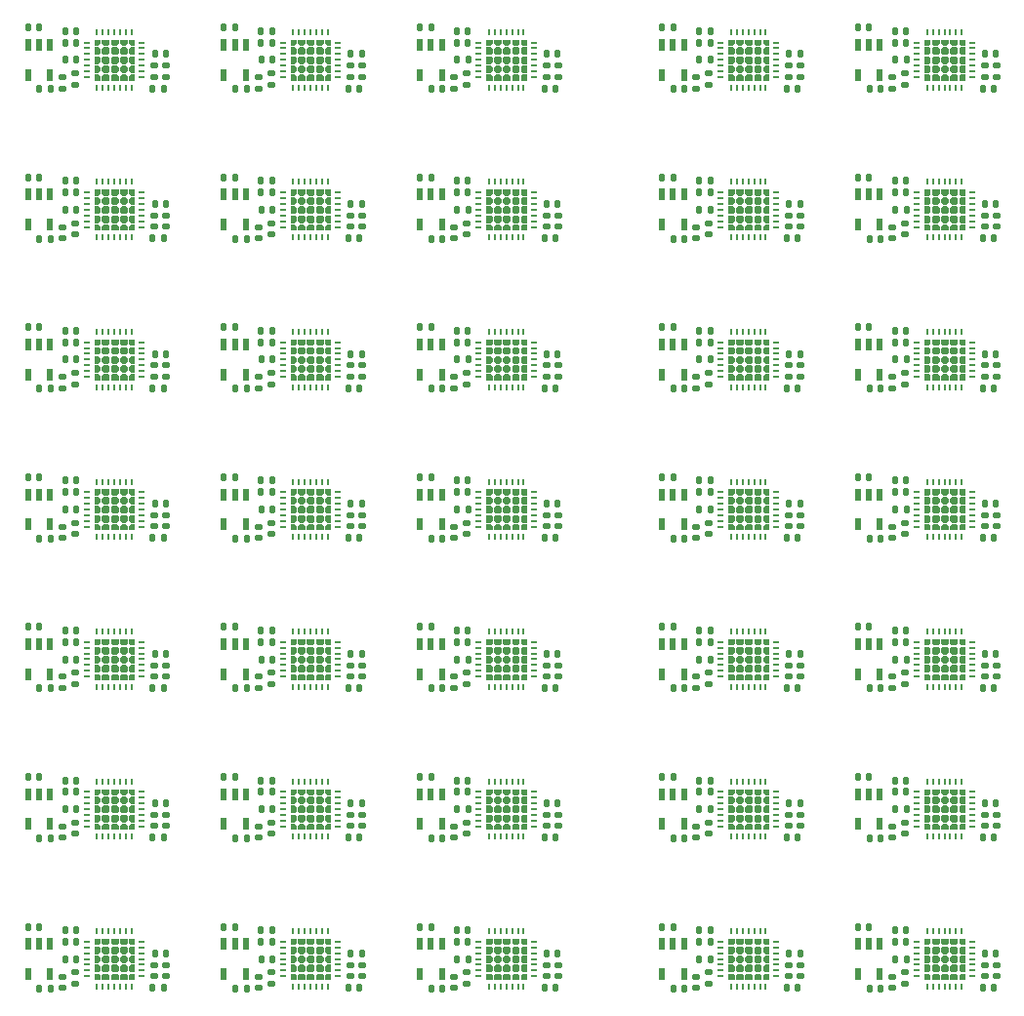
<source format=gbr>
%TF.GenerationSoftware,KiCad,Pcbnew,8.0.4-unknown-202407232306~396e531e7c~ubuntu22.04.1*%
%TF.CreationDate,2024-08-05T10:33:50+01:00*%
%TF.ProjectId,PANEL_ADS1293,50414e45-4c5f-4414-9453-313239332e6b,1.0*%
%TF.SameCoordinates,Original*%
%TF.FileFunction,Paste,Top*%
%TF.FilePolarity,Positive*%
%FSLAX46Y46*%
G04 Gerber Fmt 4.6, Leading zero omitted, Abs format (unit mm)*
G04 Created by KiCad (PCBNEW 8.0.4-unknown-202407232306~396e531e7c~ubuntu22.04.1) date 2024-08-05 10:33:50*
%MOMM*%
%LPD*%
G01*
G04 APERTURE LIST*
G04 Aperture macros list*
%AMRoundRect*
0 Rectangle with rounded corners*
0 $1 Rounding radius*
0 $2 $3 $4 $5 $6 $7 $8 $9 X,Y pos of 4 corners*
0 Add a 4 corners polygon primitive as box body*
4,1,4,$2,$3,$4,$5,$6,$7,$8,$9,$2,$3,0*
0 Add four circle primitives for the rounded corners*
1,1,$1+$1,$2,$3*
1,1,$1+$1,$4,$5*
1,1,$1+$1,$6,$7*
1,1,$1+$1,$8,$9*
0 Add four rect primitives between the rounded corners*
20,1,$1+$1,$2,$3,$4,$5,0*
20,1,$1+$1,$4,$5,$6,$7,0*
20,1,$1+$1,$6,$7,$8,$9,0*
20,1,$1+$1,$8,$9,$2,$3,0*%
G04 Aperture macros list end*
%ADD10C,0.100000*%
%ADD11RoundRect,0.140000X-0.170000X0.140000X-0.170000X-0.140000X0.170000X-0.140000X0.170000X0.140000X0*%
%ADD12R,0.250000X0.600000*%
%ADD13R,0.600000X0.250000*%
%ADD14RoundRect,0.140000X0.140000X0.170000X-0.140000X0.170000X-0.140000X-0.170000X0.140000X-0.170000X0*%
%ADD15RoundRect,0.140000X-0.140000X-0.170000X0.140000X-0.170000X0.140000X0.170000X-0.140000X0.170000X0*%
%ADD16R,0.620000X1.100000*%
%ADD17RoundRect,0.140000X0.170000X-0.140000X0.170000X0.140000X-0.170000X0.140000X-0.170000X-0.140000X0*%
G04 APERTURE END LIST*
D10*
%TO.C,U1*%
X13329400Y-23866979D02*
X13187979Y-24008400D01*
X12885430Y-24008400D01*
X12885430Y-23564430D01*
X13329400Y-23564430D01*
X13329400Y-23866979D01*
G36*
X13329400Y-23866979D02*
G01*
X13187979Y-24008400D01*
X12885430Y-24008400D01*
X12885430Y-23564430D01*
X13329400Y-23564430D01*
X13329400Y-23866979D01*
G37*
X13329400Y-26712021D02*
X13329400Y-27014570D01*
X12885430Y-27014570D01*
X12885430Y-26570600D01*
X13187979Y-26570600D01*
X13329400Y-26712021D01*
G36*
X13329400Y-26712021D02*
G01*
X13329400Y-27014570D01*
X12885430Y-27014570D01*
X12885430Y-26570600D01*
X13187979Y-26570600D01*
X13329400Y-26712021D01*
G37*
X16335570Y-24008400D02*
X16033021Y-24008400D01*
X15891600Y-23866979D01*
X15891600Y-23564430D01*
X16335570Y-23564430D01*
X16335570Y-24008400D01*
G36*
X16335570Y-24008400D02*
G01*
X16033021Y-24008400D01*
X15891600Y-23866979D01*
X15891600Y-23564430D01*
X16335570Y-23564430D01*
X16335570Y-24008400D01*
G37*
X16335570Y-27014570D02*
X15891600Y-27014570D01*
X15891600Y-26712021D01*
X16033021Y-26570600D01*
X16335570Y-26570600D01*
X16335570Y-27014570D01*
G36*
X16335570Y-27014570D02*
G01*
X15891600Y-27014570D01*
X15891600Y-26712021D01*
X16033021Y-26570600D01*
X16335570Y-26570600D01*
X16335570Y-27014570D01*
G37*
X13329400Y-24349821D02*
X13329400Y-24654379D01*
X13187979Y-24795800D01*
X12885430Y-24795800D01*
X12885430Y-24208400D01*
X13187979Y-24208400D01*
X13329400Y-24349821D01*
G36*
X13329400Y-24349821D02*
G01*
X13329400Y-24654379D01*
X13187979Y-24795800D01*
X12885430Y-24795800D01*
X12885430Y-24208400D01*
X13187979Y-24208400D01*
X13329400Y-24349821D01*
G37*
X13329400Y-25137221D02*
X13329400Y-25441779D01*
X13187979Y-25583200D01*
X12885430Y-25583200D01*
X12885430Y-24995800D01*
X13187979Y-24995800D01*
X13329400Y-25137221D01*
G36*
X13329400Y-25137221D02*
G01*
X13329400Y-25441779D01*
X13187979Y-25583200D01*
X12885430Y-25583200D01*
X12885430Y-24995800D01*
X13187979Y-24995800D01*
X13329400Y-25137221D01*
G37*
X13329400Y-25924621D02*
X13329400Y-26229179D01*
X13187979Y-26370600D01*
X12885430Y-26370600D01*
X12885430Y-25783200D01*
X13187979Y-25783200D01*
X13329400Y-25924621D01*
G36*
X13329400Y-25924621D02*
G01*
X13329400Y-26229179D01*
X13187979Y-26370600D01*
X12885430Y-26370600D01*
X12885430Y-25783200D01*
X13187979Y-25783200D01*
X13329400Y-25924621D01*
G37*
X14116800Y-23866979D02*
X13975379Y-24008400D01*
X13670821Y-24008400D01*
X13529400Y-23866979D01*
X13529400Y-23564430D01*
X14116800Y-23564430D01*
X14116800Y-23866979D01*
G36*
X14116800Y-23866979D02*
G01*
X13975379Y-24008400D01*
X13670821Y-24008400D01*
X13529400Y-23866979D01*
X13529400Y-23564430D01*
X14116800Y-23564430D01*
X14116800Y-23866979D01*
G37*
X14116800Y-26712021D02*
X14116800Y-27014570D01*
X13529400Y-27014570D01*
X13529400Y-26712021D01*
X13670821Y-26570600D01*
X13975379Y-26570600D01*
X14116800Y-26712021D01*
G36*
X14116800Y-26712021D02*
G01*
X14116800Y-27014570D01*
X13529400Y-27014570D01*
X13529400Y-26712021D01*
X13670821Y-26570600D01*
X13975379Y-26570600D01*
X14116800Y-26712021D01*
G37*
X14904200Y-23866979D02*
X14762779Y-24008400D01*
X14458221Y-24008400D01*
X14316800Y-23866979D01*
X14316800Y-23564430D01*
X14904200Y-23564430D01*
X14904200Y-23866979D01*
G36*
X14904200Y-23866979D02*
G01*
X14762779Y-24008400D01*
X14458221Y-24008400D01*
X14316800Y-23866979D01*
X14316800Y-23564430D01*
X14904200Y-23564430D01*
X14904200Y-23866979D01*
G37*
X14904200Y-26712021D02*
X14904200Y-27014570D01*
X14316800Y-27014570D01*
X14316800Y-26712021D01*
X14458221Y-26570600D01*
X14762779Y-26570600D01*
X14904200Y-26712021D01*
G36*
X14904200Y-26712021D02*
G01*
X14904200Y-27014570D01*
X14316800Y-27014570D01*
X14316800Y-26712021D01*
X14458221Y-26570600D01*
X14762779Y-26570600D01*
X14904200Y-26712021D01*
G37*
X15691600Y-23866979D02*
X15550179Y-24008400D01*
X15245621Y-24008400D01*
X15104200Y-23866979D01*
X15104200Y-23564430D01*
X15691600Y-23564430D01*
X15691600Y-23866979D01*
G36*
X15691600Y-23866979D02*
G01*
X15550179Y-24008400D01*
X15245621Y-24008400D01*
X15104200Y-23866979D01*
X15104200Y-23564430D01*
X15691600Y-23564430D01*
X15691600Y-23866979D01*
G37*
X15691600Y-26712021D02*
X15691600Y-27014570D01*
X15104200Y-27014570D01*
X15104200Y-26712021D01*
X15245621Y-26570600D01*
X15550179Y-26570600D01*
X15691600Y-26712021D01*
G36*
X15691600Y-26712021D02*
G01*
X15691600Y-27014570D01*
X15104200Y-27014570D01*
X15104200Y-26712021D01*
X15245621Y-26570600D01*
X15550179Y-26570600D01*
X15691600Y-26712021D01*
G37*
X16335570Y-24795800D02*
X16033021Y-24795800D01*
X15891600Y-24654379D01*
X15891600Y-24349821D01*
X16033021Y-24208400D01*
X16335570Y-24208400D01*
X16335570Y-24795800D01*
G36*
X16335570Y-24795800D02*
G01*
X16033021Y-24795800D01*
X15891600Y-24654379D01*
X15891600Y-24349821D01*
X16033021Y-24208400D01*
X16335570Y-24208400D01*
X16335570Y-24795800D01*
G37*
X16335570Y-25583200D02*
X16033021Y-25583200D01*
X15891600Y-25441779D01*
X15891600Y-25137221D01*
X16033021Y-24995800D01*
X16335570Y-24995800D01*
X16335570Y-25583200D01*
G36*
X16335570Y-25583200D02*
G01*
X16033021Y-25583200D01*
X15891600Y-25441779D01*
X15891600Y-25137221D01*
X16033021Y-24995800D01*
X16335570Y-24995800D01*
X16335570Y-25583200D01*
G37*
X16335570Y-26370600D02*
X16033021Y-26370600D01*
X15891600Y-26229179D01*
X15891600Y-25924621D01*
X16033021Y-25783200D01*
X16335570Y-25783200D01*
X16335570Y-26370600D01*
G36*
X16335570Y-26370600D02*
G01*
X16033021Y-26370600D01*
X15891600Y-26229179D01*
X15891600Y-25924621D01*
X16033021Y-25783200D01*
X16335570Y-25783200D01*
X16335570Y-26370600D01*
G37*
X14116800Y-24349821D02*
X14116800Y-24654379D01*
X13975379Y-24795800D01*
X13670821Y-24795800D01*
X13529400Y-24654379D01*
X13529400Y-24349821D01*
X13670821Y-24208400D01*
X13975379Y-24208400D01*
X14116800Y-24349821D01*
G36*
X14116800Y-24349821D02*
G01*
X14116800Y-24654379D01*
X13975379Y-24795800D01*
X13670821Y-24795800D01*
X13529400Y-24654379D01*
X13529400Y-24349821D01*
X13670821Y-24208400D01*
X13975379Y-24208400D01*
X14116800Y-24349821D01*
G37*
X14116800Y-25137221D02*
X14116800Y-25441779D01*
X13975379Y-25583200D01*
X13670821Y-25583200D01*
X13529400Y-25441779D01*
X13529400Y-25137221D01*
X13670821Y-24995800D01*
X13975379Y-24995800D01*
X14116800Y-25137221D01*
G36*
X14116800Y-25137221D02*
G01*
X14116800Y-25441779D01*
X13975379Y-25583200D01*
X13670821Y-25583200D01*
X13529400Y-25441779D01*
X13529400Y-25137221D01*
X13670821Y-24995800D01*
X13975379Y-24995800D01*
X14116800Y-25137221D01*
G37*
X14116800Y-25924621D02*
X14116800Y-26229179D01*
X13975379Y-26370600D01*
X13670821Y-26370600D01*
X13529400Y-26229179D01*
X13529400Y-25924621D01*
X13670821Y-25783200D01*
X13975379Y-25783200D01*
X14116800Y-25924621D01*
G36*
X14116800Y-25924621D02*
G01*
X14116800Y-26229179D01*
X13975379Y-26370600D01*
X13670821Y-26370600D01*
X13529400Y-26229179D01*
X13529400Y-25924621D01*
X13670821Y-25783200D01*
X13975379Y-25783200D01*
X14116800Y-25924621D01*
G37*
X14904200Y-24349821D02*
X14904200Y-24654379D01*
X14762779Y-24795800D01*
X14458221Y-24795800D01*
X14316800Y-24654379D01*
X14316800Y-24349821D01*
X14458221Y-24208400D01*
X14762779Y-24208400D01*
X14904200Y-24349821D01*
G36*
X14904200Y-24349821D02*
G01*
X14904200Y-24654379D01*
X14762779Y-24795800D01*
X14458221Y-24795800D01*
X14316800Y-24654379D01*
X14316800Y-24349821D01*
X14458221Y-24208400D01*
X14762779Y-24208400D01*
X14904200Y-24349821D01*
G37*
X14904200Y-25137221D02*
X14904200Y-25441779D01*
X14762779Y-25583200D01*
X14458221Y-25583200D01*
X14316800Y-25441779D01*
X14316800Y-25137221D01*
X14458221Y-24995800D01*
X14762779Y-24995800D01*
X14904200Y-25137221D01*
G36*
X14904200Y-25137221D02*
G01*
X14904200Y-25441779D01*
X14762779Y-25583200D01*
X14458221Y-25583200D01*
X14316800Y-25441779D01*
X14316800Y-25137221D01*
X14458221Y-24995800D01*
X14762779Y-24995800D01*
X14904200Y-25137221D01*
G37*
X14904200Y-25924621D02*
X14904200Y-26229179D01*
X14762779Y-26370600D01*
X14458221Y-26370600D01*
X14316800Y-26229179D01*
X14316800Y-25924621D01*
X14458221Y-25783200D01*
X14762779Y-25783200D01*
X14904200Y-25924621D01*
G36*
X14904200Y-25924621D02*
G01*
X14904200Y-26229179D01*
X14762779Y-26370600D01*
X14458221Y-26370600D01*
X14316800Y-26229179D01*
X14316800Y-25924621D01*
X14458221Y-25783200D01*
X14762779Y-25783200D01*
X14904200Y-25924621D01*
G37*
X15691600Y-24349821D02*
X15691600Y-24654379D01*
X15550179Y-24795800D01*
X15245621Y-24795800D01*
X15104200Y-24654379D01*
X15104200Y-24349821D01*
X15245621Y-24208400D01*
X15550179Y-24208400D01*
X15691600Y-24349821D01*
G36*
X15691600Y-24349821D02*
G01*
X15691600Y-24654379D01*
X15550179Y-24795800D01*
X15245621Y-24795800D01*
X15104200Y-24654379D01*
X15104200Y-24349821D01*
X15245621Y-24208400D01*
X15550179Y-24208400D01*
X15691600Y-24349821D01*
G37*
X15691600Y-25137221D02*
X15691600Y-25441779D01*
X15550179Y-25583200D01*
X15245621Y-25583200D01*
X15104200Y-25441779D01*
X15104200Y-25137221D01*
X15245621Y-24995800D01*
X15550179Y-24995800D01*
X15691600Y-25137221D01*
G36*
X15691600Y-25137221D02*
G01*
X15691600Y-25441779D01*
X15550179Y-25583200D01*
X15245621Y-25583200D01*
X15104200Y-25441779D01*
X15104200Y-25137221D01*
X15245621Y-24995800D01*
X15550179Y-24995800D01*
X15691600Y-25137221D01*
G37*
X15691600Y-25924621D02*
X15691600Y-26229179D01*
X15550179Y-26370600D01*
X15245621Y-26370600D01*
X15104200Y-26229179D01*
X15104200Y-25924621D01*
X15245621Y-25783200D01*
X15550179Y-25783200D01*
X15691600Y-25924621D01*
G36*
X15691600Y-25924621D02*
G01*
X15691600Y-26229179D01*
X15550179Y-26370600D01*
X15245621Y-26370600D01*
X15104200Y-26229179D01*
X15104200Y-25924621D01*
X15245621Y-25783200D01*
X15550179Y-25783200D01*
X15691600Y-25924621D01*
G37*
X47329400Y-75866979D02*
X47187979Y-76008400D01*
X46885430Y-76008400D01*
X46885430Y-75564430D01*
X47329400Y-75564430D01*
X47329400Y-75866979D01*
G36*
X47329400Y-75866979D02*
G01*
X47187979Y-76008400D01*
X46885430Y-76008400D01*
X46885430Y-75564430D01*
X47329400Y-75564430D01*
X47329400Y-75866979D01*
G37*
X47329400Y-78712021D02*
X47329400Y-79014570D01*
X46885430Y-79014570D01*
X46885430Y-78570600D01*
X47187979Y-78570600D01*
X47329400Y-78712021D01*
G36*
X47329400Y-78712021D02*
G01*
X47329400Y-79014570D01*
X46885430Y-79014570D01*
X46885430Y-78570600D01*
X47187979Y-78570600D01*
X47329400Y-78712021D01*
G37*
X50335570Y-76008400D02*
X50033021Y-76008400D01*
X49891600Y-75866979D01*
X49891600Y-75564430D01*
X50335570Y-75564430D01*
X50335570Y-76008400D01*
G36*
X50335570Y-76008400D02*
G01*
X50033021Y-76008400D01*
X49891600Y-75866979D01*
X49891600Y-75564430D01*
X50335570Y-75564430D01*
X50335570Y-76008400D01*
G37*
X50335570Y-79014570D02*
X49891600Y-79014570D01*
X49891600Y-78712021D01*
X50033021Y-78570600D01*
X50335570Y-78570600D01*
X50335570Y-79014570D01*
G36*
X50335570Y-79014570D02*
G01*
X49891600Y-79014570D01*
X49891600Y-78712021D01*
X50033021Y-78570600D01*
X50335570Y-78570600D01*
X50335570Y-79014570D01*
G37*
X47329400Y-76349821D02*
X47329400Y-76654379D01*
X47187979Y-76795800D01*
X46885430Y-76795800D01*
X46885430Y-76208400D01*
X47187979Y-76208400D01*
X47329400Y-76349821D01*
G36*
X47329400Y-76349821D02*
G01*
X47329400Y-76654379D01*
X47187979Y-76795800D01*
X46885430Y-76795800D01*
X46885430Y-76208400D01*
X47187979Y-76208400D01*
X47329400Y-76349821D01*
G37*
X47329400Y-77137221D02*
X47329400Y-77441779D01*
X47187979Y-77583200D01*
X46885430Y-77583200D01*
X46885430Y-76995800D01*
X47187979Y-76995800D01*
X47329400Y-77137221D01*
G36*
X47329400Y-77137221D02*
G01*
X47329400Y-77441779D01*
X47187979Y-77583200D01*
X46885430Y-77583200D01*
X46885430Y-76995800D01*
X47187979Y-76995800D01*
X47329400Y-77137221D01*
G37*
X47329400Y-77924621D02*
X47329400Y-78229179D01*
X47187979Y-78370600D01*
X46885430Y-78370600D01*
X46885430Y-77783200D01*
X47187979Y-77783200D01*
X47329400Y-77924621D01*
G36*
X47329400Y-77924621D02*
G01*
X47329400Y-78229179D01*
X47187979Y-78370600D01*
X46885430Y-78370600D01*
X46885430Y-77783200D01*
X47187979Y-77783200D01*
X47329400Y-77924621D01*
G37*
X48116800Y-75866979D02*
X47975379Y-76008400D01*
X47670821Y-76008400D01*
X47529400Y-75866979D01*
X47529400Y-75564430D01*
X48116800Y-75564430D01*
X48116800Y-75866979D01*
G36*
X48116800Y-75866979D02*
G01*
X47975379Y-76008400D01*
X47670821Y-76008400D01*
X47529400Y-75866979D01*
X47529400Y-75564430D01*
X48116800Y-75564430D01*
X48116800Y-75866979D01*
G37*
X48116800Y-78712021D02*
X48116800Y-79014570D01*
X47529400Y-79014570D01*
X47529400Y-78712021D01*
X47670821Y-78570600D01*
X47975379Y-78570600D01*
X48116800Y-78712021D01*
G36*
X48116800Y-78712021D02*
G01*
X48116800Y-79014570D01*
X47529400Y-79014570D01*
X47529400Y-78712021D01*
X47670821Y-78570600D01*
X47975379Y-78570600D01*
X48116800Y-78712021D01*
G37*
X48904200Y-75866979D02*
X48762779Y-76008400D01*
X48458221Y-76008400D01*
X48316800Y-75866979D01*
X48316800Y-75564430D01*
X48904200Y-75564430D01*
X48904200Y-75866979D01*
G36*
X48904200Y-75866979D02*
G01*
X48762779Y-76008400D01*
X48458221Y-76008400D01*
X48316800Y-75866979D01*
X48316800Y-75564430D01*
X48904200Y-75564430D01*
X48904200Y-75866979D01*
G37*
X48904200Y-78712021D02*
X48904200Y-79014570D01*
X48316800Y-79014570D01*
X48316800Y-78712021D01*
X48458221Y-78570600D01*
X48762779Y-78570600D01*
X48904200Y-78712021D01*
G36*
X48904200Y-78712021D02*
G01*
X48904200Y-79014570D01*
X48316800Y-79014570D01*
X48316800Y-78712021D01*
X48458221Y-78570600D01*
X48762779Y-78570600D01*
X48904200Y-78712021D01*
G37*
X49691600Y-75866979D02*
X49550179Y-76008400D01*
X49245621Y-76008400D01*
X49104200Y-75866979D01*
X49104200Y-75564430D01*
X49691600Y-75564430D01*
X49691600Y-75866979D01*
G36*
X49691600Y-75866979D02*
G01*
X49550179Y-76008400D01*
X49245621Y-76008400D01*
X49104200Y-75866979D01*
X49104200Y-75564430D01*
X49691600Y-75564430D01*
X49691600Y-75866979D01*
G37*
X49691600Y-78712021D02*
X49691600Y-79014570D01*
X49104200Y-79014570D01*
X49104200Y-78712021D01*
X49245621Y-78570600D01*
X49550179Y-78570600D01*
X49691600Y-78712021D01*
G36*
X49691600Y-78712021D02*
G01*
X49691600Y-79014570D01*
X49104200Y-79014570D01*
X49104200Y-78712021D01*
X49245621Y-78570600D01*
X49550179Y-78570600D01*
X49691600Y-78712021D01*
G37*
X50335570Y-76795800D02*
X50033021Y-76795800D01*
X49891600Y-76654379D01*
X49891600Y-76349821D01*
X50033021Y-76208400D01*
X50335570Y-76208400D01*
X50335570Y-76795800D01*
G36*
X50335570Y-76795800D02*
G01*
X50033021Y-76795800D01*
X49891600Y-76654379D01*
X49891600Y-76349821D01*
X50033021Y-76208400D01*
X50335570Y-76208400D01*
X50335570Y-76795800D01*
G37*
X50335570Y-77583200D02*
X50033021Y-77583200D01*
X49891600Y-77441779D01*
X49891600Y-77137221D01*
X50033021Y-76995800D01*
X50335570Y-76995800D01*
X50335570Y-77583200D01*
G36*
X50335570Y-77583200D02*
G01*
X50033021Y-77583200D01*
X49891600Y-77441779D01*
X49891600Y-77137221D01*
X50033021Y-76995800D01*
X50335570Y-76995800D01*
X50335570Y-77583200D01*
G37*
X50335570Y-78370600D02*
X50033021Y-78370600D01*
X49891600Y-78229179D01*
X49891600Y-77924621D01*
X50033021Y-77783200D01*
X50335570Y-77783200D01*
X50335570Y-78370600D01*
G36*
X50335570Y-78370600D02*
G01*
X50033021Y-78370600D01*
X49891600Y-78229179D01*
X49891600Y-77924621D01*
X50033021Y-77783200D01*
X50335570Y-77783200D01*
X50335570Y-78370600D01*
G37*
X48116800Y-76349821D02*
X48116800Y-76654379D01*
X47975379Y-76795800D01*
X47670821Y-76795800D01*
X47529400Y-76654379D01*
X47529400Y-76349821D01*
X47670821Y-76208400D01*
X47975379Y-76208400D01*
X48116800Y-76349821D01*
G36*
X48116800Y-76349821D02*
G01*
X48116800Y-76654379D01*
X47975379Y-76795800D01*
X47670821Y-76795800D01*
X47529400Y-76654379D01*
X47529400Y-76349821D01*
X47670821Y-76208400D01*
X47975379Y-76208400D01*
X48116800Y-76349821D01*
G37*
X48116800Y-77137221D02*
X48116800Y-77441779D01*
X47975379Y-77583200D01*
X47670821Y-77583200D01*
X47529400Y-77441779D01*
X47529400Y-77137221D01*
X47670821Y-76995800D01*
X47975379Y-76995800D01*
X48116800Y-77137221D01*
G36*
X48116800Y-77137221D02*
G01*
X48116800Y-77441779D01*
X47975379Y-77583200D01*
X47670821Y-77583200D01*
X47529400Y-77441779D01*
X47529400Y-77137221D01*
X47670821Y-76995800D01*
X47975379Y-76995800D01*
X48116800Y-77137221D01*
G37*
X48116800Y-77924621D02*
X48116800Y-78229179D01*
X47975379Y-78370600D01*
X47670821Y-78370600D01*
X47529400Y-78229179D01*
X47529400Y-77924621D01*
X47670821Y-77783200D01*
X47975379Y-77783200D01*
X48116800Y-77924621D01*
G36*
X48116800Y-77924621D02*
G01*
X48116800Y-78229179D01*
X47975379Y-78370600D01*
X47670821Y-78370600D01*
X47529400Y-78229179D01*
X47529400Y-77924621D01*
X47670821Y-77783200D01*
X47975379Y-77783200D01*
X48116800Y-77924621D01*
G37*
X48904200Y-76349821D02*
X48904200Y-76654379D01*
X48762779Y-76795800D01*
X48458221Y-76795800D01*
X48316800Y-76654379D01*
X48316800Y-76349821D01*
X48458221Y-76208400D01*
X48762779Y-76208400D01*
X48904200Y-76349821D01*
G36*
X48904200Y-76349821D02*
G01*
X48904200Y-76654379D01*
X48762779Y-76795800D01*
X48458221Y-76795800D01*
X48316800Y-76654379D01*
X48316800Y-76349821D01*
X48458221Y-76208400D01*
X48762779Y-76208400D01*
X48904200Y-76349821D01*
G37*
X48904200Y-77137221D02*
X48904200Y-77441779D01*
X48762779Y-77583200D01*
X48458221Y-77583200D01*
X48316800Y-77441779D01*
X48316800Y-77137221D01*
X48458221Y-76995800D01*
X48762779Y-76995800D01*
X48904200Y-77137221D01*
G36*
X48904200Y-77137221D02*
G01*
X48904200Y-77441779D01*
X48762779Y-77583200D01*
X48458221Y-77583200D01*
X48316800Y-77441779D01*
X48316800Y-77137221D01*
X48458221Y-76995800D01*
X48762779Y-76995800D01*
X48904200Y-77137221D01*
G37*
X48904200Y-77924621D02*
X48904200Y-78229179D01*
X48762779Y-78370600D01*
X48458221Y-78370600D01*
X48316800Y-78229179D01*
X48316800Y-77924621D01*
X48458221Y-77783200D01*
X48762779Y-77783200D01*
X48904200Y-77924621D01*
G36*
X48904200Y-77924621D02*
G01*
X48904200Y-78229179D01*
X48762779Y-78370600D01*
X48458221Y-78370600D01*
X48316800Y-78229179D01*
X48316800Y-77924621D01*
X48458221Y-77783200D01*
X48762779Y-77783200D01*
X48904200Y-77924621D01*
G37*
X49691600Y-76349821D02*
X49691600Y-76654379D01*
X49550179Y-76795800D01*
X49245621Y-76795800D01*
X49104200Y-76654379D01*
X49104200Y-76349821D01*
X49245621Y-76208400D01*
X49550179Y-76208400D01*
X49691600Y-76349821D01*
G36*
X49691600Y-76349821D02*
G01*
X49691600Y-76654379D01*
X49550179Y-76795800D01*
X49245621Y-76795800D01*
X49104200Y-76654379D01*
X49104200Y-76349821D01*
X49245621Y-76208400D01*
X49550179Y-76208400D01*
X49691600Y-76349821D01*
G37*
X49691600Y-77137221D02*
X49691600Y-77441779D01*
X49550179Y-77583200D01*
X49245621Y-77583200D01*
X49104200Y-77441779D01*
X49104200Y-77137221D01*
X49245621Y-76995800D01*
X49550179Y-76995800D01*
X49691600Y-77137221D01*
G36*
X49691600Y-77137221D02*
G01*
X49691600Y-77441779D01*
X49550179Y-77583200D01*
X49245621Y-77583200D01*
X49104200Y-77441779D01*
X49104200Y-77137221D01*
X49245621Y-76995800D01*
X49550179Y-76995800D01*
X49691600Y-77137221D01*
G37*
X49691600Y-77924621D02*
X49691600Y-78229179D01*
X49550179Y-78370600D01*
X49245621Y-78370600D01*
X49104200Y-78229179D01*
X49104200Y-77924621D01*
X49245621Y-77783200D01*
X49550179Y-77783200D01*
X49691600Y-77924621D01*
G36*
X49691600Y-77924621D02*
G01*
X49691600Y-78229179D01*
X49550179Y-78370600D01*
X49245621Y-78370600D01*
X49104200Y-78229179D01*
X49104200Y-77924621D01*
X49245621Y-77783200D01*
X49550179Y-77783200D01*
X49691600Y-77924621D01*
G37*
X47329400Y-36866979D02*
X47187979Y-37008400D01*
X46885430Y-37008400D01*
X46885430Y-36564430D01*
X47329400Y-36564430D01*
X47329400Y-36866979D01*
G36*
X47329400Y-36866979D02*
G01*
X47187979Y-37008400D01*
X46885430Y-37008400D01*
X46885430Y-36564430D01*
X47329400Y-36564430D01*
X47329400Y-36866979D01*
G37*
X47329400Y-39712021D02*
X47329400Y-40014570D01*
X46885430Y-40014570D01*
X46885430Y-39570600D01*
X47187979Y-39570600D01*
X47329400Y-39712021D01*
G36*
X47329400Y-39712021D02*
G01*
X47329400Y-40014570D01*
X46885430Y-40014570D01*
X46885430Y-39570600D01*
X47187979Y-39570600D01*
X47329400Y-39712021D01*
G37*
X50335570Y-37008400D02*
X50033021Y-37008400D01*
X49891600Y-36866979D01*
X49891600Y-36564430D01*
X50335570Y-36564430D01*
X50335570Y-37008400D01*
G36*
X50335570Y-37008400D02*
G01*
X50033021Y-37008400D01*
X49891600Y-36866979D01*
X49891600Y-36564430D01*
X50335570Y-36564430D01*
X50335570Y-37008400D01*
G37*
X50335570Y-40014570D02*
X49891600Y-40014570D01*
X49891600Y-39712021D01*
X50033021Y-39570600D01*
X50335570Y-39570600D01*
X50335570Y-40014570D01*
G36*
X50335570Y-40014570D02*
G01*
X49891600Y-40014570D01*
X49891600Y-39712021D01*
X50033021Y-39570600D01*
X50335570Y-39570600D01*
X50335570Y-40014570D01*
G37*
X47329400Y-37349821D02*
X47329400Y-37654379D01*
X47187979Y-37795800D01*
X46885430Y-37795800D01*
X46885430Y-37208400D01*
X47187979Y-37208400D01*
X47329400Y-37349821D01*
G36*
X47329400Y-37349821D02*
G01*
X47329400Y-37654379D01*
X47187979Y-37795800D01*
X46885430Y-37795800D01*
X46885430Y-37208400D01*
X47187979Y-37208400D01*
X47329400Y-37349821D01*
G37*
X47329400Y-38137221D02*
X47329400Y-38441779D01*
X47187979Y-38583200D01*
X46885430Y-38583200D01*
X46885430Y-37995800D01*
X47187979Y-37995800D01*
X47329400Y-38137221D01*
G36*
X47329400Y-38137221D02*
G01*
X47329400Y-38441779D01*
X47187979Y-38583200D01*
X46885430Y-38583200D01*
X46885430Y-37995800D01*
X47187979Y-37995800D01*
X47329400Y-38137221D01*
G37*
X47329400Y-38924621D02*
X47329400Y-39229179D01*
X47187979Y-39370600D01*
X46885430Y-39370600D01*
X46885430Y-38783200D01*
X47187979Y-38783200D01*
X47329400Y-38924621D01*
G36*
X47329400Y-38924621D02*
G01*
X47329400Y-39229179D01*
X47187979Y-39370600D01*
X46885430Y-39370600D01*
X46885430Y-38783200D01*
X47187979Y-38783200D01*
X47329400Y-38924621D01*
G37*
X48116800Y-36866979D02*
X47975379Y-37008400D01*
X47670821Y-37008400D01*
X47529400Y-36866979D01*
X47529400Y-36564430D01*
X48116800Y-36564430D01*
X48116800Y-36866979D01*
G36*
X48116800Y-36866979D02*
G01*
X47975379Y-37008400D01*
X47670821Y-37008400D01*
X47529400Y-36866979D01*
X47529400Y-36564430D01*
X48116800Y-36564430D01*
X48116800Y-36866979D01*
G37*
X48116800Y-39712021D02*
X48116800Y-40014570D01*
X47529400Y-40014570D01*
X47529400Y-39712021D01*
X47670821Y-39570600D01*
X47975379Y-39570600D01*
X48116800Y-39712021D01*
G36*
X48116800Y-39712021D02*
G01*
X48116800Y-40014570D01*
X47529400Y-40014570D01*
X47529400Y-39712021D01*
X47670821Y-39570600D01*
X47975379Y-39570600D01*
X48116800Y-39712021D01*
G37*
X48904200Y-36866979D02*
X48762779Y-37008400D01*
X48458221Y-37008400D01*
X48316800Y-36866979D01*
X48316800Y-36564430D01*
X48904200Y-36564430D01*
X48904200Y-36866979D01*
G36*
X48904200Y-36866979D02*
G01*
X48762779Y-37008400D01*
X48458221Y-37008400D01*
X48316800Y-36866979D01*
X48316800Y-36564430D01*
X48904200Y-36564430D01*
X48904200Y-36866979D01*
G37*
X48904200Y-39712021D02*
X48904200Y-40014570D01*
X48316800Y-40014570D01*
X48316800Y-39712021D01*
X48458221Y-39570600D01*
X48762779Y-39570600D01*
X48904200Y-39712021D01*
G36*
X48904200Y-39712021D02*
G01*
X48904200Y-40014570D01*
X48316800Y-40014570D01*
X48316800Y-39712021D01*
X48458221Y-39570600D01*
X48762779Y-39570600D01*
X48904200Y-39712021D01*
G37*
X49691600Y-36866979D02*
X49550179Y-37008400D01*
X49245621Y-37008400D01*
X49104200Y-36866979D01*
X49104200Y-36564430D01*
X49691600Y-36564430D01*
X49691600Y-36866979D01*
G36*
X49691600Y-36866979D02*
G01*
X49550179Y-37008400D01*
X49245621Y-37008400D01*
X49104200Y-36866979D01*
X49104200Y-36564430D01*
X49691600Y-36564430D01*
X49691600Y-36866979D01*
G37*
X49691600Y-39712021D02*
X49691600Y-40014570D01*
X49104200Y-40014570D01*
X49104200Y-39712021D01*
X49245621Y-39570600D01*
X49550179Y-39570600D01*
X49691600Y-39712021D01*
G36*
X49691600Y-39712021D02*
G01*
X49691600Y-40014570D01*
X49104200Y-40014570D01*
X49104200Y-39712021D01*
X49245621Y-39570600D01*
X49550179Y-39570600D01*
X49691600Y-39712021D01*
G37*
X50335570Y-37795800D02*
X50033021Y-37795800D01*
X49891600Y-37654379D01*
X49891600Y-37349821D01*
X50033021Y-37208400D01*
X50335570Y-37208400D01*
X50335570Y-37795800D01*
G36*
X50335570Y-37795800D02*
G01*
X50033021Y-37795800D01*
X49891600Y-37654379D01*
X49891600Y-37349821D01*
X50033021Y-37208400D01*
X50335570Y-37208400D01*
X50335570Y-37795800D01*
G37*
X50335570Y-38583200D02*
X50033021Y-38583200D01*
X49891600Y-38441779D01*
X49891600Y-38137221D01*
X50033021Y-37995800D01*
X50335570Y-37995800D01*
X50335570Y-38583200D01*
G36*
X50335570Y-38583200D02*
G01*
X50033021Y-38583200D01*
X49891600Y-38441779D01*
X49891600Y-38137221D01*
X50033021Y-37995800D01*
X50335570Y-37995800D01*
X50335570Y-38583200D01*
G37*
X50335570Y-39370600D02*
X50033021Y-39370600D01*
X49891600Y-39229179D01*
X49891600Y-38924621D01*
X50033021Y-38783200D01*
X50335570Y-38783200D01*
X50335570Y-39370600D01*
G36*
X50335570Y-39370600D02*
G01*
X50033021Y-39370600D01*
X49891600Y-39229179D01*
X49891600Y-38924621D01*
X50033021Y-38783200D01*
X50335570Y-38783200D01*
X50335570Y-39370600D01*
G37*
X48116800Y-37349821D02*
X48116800Y-37654379D01*
X47975379Y-37795800D01*
X47670821Y-37795800D01*
X47529400Y-37654379D01*
X47529400Y-37349821D01*
X47670821Y-37208400D01*
X47975379Y-37208400D01*
X48116800Y-37349821D01*
G36*
X48116800Y-37349821D02*
G01*
X48116800Y-37654379D01*
X47975379Y-37795800D01*
X47670821Y-37795800D01*
X47529400Y-37654379D01*
X47529400Y-37349821D01*
X47670821Y-37208400D01*
X47975379Y-37208400D01*
X48116800Y-37349821D01*
G37*
X48116800Y-38137221D02*
X48116800Y-38441779D01*
X47975379Y-38583200D01*
X47670821Y-38583200D01*
X47529400Y-38441779D01*
X47529400Y-38137221D01*
X47670821Y-37995800D01*
X47975379Y-37995800D01*
X48116800Y-38137221D01*
G36*
X48116800Y-38137221D02*
G01*
X48116800Y-38441779D01*
X47975379Y-38583200D01*
X47670821Y-38583200D01*
X47529400Y-38441779D01*
X47529400Y-38137221D01*
X47670821Y-37995800D01*
X47975379Y-37995800D01*
X48116800Y-38137221D01*
G37*
X48116800Y-38924621D02*
X48116800Y-39229179D01*
X47975379Y-39370600D01*
X47670821Y-39370600D01*
X47529400Y-39229179D01*
X47529400Y-38924621D01*
X47670821Y-38783200D01*
X47975379Y-38783200D01*
X48116800Y-38924621D01*
G36*
X48116800Y-38924621D02*
G01*
X48116800Y-39229179D01*
X47975379Y-39370600D01*
X47670821Y-39370600D01*
X47529400Y-39229179D01*
X47529400Y-38924621D01*
X47670821Y-38783200D01*
X47975379Y-38783200D01*
X48116800Y-38924621D01*
G37*
X48904200Y-37349821D02*
X48904200Y-37654379D01*
X48762779Y-37795800D01*
X48458221Y-37795800D01*
X48316800Y-37654379D01*
X48316800Y-37349821D01*
X48458221Y-37208400D01*
X48762779Y-37208400D01*
X48904200Y-37349821D01*
G36*
X48904200Y-37349821D02*
G01*
X48904200Y-37654379D01*
X48762779Y-37795800D01*
X48458221Y-37795800D01*
X48316800Y-37654379D01*
X48316800Y-37349821D01*
X48458221Y-37208400D01*
X48762779Y-37208400D01*
X48904200Y-37349821D01*
G37*
X48904200Y-38137221D02*
X48904200Y-38441779D01*
X48762779Y-38583200D01*
X48458221Y-38583200D01*
X48316800Y-38441779D01*
X48316800Y-38137221D01*
X48458221Y-37995800D01*
X48762779Y-37995800D01*
X48904200Y-38137221D01*
G36*
X48904200Y-38137221D02*
G01*
X48904200Y-38441779D01*
X48762779Y-38583200D01*
X48458221Y-38583200D01*
X48316800Y-38441779D01*
X48316800Y-38137221D01*
X48458221Y-37995800D01*
X48762779Y-37995800D01*
X48904200Y-38137221D01*
G37*
X48904200Y-38924621D02*
X48904200Y-39229179D01*
X48762779Y-39370600D01*
X48458221Y-39370600D01*
X48316800Y-39229179D01*
X48316800Y-38924621D01*
X48458221Y-38783200D01*
X48762779Y-38783200D01*
X48904200Y-38924621D01*
G36*
X48904200Y-38924621D02*
G01*
X48904200Y-39229179D01*
X48762779Y-39370600D01*
X48458221Y-39370600D01*
X48316800Y-39229179D01*
X48316800Y-38924621D01*
X48458221Y-38783200D01*
X48762779Y-38783200D01*
X48904200Y-38924621D01*
G37*
X49691600Y-37349821D02*
X49691600Y-37654379D01*
X49550179Y-37795800D01*
X49245621Y-37795800D01*
X49104200Y-37654379D01*
X49104200Y-37349821D01*
X49245621Y-37208400D01*
X49550179Y-37208400D01*
X49691600Y-37349821D01*
G36*
X49691600Y-37349821D02*
G01*
X49691600Y-37654379D01*
X49550179Y-37795800D01*
X49245621Y-37795800D01*
X49104200Y-37654379D01*
X49104200Y-37349821D01*
X49245621Y-37208400D01*
X49550179Y-37208400D01*
X49691600Y-37349821D01*
G37*
X49691600Y-38137221D02*
X49691600Y-38441779D01*
X49550179Y-38583200D01*
X49245621Y-38583200D01*
X49104200Y-38441779D01*
X49104200Y-38137221D01*
X49245621Y-37995800D01*
X49550179Y-37995800D01*
X49691600Y-38137221D01*
G36*
X49691600Y-38137221D02*
G01*
X49691600Y-38441779D01*
X49550179Y-38583200D01*
X49245621Y-38583200D01*
X49104200Y-38441779D01*
X49104200Y-38137221D01*
X49245621Y-37995800D01*
X49550179Y-37995800D01*
X49691600Y-38137221D01*
G37*
X49691600Y-38924621D02*
X49691600Y-39229179D01*
X49550179Y-39370600D01*
X49245621Y-39370600D01*
X49104200Y-39229179D01*
X49104200Y-38924621D01*
X49245621Y-38783200D01*
X49550179Y-38783200D01*
X49691600Y-38924621D01*
G36*
X49691600Y-38924621D02*
G01*
X49691600Y-39229179D01*
X49550179Y-39370600D01*
X49245621Y-39370600D01*
X49104200Y-39229179D01*
X49104200Y-38924621D01*
X49245621Y-38783200D01*
X49550179Y-38783200D01*
X49691600Y-38924621D01*
G37*
X13329400Y-36866979D02*
X13187979Y-37008400D01*
X12885430Y-37008400D01*
X12885430Y-36564430D01*
X13329400Y-36564430D01*
X13329400Y-36866979D01*
G36*
X13329400Y-36866979D02*
G01*
X13187979Y-37008400D01*
X12885430Y-37008400D01*
X12885430Y-36564430D01*
X13329400Y-36564430D01*
X13329400Y-36866979D01*
G37*
X13329400Y-39712021D02*
X13329400Y-40014570D01*
X12885430Y-40014570D01*
X12885430Y-39570600D01*
X13187979Y-39570600D01*
X13329400Y-39712021D01*
G36*
X13329400Y-39712021D02*
G01*
X13329400Y-40014570D01*
X12885430Y-40014570D01*
X12885430Y-39570600D01*
X13187979Y-39570600D01*
X13329400Y-39712021D01*
G37*
X16335570Y-37008400D02*
X16033021Y-37008400D01*
X15891600Y-36866979D01*
X15891600Y-36564430D01*
X16335570Y-36564430D01*
X16335570Y-37008400D01*
G36*
X16335570Y-37008400D02*
G01*
X16033021Y-37008400D01*
X15891600Y-36866979D01*
X15891600Y-36564430D01*
X16335570Y-36564430D01*
X16335570Y-37008400D01*
G37*
X16335570Y-40014570D02*
X15891600Y-40014570D01*
X15891600Y-39712021D01*
X16033021Y-39570600D01*
X16335570Y-39570600D01*
X16335570Y-40014570D01*
G36*
X16335570Y-40014570D02*
G01*
X15891600Y-40014570D01*
X15891600Y-39712021D01*
X16033021Y-39570600D01*
X16335570Y-39570600D01*
X16335570Y-40014570D01*
G37*
X13329400Y-37349821D02*
X13329400Y-37654379D01*
X13187979Y-37795800D01*
X12885430Y-37795800D01*
X12885430Y-37208400D01*
X13187979Y-37208400D01*
X13329400Y-37349821D01*
G36*
X13329400Y-37349821D02*
G01*
X13329400Y-37654379D01*
X13187979Y-37795800D01*
X12885430Y-37795800D01*
X12885430Y-37208400D01*
X13187979Y-37208400D01*
X13329400Y-37349821D01*
G37*
X13329400Y-38137221D02*
X13329400Y-38441779D01*
X13187979Y-38583200D01*
X12885430Y-38583200D01*
X12885430Y-37995800D01*
X13187979Y-37995800D01*
X13329400Y-38137221D01*
G36*
X13329400Y-38137221D02*
G01*
X13329400Y-38441779D01*
X13187979Y-38583200D01*
X12885430Y-38583200D01*
X12885430Y-37995800D01*
X13187979Y-37995800D01*
X13329400Y-38137221D01*
G37*
X13329400Y-38924621D02*
X13329400Y-39229179D01*
X13187979Y-39370600D01*
X12885430Y-39370600D01*
X12885430Y-38783200D01*
X13187979Y-38783200D01*
X13329400Y-38924621D01*
G36*
X13329400Y-38924621D02*
G01*
X13329400Y-39229179D01*
X13187979Y-39370600D01*
X12885430Y-39370600D01*
X12885430Y-38783200D01*
X13187979Y-38783200D01*
X13329400Y-38924621D01*
G37*
X14116800Y-36866979D02*
X13975379Y-37008400D01*
X13670821Y-37008400D01*
X13529400Y-36866979D01*
X13529400Y-36564430D01*
X14116800Y-36564430D01*
X14116800Y-36866979D01*
G36*
X14116800Y-36866979D02*
G01*
X13975379Y-37008400D01*
X13670821Y-37008400D01*
X13529400Y-36866979D01*
X13529400Y-36564430D01*
X14116800Y-36564430D01*
X14116800Y-36866979D01*
G37*
X14116800Y-39712021D02*
X14116800Y-40014570D01*
X13529400Y-40014570D01*
X13529400Y-39712021D01*
X13670821Y-39570600D01*
X13975379Y-39570600D01*
X14116800Y-39712021D01*
G36*
X14116800Y-39712021D02*
G01*
X14116800Y-40014570D01*
X13529400Y-40014570D01*
X13529400Y-39712021D01*
X13670821Y-39570600D01*
X13975379Y-39570600D01*
X14116800Y-39712021D01*
G37*
X14904200Y-36866979D02*
X14762779Y-37008400D01*
X14458221Y-37008400D01*
X14316800Y-36866979D01*
X14316800Y-36564430D01*
X14904200Y-36564430D01*
X14904200Y-36866979D01*
G36*
X14904200Y-36866979D02*
G01*
X14762779Y-37008400D01*
X14458221Y-37008400D01*
X14316800Y-36866979D01*
X14316800Y-36564430D01*
X14904200Y-36564430D01*
X14904200Y-36866979D01*
G37*
X14904200Y-39712021D02*
X14904200Y-40014570D01*
X14316800Y-40014570D01*
X14316800Y-39712021D01*
X14458221Y-39570600D01*
X14762779Y-39570600D01*
X14904200Y-39712021D01*
G36*
X14904200Y-39712021D02*
G01*
X14904200Y-40014570D01*
X14316800Y-40014570D01*
X14316800Y-39712021D01*
X14458221Y-39570600D01*
X14762779Y-39570600D01*
X14904200Y-39712021D01*
G37*
X15691600Y-36866979D02*
X15550179Y-37008400D01*
X15245621Y-37008400D01*
X15104200Y-36866979D01*
X15104200Y-36564430D01*
X15691600Y-36564430D01*
X15691600Y-36866979D01*
G36*
X15691600Y-36866979D02*
G01*
X15550179Y-37008400D01*
X15245621Y-37008400D01*
X15104200Y-36866979D01*
X15104200Y-36564430D01*
X15691600Y-36564430D01*
X15691600Y-36866979D01*
G37*
X15691600Y-39712021D02*
X15691600Y-40014570D01*
X15104200Y-40014570D01*
X15104200Y-39712021D01*
X15245621Y-39570600D01*
X15550179Y-39570600D01*
X15691600Y-39712021D01*
G36*
X15691600Y-39712021D02*
G01*
X15691600Y-40014570D01*
X15104200Y-40014570D01*
X15104200Y-39712021D01*
X15245621Y-39570600D01*
X15550179Y-39570600D01*
X15691600Y-39712021D01*
G37*
X16335570Y-37795800D02*
X16033021Y-37795800D01*
X15891600Y-37654379D01*
X15891600Y-37349821D01*
X16033021Y-37208400D01*
X16335570Y-37208400D01*
X16335570Y-37795800D01*
G36*
X16335570Y-37795800D02*
G01*
X16033021Y-37795800D01*
X15891600Y-37654379D01*
X15891600Y-37349821D01*
X16033021Y-37208400D01*
X16335570Y-37208400D01*
X16335570Y-37795800D01*
G37*
X16335570Y-38583200D02*
X16033021Y-38583200D01*
X15891600Y-38441779D01*
X15891600Y-38137221D01*
X16033021Y-37995800D01*
X16335570Y-37995800D01*
X16335570Y-38583200D01*
G36*
X16335570Y-38583200D02*
G01*
X16033021Y-38583200D01*
X15891600Y-38441779D01*
X15891600Y-38137221D01*
X16033021Y-37995800D01*
X16335570Y-37995800D01*
X16335570Y-38583200D01*
G37*
X16335570Y-39370600D02*
X16033021Y-39370600D01*
X15891600Y-39229179D01*
X15891600Y-38924621D01*
X16033021Y-38783200D01*
X16335570Y-38783200D01*
X16335570Y-39370600D01*
G36*
X16335570Y-39370600D02*
G01*
X16033021Y-39370600D01*
X15891600Y-39229179D01*
X15891600Y-38924621D01*
X16033021Y-38783200D01*
X16335570Y-38783200D01*
X16335570Y-39370600D01*
G37*
X14116800Y-37349821D02*
X14116800Y-37654379D01*
X13975379Y-37795800D01*
X13670821Y-37795800D01*
X13529400Y-37654379D01*
X13529400Y-37349821D01*
X13670821Y-37208400D01*
X13975379Y-37208400D01*
X14116800Y-37349821D01*
G36*
X14116800Y-37349821D02*
G01*
X14116800Y-37654379D01*
X13975379Y-37795800D01*
X13670821Y-37795800D01*
X13529400Y-37654379D01*
X13529400Y-37349821D01*
X13670821Y-37208400D01*
X13975379Y-37208400D01*
X14116800Y-37349821D01*
G37*
X14116800Y-38137221D02*
X14116800Y-38441779D01*
X13975379Y-38583200D01*
X13670821Y-38583200D01*
X13529400Y-38441779D01*
X13529400Y-38137221D01*
X13670821Y-37995800D01*
X13975379Y-37995800D01*
X14116800Y-38137221D01*
G36*
X14116800Y-38137221D02*
G01*
X14116800Y-38441779D01*
X13975379Y-38583200D01*
X13670821Y-38583200D01*
X13529400Y-38441779D01*
X13529400Y-38137221D01*
X13670821Y-37995800D01*
X13975379Y-37995800D01*
X14116800Y-38137221D01*
G37*
X14116800Y-38924621D02*
X14116800Y-39229179D01*
X13975379Y-39370600D01*
X13670821Y-39370600D01*
X13529400Y-39229179D01*
X13529400Y-38924621D01*
X13670821Y-38783200D01*
X13975379Y-38783200D01*
X14116800Y-38924621D01*
G36*
X14116800Y-38924621D02*
G01*
X14116800Y-39229179D01*
X13975379Y-39370600D01*
X13670821Y-39370600D01*
X13529400Y-39229179D01*
X13529400Y-38924621D01*
X13670821Y-38783200D01*
X13975379Y-38783200D01*
X14116800Y-38924621D01*
G37*
X14904200Y-37349821D02*
X14904200Y-37654379D01*
X14762779Y-37795800D01*
X14458221Y-37795800D01*
X14316800Y-37654379D01*
X14316800Y-37349821D01*
X14458221Y-37208400D01*
X14762779Y-37208400D01*
X14904200Y-37349821D01*
G36*
X14904200Y-37349821D02*
G01*
X14904200Y-37654379D01*
X14762779Y-37795800D01*
X14458221Y-37795800D01*
X14316800Y-37654379D01*
X14316800Y-37349821D01*
X14458221Y-37208400D01*
X14762779Y-37208400D01*
X14904200Y-37349821D01*
G37*
X14904200Y-38137221D02*
X14904200Y-38441779D01*
X14762779Y-38583200D01*
X14458221Y-38583200D01*
X14316800Y-38441779D01*
X14316800Y-38137221D01*
X14458221Y-37995800D01*
X14762779Y-37995800D01*
X14904200Y-38137221D01*
G36*
X14904200Y-38137221D02*
G01*
X14904200Y-38441779D01*
X14762779Y-38583200D01*
X14458221Y-38583200D01*
X14316800Y-38441779D01*
X14316800Y-38137221D01*
X14458221Y-37995800D01*
X14762779Y-37995800D01*
X14904200Y-38137221D01*
G37*
X14904200Y-38924621D02*
X14904200Y-39229179D01*
X14762779Y-39370600D01*
X14458221Y-39370600D01*
X14316800Y-39229179D01*
X14316800Y-38924621D01*
X14458221Y-38783200D01*
X14762779Y-38783200D01*
X14904200Y-38924621D01*
G36*
X14904200Y-38924621D02*
G01*
X14904200Y-39229179D01*
X14762779Y-39370600D01*
X14458221Y-39370600D01*
X14316800Y-39229179D01*
X14316800Y-38924621D01*
X14458221Y-38783200D01*
X14762779Y-38783200D01*
X14904200Y-38924621D01*
G37*
X15691600Y-37349821D02*
X15691600Y-37654379D01*
X15550179Y-37795800D01*
X15245621Y-37795800D01*
X15104200Y-37654379D01*
X15104200Y-37349821D01*
X15245621Y-37208400D01*
X15550179Y-37208400D01*
X15691600Y-37349821D01*
G36*
X15691600Y-37349821D02*
G01*
X15691600Y-37654379D01*
X15550179Y-37795800D01*
X15245621Y-37795800D01*
X15104200Y-37654379D01*
X15104200Y-37349821D01*
X15245621Y-37208400D01*
X15550179Y-37208400D01*
X15691600Y-37349821D01*
G37*
X15691600Y-38137221D02*
X15691600Y-38441779D01*
X15550179Y-38583200D01*
X15245621Y-38583200D01*
X15104200Y-38441779D01*
X15104200Y-38137221D01*
X15245621Y-37995800D01*
X15550179Y-37995800D01*
X15691600Y-38137221D01*
G36*
X15691600Y-38137221D02*
G01*
X15691600Y-38441779D01*
X15550179Y-38583200D01*
X15245621Y-38583200D01*
X15104200Y-38441779D01*
X15104200Y-38137221D01*
X15245621Y-37995800D01*
X15550179Y-37995800D01*
X15691600Y-38137221D01*
G37*
X15691600Y-38924621D02*
X15691600Y-39229179D01*
X15550179Y-39370600D01*
X15245621Y-39370600D01*
X15104200Y-39229179D01*
X15104200Y-38924621D01*
X15245621Y-38783200D01*
X15550179Y-38783200D01*
X15691600Y-38924621D01*
G36*
X15691600Y-38924621D02*
G01*
X15691600Y-39229179D01*
X15550179Y-39370600D01*
X15245621Y-39370600D01*
X15104200Y-39229179D01*
X15104200Y-38924621D01*
X15245621Y-38783200D01*
X15550179Y-38783200D01*
X15691600Y-38924621D01*
G37*
X13329400Y-75866979D02*
X13187979Y-76008400D01*
X12885430Y-76008400D01*
X12885430Y-75564430D01*
X13329400Y-75564430D01*
X13329400Y-75866979D01*
G36*
X13329400Y-75866979D02*
G01*
X13187979Y-76008400D01*
X12885430Y-76008400D01*
X12885430Y-75564430D01*
X13329400Y-75564430D01*
X13329400Y-75866979D01*
G37*
X13329400Y-78712021D02*
X13329400Y-79014570D01*
X12885430Y-79014570D01*
X12885430Y-78570600D01*
X13187979Y-78570600D01*
X13329400Y-78712021D01*
G36*
X13329400Y-78712021D02*
G01*
X13329400Y-79014570D01*
X12885430Y-79014570D01*
X12885430Y-78570600D01*
X13187979Y-78570600D01*
X13329400Y-78712021D01*
G37*
X16335570Y-76008400D02*
X16033021Y-76008400D01*
X15891600Y-75866979D01*
X15891600Y-75564430D01*
X16335570Y-75564430D01*
X16335570Y-76008400D01*
G36*
X16335570Y-76008400D02*
G01*
X16033021Y-76008400D01*
X15891600Y-75866979D01*
X15891600Y-75564430D01*
X16335570Y-75564430D01*
X16335570Y-76008400D01*
G37*
X16335570Y-79014570D02*
X15891600Y-79014570D01*
X15891600Y-78712021D01*
X16033021Y-78570600D01*
X16335570Y-78570600D01*
X16335570Y-79014570D01*
G36*
X16335570Y-79014570D02*
G01*
X15891600Y-79014570D01*
X15891600Y-78712021D01*
X16033021Y-78570600D01*
X16335570Y-78570600D01*
X16335570Y-79014570D01*
G37*
X13329400Y-76349821D02*
X13329400Y-76654379D01*
X13187979Y-76795800D01*
X12885430Y-76795800D01*
X12885430Y-76208400D01*
X13187979Y-76208400D01*
X13329400Y-76349821D01*
G36*
X13329400Y-76349821D02*
G01*
X13329400Y-76654379D01*
X13187979Y-76795800D01*
X12885430Y-76795800D01*
X12885430Y-76208400D01*
X13187979Y-76208400D01*
X13329400Y-76349821D01*
G37*
X13329400Y-77137221D02*
X13329400Y-77441779D01*
X13187979Y-77583200D01*
X12885430Y-77583200D01*
X12885430Y-76995800D01*
X13187979Y-76995800D01*
X13329400Y-77137221D01*
G36*
X13329400Y-77137221D02*
G01*
X13329400Y-77441779D01*
X13187979Y-77583200D01*
X12885430Y-77583200D01*
X12885430Y-76995800D01*
X13187979Y-76995800D01*
X13329400Y-77137221D01*
G37*
X13329400Y-77924621D02*
X13329400Y-78229179D01*
X13187979Y-78370600D01*
X12885430Y-78370600D01*
X12885430Y-77783200D01*
X13187979Y-77783200D01*
X13329400Y-77924621D01*
G36*
X13329400Y-77924621D02*
G01*
X13329400Y-78229179D01*
X13187979Y-78370600D01*
X12885430Y-78370600D01*
X12885430Y-77783200D01*
X13187979Y-77783200D01*
X13329400Y-77924621D01*
G37*
X14116800Y-75866979D02*
X13975379Y-76008400D01*
X13670821Y-76008400D01*
X13529400Y-75866979D01*
X13529400Y-75564430D01*
X14116800Y-75564430D01*
X14116800Y-75866979D01*
G36*
X14116800Y-75866979D02*
G01*
X13975379Y-76008400D01*
X13670821Y-76008400D01*
X13529400Y-75866979D01*
X13529400Y-75564430D01*
X14116800Y-75564430D01*
X14116800Y-75866979D01*
G37*
X14116800Y-78712021D02*
X14116800Y-79014570D01*
X13529400Y-79014570D01*
X13529400Y-78712021D01*
X13670821Y-78570600D01*
X13975379Y-78570600D01*
X14116800Y-78712021D01*
G36*
X14116800Y-78712021D02*
G01*
X14116800Y-79014570D01*
X13529400Y-79014570D01*
X13529400Y-78712021D01*
X13670821Y-78570600D01*
X13975379Y-78570600D01*
X14116800Y-78712021D01*
G37*
X14904200Y-75866979D02*
X14762779Y-76008400D01*
X14458221Y-76008400D01*
X14316800Y-75866979D01*
X14316800Y-75564430D01*
X14904200Y-75564430D01*
X14904200Y-75866979D01*
G36*
X14904200Y-75866979D02*
G01*
X14762779Y-76008400D01*
X14458221Y-76008400D01*
X14316800Y-75866979D01*
X14316800Y-75564430D01*
X14904200Y-75564430D01*
X14904200Y-75866979D01*
G37*
X14904200Y-78712021D02*
X14904200Y-79014570D01*
X14316800Y-79014570D01*
X14316800Y-78712021D01*
X14458221Y-78570600D01*
X14762779Y-78570600D01*
X14904200Y-78712021D01*
G36*
X14904200Y-78712021D02*
G01*
X14904200Y-79014570D01*
X14316800Y-79014570D01*
X14316800Y-78712021D01*
X14458221Y-78570600D01*
X14762779Y-78570600D01*
X14904200Y-78712021D01*
G37*
X15691600Y-75866979D02*
X15550179Y-76008400D01*
X15245621Y-76008400D01*
X15104200Y-75866979D01*
X15104200Y-75564430D01*
X15691600Y-75564430D01*
X15691600Y-75866979D01*
G36*
X15691600Y-75866979D02*
G01*
X15550179Y-76008400D01*
X15245621Y-76008400D01*
X15104200Y-75866979D01*
X15104200Y-75564430D01*
X15691600Y-75564430D01*
X15691600Y-75866979D01*
G37*
X15691600Y-78712021D02*
X15691600Y-79014570D01*
X15104200Y-79014570D01*
X15104200Y-78712021D01*
X15245621Y-78570600D01*
X15550179Y-78570600D01*
X15691600Y-78712021D01*
G36*
X15691600Y-78712021D02*
G01*
X15691600Y-79014570D01*
X15104200Y-79014570D01*
X15104200Y-78712021D01*
X15245621Y-78570600D01*
X15550179Y-78570600D01*
X15691600Y-78712021D01*
G37*
X16335570Y-76795800D02*
X16033021Y-76795800D01*
X15891600Y-76654379D01*
X15891600Y-76349821D01*
X16033021Y-76208400D01*
X16335570Y-76208400D01*
X16335570Y-76795800D01*
G36*
X16335570Y-76795800D02*
G01*
X16033021Y-76795800D01*
X15891600Y-76654379D01*
X15891600Y-76349821D01*
X16033021Y-76208400D01*
X16335570Y-76208400D01*
X16335570Y-76795800D01*
G37*
X16335570Y-77583200D02*
X16033021Y-77583200D01*
X15891600Y-77441779D01*
X15891600Y-77137221D01*
X16033021Y-76995800D01*
X16335570Y-76995800D01*
X16335570Y-77583200D01*
G36*
X16335570Y-77583200D02*
G01*
X16033021Y-77583200D01*
X15891600Y-77441779D01*
X15891600Y-77137221D01*
X16033021Y-76995800D01*
X16335570Y-76995800D01*
X16335570Y-77583200D01*
G37*
X16335570Y-78370600D02*
X16033021Y-78370600D01*
X15891600Y-78229179D01*
X15891600Y-77924621D01*
X16033021Y-77783200D01*
X16335570Y-77783200D01*
X16335570Y-78370600D01*
G36*
X16335570Y-78370600D02*
G01*
X16033021Y-78370600D01*
X15891600Y-78229179D01*
X15891600Y-77924621D01*
X16033021Y-77783200D01*
X16335570Y-77783200D01*
X16335570Y-78370600D01*
G37*
X14116800Y-76349821D02*
X14116800Y-76654379D01*
X13975379Y-76795800D01*
X13670821Y-76795800D01*
X13529400Y-76654379D01*
X13529400Y-76349821D01*
X13670821Y-76208400D01*
X13975379Y-76208400D01*
X14116800Y-76349821D01*
G36*
X14116800Y-76349821D02*
G01*
X14116800Y-76654379D01*
X13975379Y-76795800D01*
X13670821Y-76795800D01*
X13529400Y-76654379D01*
X13529400Y-76349821D01*
X13670821Y-76208400D01*
X13975379Y-76208400D01*
X14116800Y-76349821D01*
G37*
X14116800Y-77137221D02*
X14116800Y-77441779D01*
X13975379Y-77583200D01*
X13670821Y-77583200D01*
X13529400Y-77441779D01*
X13529400Y-77137221D01*
X13670821Y-76995800D01*
X13975379Y-76995800D01*
X14116800Y-77137221D01*
G36*
X14116800Y-77137221D02*
G01*
X14116800Y-77441779D01*
X13975379Y-77583200D01*
X13670821Y-77583200D01*
X13529400Y-77441779D01*
X13529400Y-77137221D01*
X13670821Y-76995800D01*
X13975379Y-76995800D01*
X14116800Y-77137221D01*
G37*
X14116800Y-77924621D02*
X14116800Y-78229179D01*
X13975379Y-78370600D01*
X13670821Y-78370600D01*
X13529400Y-78229179D01*
X13529400Y-77924621D01*
X13670821Y-77783200D01*
X13975379Y-77783200D01*
X14116800Y-77924621D01*
G36*
X14116800Y-77924621D02*
G01*
X14116800Y-78229179D01*
X13975379Y-78370600D01*
X13670821Y-78370600D01*
X13529400Y-78229179D01*
X13529400Y-77924621D01*
X13670821Y-77783200D01*
X13975379Y-77783200D01*
X14116800Y-77924621D01*
G37*
X14904200Y-76349821D02*
X14904200Y-76654379D01*
X14762779Y-76795800D01*
X14458221Y-76795800D01*
X14316800Y-76654379D01*
X14316800Y-76349821D01*
X14458221Y-76208400D01*
X14762779Y-76208400D01*
X14904200Y-76349821D01*
G36*
X14904200Y-76349821D02*
G01*
X14904200Y-76654379D01*
X14762779Y-76795800D01*
X14458221Y-76795800D01*
X14316800Y-76654379D01*
X14316800Y-76349821D01*
X14458221Y-76208400D01*
X14762779Y-76208400D01*
X14904200Y-76349821D01*
G37*
X14904200Y-77137221D02*
X14904200Y-77441779D01*
X14762779Y-77583200D01*
X14458221Y-77583200D01*
X14316800Y-77441779D01*
X14316800Y-77137221D01*
X14458221Y-76995800D01*
X14762779Y-76995800D01*
X14904200Y-77137221D01*
G36*
X14904200Y-77137221D02*
G01*
X14904200Y-77441779D01*
X14762779Y-77583200D01*
X14458221Y-77583200D01*
X14316800Y-77441779D01*
X14316800Y-77137221D01*
X14458221Y-76995800D01*
X14762779Y-76995800D01*
X14904200Y-77137221D01*
G37*
X14904200Y-77924621D02*
X14904200Y-78229179D01*
X14762779Y-78370600D01*
X14458221Y-78370600D01*
X14316800Y-78229179D01*
X14316800Y-77924621D01*
X14458221Y-77783200D01*
X14762779Y-77783200D01*
X14904200Y-77924621D01*
G36*
X14904200Y-77924621D02*
G01*
X14904200Y-78229179D01*
X14762779Y-78370600D01*
X14458221Y-78370600D01*
X14316800Y-78229179D01*
X14316800Y-77924621D01*
X14458221Y-77783200D01*
X14762779Y-77783200D01*
X14904200Y-77924621D01*
G37*
X15691600Y-76349821D02*
X15691600Y-76654379D01*
X15550179Y-76795800D01*
X15245621Y-76795800D01*
X15104200Y-76654379D01*
X15104200Y-76349821D01*
X15245621Y-76208400D01*
X15550179Y-76208400D01*
X15691600Y-76349821D01*
G36*
X15691600Y-76349821D02*
G01*
X15691600Y-76654379D01*
X15550179Y-76795800D01*
X15245621Y-76795800D01*
X15104200Y-76654379D01*
X15104200Y-76349821D01*
X15245621Y-76208400D01*
X15550179Y-76208400D01*
X15691600Y-76349821D01*
G37*
X15691600Y-77137221D02*
X15691600Y-77441779D01*
X15550179Y-77583200D01*
X15245621Y-77583200D01*
X15104200Y-77441779D01*
X15104200Y-77137221D01*
X15245621Y-76995800D01*
X15550179Y-76995800D01*
X15691600Y-77137221D01*
G36*
X15691600Y-77137221D02*
G01*
X15691600Y-77441779D01*
X15550179Y-77583200D01*
X15245621Y-77583200D01*
X15104200Y-77441779D01*
X15104200Y-77137221D01*
X15245621Y-76995800D01*
X15550179Y-76995800D01*
X15691600Y-77137221D01*
G37*
X15691600Y-77924621D02*
X15691600Y-78229179D01*
X15550179Y-78370600D01*
X15245621Y-78370600D01*
X15104200Y-78229179D01*
X15104200Y-77924621D01*
X15245621Y-77783200D01*
X15550179Y-77783200D01*
X15691600Y-77924621D01*
G36*
X15691600Y-77924621D02*
G01*
X15691600Y-78229179D01*
X15550179Y-78370600D01*
X15245621Y-78370600D01*
X15104200Y-78229179D01*
X15104200Y-77924621D01*
X15245621Y-77783200D01*
X15550179Y-77783200D01*
X15691600Y-77924621D01*
G37*
X47329400Y-88866979D02*
X47187979Y-89008400D01*
X46885430Y-89008400D01*
X46885430Y-88564430D01*
X47329400Y-88564430D01*
X47329400Y-88866979D01*
G36*
X47329400Y-88866979D02*
G01*
X47187979Y-89008400D01*
X46885430Y-89008400D01*
X46885430Y-88564430D01*
X47329400Y-88564430D01*
X47329400Y-88866979D01*
G37*
X47329400Y-91712021D02*
X47329400Y-92014570D01*
X46885430Y-92014570D01*
X46885430Y-91570600D01*
X47187979Y-91570600D01*
X47329400Y-91712021D01*
G36*
X47329400Y-91712021D02*
G01*
X47329400Y-92014570D01*
X46885430Y-92014570D01*
X46885430Y-91570600D01*
X47187979Y-91570600D01*
X47329400Y-91712021D01*
G37*
X50335570Y-89008400D02*
X50033021Y-89008400D01*
X49891600Y-88866979D01*
X49891600Y-88564430D01*
X50335570Y-88564430D01*
X50335570Y-89008400D01*
G36*
X50335570Y-89008400D02*
G01*
X50033021Y-89008400D01*
X49891600Y-88866979D01*
X49891600Y-88564430D01*
X50335570Y-88564430D01*
X50335570Y-89008400D01*
G37*
X50335570Y-92014570D02*
X49891600Y-92014570D01*
X49891600Y-91712021D01*
X50033021Y-91570600D01*
X50335570Y-91570600D01*
X50335570Y-92014570D01*
G36*
X50335570Y-92014570D02*
G01*
X49891600Y-92014570D01*
X49891600Y-91712021D01*
X50033021Y-91570600D01*
X50335570Y-91570600D01*
X50335570Y-92014570D01*
G37*
X47329400Y-89349821D02*
X47329400Y-89654379D01*
X47187979Y-89795800D01*
X46885430Y-89795800D01*
X46885430Y-89208400D01*
X47187979Y-89208400D01*
X47329400Y-89349821D01*
G36*
X47329400Y-89349821D02*
G01*
X47329400Y-89654379D01*
X47187979Y-89795800D01*
X46885430Y-89795800D01*
X46885430Y-89208400D01*
X47187979Y-89208400D01*
X47329400Y-89349821D01*
G37*
X47329400Y-90137221D02*
X47329400Y-90441779D01*
X47187979Y-90583200D01*
X46885430Y-90583200D01*
X46885430Y-89995800D01*
X47187979Y-89995800D01*
X47329400Y-90137221D01*
G36*
X47329400Y-90137221D02*
G01*
X47329400Y-90441779D01*
X47187979Y-90583200D01*
X46885430Y-90583200D01*
X46885430Y-89995800D01*
X47187979Y-89995800D01*
X47329400Y-90137221D01*
G37*
X47329400Y-90924621D02*
X47329400Y-91229179D01*
X47187979Y-91370600D01*
X46885430Y-91370600D01*
X46885430Y-90783200D01*
X47187979Y-90783200D01*
X47329400Y-90924621D01*
G36*
X47329400Y-90924621D02*
G01*
X47329400Y-91229179D01*
X47187979Y-91370600D01*
X46885430Y-91370600D01*
X46885430Y-90783200D01*
X47187979Y-90783200D01*
X47329400Y-90924621D01*
G37*
X48116800Y-88866979D02*
X47975379Y-89008400D01*
X47670821Y-89008400D01*
X47529400Y-88866979D01*
X47529400Y-88564430D01*
X48116800Y-88564430D01*
X48116800Y-88866979D01*
G36*
X48116800Y-88866979D02*
G01*
X47975379Y-89008400D01*
X47670821Y-89008400D01*
X47529400Y-88866979D01*
X47529400Y-88564430D01*
X48116800Y-88564430D01*
X48116800Y-88866979D01*
G37*
X48116800Y-91712021D02*
X48116800Y-92014570D01*
X47529400Y-92014570D01*
X47529400Y-91712021D01*
X47670821Y-91570600D01*
X47975379Y-91570600D01*
X48116800Y-91712021D01*
G36*
X48116800Y-91712021D02*
G01*
X48116800Y-92014570D01*
X47529400Y-92014570D01*
X47529400Y-91712021D01*
X47670821Y-91570600D01*
X47975379Y-91570600D01*
X48116800Y-91712021D01*
G37*
X48904200Y-88866979D02*
X48762779Y-89008400D01*
X48458221Y-89008400D01*
X48316800Y-88866979D01*
X48316800Y-88564430D01*
X48904200Y-88564430D01*
X48904200Y-88866979D01*
G36*
X48904200Y-88866979D02*
G01*
X48762779Y-89008400D01*
X48458221Y-89008400D01*
X48316800Y-88866979D01*
X48316800Y-88564430D01*
X48904200Y-88564430D01*
X48904200Y-88866979D01*
G37*
X48904200Y-91712021D02*
X48904200Y-92014570D01*
X48316800Y-92014570D01*
X48316800Y-91712021D01*
X48458221Y-91570600D01*
X48762779Y-91570600D01*
X48904200Y-91712021D01*
G36*
X48904200Y-91712021D02*
G01*
X48904200Y-92014570D01*
X48316800Y-92014570D01*
X48316800Y-91712021D01*
X48458221Y-91570600D01*
X48762779Y-91570600D01*
X48904200Y-91712021D01*
G37*
X49691600Y-88866979D02*
X49550179Y-89008400D01*
X49245621Y-89008400D01*
X49104200Y-88866979D01*
X49104200Y-88564430D01*
X49691600Y-88564430D01*
X49691600Y-88866979D01*
G36*
X49691600Y-88866979D02*
G01*
X49550179Y-89008400D01*
X49245621Y-89008400D01*
X49104200Y-88866979D01*
X49104200Y-88564430D01*
X49691600Y-88564430D01*
X49691600Y-88866979D01*
G37*
X49691600Y-91712021D02*
X49691600Y-92014570D01*
X49104200Y-92014570D01*
X49104200Y-91712021D01*
X49245621Y-91570600D01*
X49550179Y-91570600D01*
X49691600Y-91712021D01*
G36*
X49691600Y-91712021D02*
G01*
X49691600Y-92014570D01*
X49104200Y-92014570D01*
X49104200Y-91712021D01*
X49245621Y-91570600D01*
X49550179Y-91570600D01*
X49691600Y-91712021D01*
G37*
X50335570Y-89795800D02*
X50033021Y-89795800D01*
X49891600Y-89654379D01*
X49891600Y-89349821D01*
X50033021Y-89208400D01*
X50335570Y-89208400D01*
X50335570Y-89795800D01*
G36*
X50335570Y-89795800D02*
G01*
X50033021Y-89795800D01*
X49891600Y-89654379D01*
X49891600Y-89349821D01*
X50033021Y-89208400D01*
X50335570Y-89208400D01*
X50335570Y-89795800D01*
G37*
X50335570Y-90583200D02*
X50033021Y-90583200D01*
X49891600Y-90441779D01*
X49891600Y-90137221D01*
X50033021Y-89995800D01*
X50335570Y-89995800D01*
X50335570Y-90583200D01*
G36*
X50335570Y-90583200D02*
G01*
X50033021Y-90583200D01*
X49891600Y-90441779D01*
X49891600Y-90137221D01*
X50033021Y-89995800D01*
X50335570Y-89995800D01*
X50335570Y-90583200D01*
G37*
X50335570Y-91370600D02*
X50033021Y-91370600D01*
X49891600Y-91229179D01*
X49891600Y-90924621D01*
X50033021Y-90783200D01*
X50335570Y-90783200D01*
X50335570Y-91370600D01*
G36*
X50335570Y-91370600D02*
G01*
X50033021Y-91370600D01*
X49891600Y-91229179D01*
X49891600Y-90924621D01*
X50033021Y-90783200D01*
X50335570Y-90783200D01*
X50335570Y-91370600D01*
G37*
X48116800Y-89349821D02*
X48116800Y-89654379D01*
X47975379Y-89795800D01*
X47670821Y-89795800D01*
X47529400Y-89654379D01*
X47529400Y-89349821D01*
X47670821Y-89208400D01*
X47975379Y-89208400D01*
X48116800Y-89349821D01*
G36*
X48116800Y-89349821D02*
G01*
X48116800Y-89654379D01*
X47975379Y-89795800D01*
X47670821Y-89795800D01*
X47529400Y-89654379D01*
X47529400Y-89349821D01*
X47670821Y-89208400D01*
X47975379Y-89208400D01*
X48116800Y-89349821D01*
G37*
X48116800Y-90137221D02*
X48116800Y-90441779D01*
X47975379Y-90583200D01*
X47670821Y-90583200D01*
X47529400Y-90441779D01*
X47529400Y-90137221D01*
X47670821Y-89995800D01*
X47975379Y-89995800D01*
X48116800Y-90137221D01*
G36*
X48116800Y-90137221D02*
G01*
X48116800Y-90441779D01*
X47975379Y-90583200D01*
X47670821Y-90583200D01*
X47529400Y-90441779D01*
X47529400Y-90137221D01*
X47670821Y-89995800D01*
X47975379Y-89995800D01*
X48116800Y-90137221D01*
G37*
X48116800Y-90924621D02*
X48116800Y-91229179D01*
X47975379Y-91370600D01*
X47670821Y-91370600D01*
X47529400Y-91229179D01*
X47529400Y-90924621D01*
X47670821Y-90783200D01*
X47975379Y-90783200D01*
X48116800Y-90924621D01*
G36*
X48116800Y-90924621D02*
G01*
X48116800Y-91229179D01*
X47975379Y-91370600D01*
X47670821Y-91370600D01*
X47529400Y-91229179D01*
X47529400Y-90924621D01*
X47670821Y-90783200D01*
X47975379Y-90783200D01*
X48116800Y-90924621D01*
G37*
X48904200Y-89349821D02*
X48904200Y-89654379D01*
X48762779Y-89795800D01*
X48458221Y-89795800D01*
X48316800Y-89654379D01*
X48316800Y-89349821D01*
X48458221Y-89208400D01*
X48762779Y-89208400D01*
X48904200Y-89349821D01*
G36*
X48904200Y-89349821D02*
G01*
X48904200Y-89654379D01*
X48762779Y-89795800D01*
X48458221Y-89795800D01*
X48316800Y-89654379D01*
X48316800Y-89349821D01*
X48458221Y-89208400D01*
X48762779Y-89208400D01*
X48904200Y-89349821D01*
G37*
X48904200Y-90137221D02*
X48904200Y-90441779D01*
X48762779Y-90583200D01*
X48458221Y-90583200D01*
X48316800Y-90441779D01*
X48316800Y-90137221D01*
X48458221Y-89995800D01*
X48762779Y-89995800D01*
X48904200Y-90137221D01*
G36*
X48904200Y-90137221D02*
G01*
X48904200Y-90441779D01*
X48762779Y-90583200D01*
X48458221Y-90583200D01*
X48316800Y-90441779D01*
X48316800Y-90137221D01*
X48458221Y-89995800D01*
X48762779Y-89995800D01*
X48904200Y-90137221D01*
G37*
X48904200Y-90924621D02*
X48904200Y-91229179D01*
X48762779Y-91370600D01*
X48458221Y-91370600D01*
X48316800Y-91229179D01*
X48316800Y-90924621D01*
X48458221Y-90783200D01*
X48762779Y-90783200D01*
X48904200Y-90924621D01*
G36*
X48904200Y-90924621D02*
G01*
X48904200Y-91229179D01*
X48762779Y-91370600D01*
X48458221Y-91370600D01*
X48316800Y-91229179D01*
X48316800Y-90924621D01*
X48458221Y-90783200D01*
X48762779Y-90783200D01*
X48904200Y-90924621D01*
G37*
X49691600Y-89349821D02*
X49691600Y-89654379D01*
X49550179Y-89795800D01*
X49245621Y-89795800D01*
X49104200Y-89654379D01*
X49104200Y-89349821D01*
X49245621Y-89208400D01*
X49550179Y-89208400D01*
X49691600Y-89349821D01*
G36*
X49691600Y-89349821D02*
G01*
X49691600Y-89654379D01*
X49550179Y-89795800D01*
X49245621Y-89795800D01*
X49104200Y-89654379D01*
X49104200Y-89349821D01*
X49245621Y-89208400D01*
X49550179Y-89208400D01*
X49691600Y-89349821D01*
G37*
X49691600Y-90137221D02*
X49691600Y-90441779D01*
X49550179Y-90583200D01*
X49245621Y-90583200D01*
X49104200Y-90441779D01*
X49104200Y-90137221D01*
X49245621Y-89995800D01*
X49550179Y-89995800D01*
X49691600Y-90137221D01*
G36*
X49691600Y-90137221D02*
G01*
X49691600Y-90441779D01*
X49550179Y-90583200D01*
X49245621Y-90583200D01*
X49104200Y-90441779D01*
X49104200Y-90137221D01*
X49245621Y-89995800D01*
X49550179Y-89995800D01*
X49691600Y-90137221D01*
G37*
X49691600Y-90924621D02*
X49691600Y-91229179D01*
X49550179Y-91370600D01*
X49245621Y-91370600D01*
X49104200Y-91229179D01*
X49104200Y-90924621D01*
X49245621Y-90783200D01*
X49550179Y-90783200D01*
X49691600Y-90924621D01*
G36*
X49691600Y-90924621D02*
G01*
X49691600Y-91229179D01*
X49550179Y-91370600D01*
X49245621Y-91370600D01*
X49104200Y-91229179D01*
X49104200Y-90924621D01*
X49245621Y-90783200D01*
X49550179Y-90783200D01*
X49691600Y-90924621D01*
G37*
X68329400Y-49866979D02*
X68187979Y-50008400D01*
X67885430Y-50008400D01*
X67885430Y-49564430D01*
X68329400Y-49564430D01*
X68329400Y-49866979D01*
G36*
X68329400Y-49866979D02*
G01*
X68187979Y-50008400D01*
X67885430Y-50008400D01*
X67885430Y-49564430D01*
X68329400Y-49564430D01*
X68329400Y-49866979D01*
G37*
X68329400Y-52712021D02*
X68329400Y-53014570D01*
X67885430Y-53014570D01*
X67885430Y-52570600D01*
X68187979Y-52570600D01*
X68329400Y-52712021D01*
G36*
X68329400Y-52712021D02*
G01*
X68329400Y-53014570D01*
X67885430Y-53014570D01*
X67885430Y-52570600D01*
X68187979Y-52570600D01*
X68329400Y-52712021D01*
G37*
X71335570Y-50008400D02*
X71033021Y-50008400D01*
X70891600Y-49866979D01*
X70891600Y-49564430D01*
X71335570Y-49564430D01*
X71335570Y-50008400D01*
G36*
X71335570Y-50008400D02*
G01*
X71033021Y-50008400D01*
X70891600Y-49866979D01*
X70891600Y-49564430D01*
X71335570Y-49564430D01*
X71335570Y-50008400D01*
G37*
X71335570Y-53014570D02*
X70891600Y-53014570D01*
X70891600Y-52712021D01*
X71033021Y-52570600D01*
X71335570Y-52570600D01*
X71335570Y-53014570D01*
G36*
X71335570Y-53014570D02*
G01*
X70891600Y-53014570D01*
X70891600Y-52712021D01*
X71033021Y-52570600D01*
X71335570Y-52570600D01*
X71335570Y-53014570D01*
G37*
X68329400Y-50349821D02*
X68329400Y-50654379D01*
X68187979Y-50795800D01*
X67885430Y-50795800D01*
X67885430Y-50208400D01*
X68187979Y-50208400D01*
X68329400Y-50349821D01*
G36*
X68329400Y-50349821D02*
G01*
X68329400Y-50654379D01*
X68187979Y-50795800D01*
X67885430Y-50795800D01*
X67885430Y-50208400D01*
X68187979Y-50208400D01*
X68329400Y-50349821D01*
G37*
X68329400Y-51137221D02*
X68329400Y-51441779D01*
X68187979Y-51583200D01*
X67885430Y-51583200D01*
X67885430Y-50995800D01*
X68187979Y-50995800D01*
X68329400Y-51137221D01*
G36*
X68329400Y-51137221D02*
G01*
X68329400Y-51441779D01*
X68187979Y-51583200D01*
X67885430Y-51583200D01*
X67885430Y-50995800D01*
X68187979Y-50995800D01*
X68329400Y-51137221D01*
G37*
X68329400Y-51924621D02*
X68329400Y-52229179D01*
X68187979Y-52370600D01*
X67885430Y-52370600D01*
X67885430Y-51783200D01*
X68187979Y-51783200D01*
X68329400Y-51924621D01*
G36*
X68329400Y-51924621D02*
G01*
X68329400Y-52229179D01*
X68187979Y-52370600D01*
X67885430Y-52370600D01*
X67885430Y-51783200D01*
X68187979Y-51783200D01*
X68329400Y-51924621D01*
G37*
X69116800Y-49866979D02*
X68975379Y-50008400D01*
X68670821Y-50008400D01*
X68529400Y-49866979D01*
X68529400Y-49564430D01*
X69116800Y-49564430D01*
X69116800Y-49866979D01*
G36*
X69116800Y-49866979D02*
G01*
X68975379Y-50008400D01*
X68670821Y-50008400D01*
X68529400Y-49866979D01*
X68529400Y-49564430D01*
X69116800Y-49564430D01*
X69116800Y-49866979D01*
G37*
X69116800Y-52712021D02*
X69116800Y-53014570D01*
X68529400Y-53014570D01*
X68529400Y-52712021D01*
X68670821Y-52570600D01*
X68975379Y-52570600D01*
X69116800Y-52712021D01*
G36*
X69116800Y-52712021D02*
G01*
X69116800Y-53014570D01*
X68529400Y-53014570D01*
X68529400Y-52712021D01*
X68670821Y-52570600D01*
X68975379Y-52570600D01*
X69116800Y-52712021D01*
G37*
X69904200Y-49866979D02*
X69762779Y-50008400D01*
X69458221Y-50008400D01*
X69316800Y-49866979D01*
X69316800Y-49564430D01*
X69904200Y-49564430D01*
X69904200Y-49866979D01*
G36*
X69904200Y-49866979D02*
G01*
X69762779Y-50008400D01*
X69458221Y-50008400D01*
X69316800Y-49866979D01*
X69316800Y-49564430D01*
X69904200Y-49564430D01*
X69904200Y-49866979D01*
G37*
X69904200Y-52712021D02*
X69904200Y-53014570D01*
X69316800Y-53014570D01*
X69316800Y-52712021D01*
X69458221Y-52570600D01*
X69762779Y-52570600D01*
X69904200Y-52712021D01*
G36*
X69904200Y-52712021D02*
G01*
X69904200Y-53014570D01*
X69316800Y-53014570D01*
X69316800Y-52712021D01*
X69458221Y-52570600D01*
X69762779Y-52570600D01*
X69904200Y-52712021D01*
G37*
X70691600Y-49866979D02*
X70550179Y-50008400D01*
X70245621Y-50008400D01*
X70104200Y-49866979D01*
X70104200Y-49564430D01*
X70691600Y-49564430D01*
X70691600Y-49866979D01*
G36*
X70691600Y-49866979D02*
G01*
X70550179Y-50008400D01*
X70245621Y-50008400D01*
X70104200Y-49866979D01*
X70104200Y-49564430D01*
X70691600Y-49564430D01*
X70691600Y-49866979D01*
G37*
X70691600Y-52712021D02*
X70691600Y-53014570D01*
X70104200Y-53014570D01*
X70104200Y-52712021D01*
X70245621Y-52570600D01*
X70550179Y-52570600D01*
X70691600Y-52712021D01*
G36*
X70691600Y-52712021D02*
G01*
X70691600Y-53014570D01*
X70104200Y-53014570D01*
X70104200Y-52712021D01*
X70245621Y-52570600D01*
X70550179Y-52570600D01*
X70691600Y-52712021D01*
G37*
X71335570Y-50795800D02*
X71033021Y-50795800D01*
X70891600Y-50654379D01*
X70891600Y-50349821D01*
X71033021Y-50208400D01*
X71335570Y-50208400D01*
X71335570Y-50795800D01*
G36*
X71335570Y-50795800D02*
G01*
X71033021Y-50795800D01*
X70891600Y-50654379D01*
X70891600Y-50349821D01*
X71033021Y-50208400D01*
X71335570Y-50208400D01*
X71335570Y-50795800D01*
G37*
X71335570Y-51583200D02*
X71033021Y-51583200D01*
X70891600Y-51441779D01*
X70891600Y-51137221D01*
X71033021Y-50995800D01*
X71335570Y-50995800D01*
X71335570Y-51583200D01*
G36*
X71335570Y-51583200D02*
G01*
X71033021Y-51583200D01*
X70891600Y-51441779D01*
X70891600Y-51137221D01*
X71033021Y-50995800D01*
X71335570Y-50995800D01*
X71335570Y-51583200D01*
G37*
X71335570Y-52370600D02*
X71033021Y-52370600D01*
X70891600Y-52229179D01*
X70891600Y-51924621D01*
X71033021Y-51783200D01*
X71335570Y-51783200D01*
X71335570Y-52370600D01*
G36*
X71335570Y-52370600D02*
G01*
X71033021Y-52370600D01*
X70891600Y-52229179D01*
X70891600Y-51924621D01*
X71033021Y-51783200D01*
X71335570Y-51783200D01*
X71335570Y-52370600D01*
G37*
X69116800Y-50349821D02*
X69116800Y-50654379D01*
X68975379Y-50795800D01*
X68670821Y-50795800D01*
X68529400Y-50654379D01*
X68529400Y-50349821D01*
X68670821Y-50208400D01*
X68975379Y-50208400D01*
X69116800Y-50349821D01*
G36*
X69116800Y-50349821D02*
G01*
X69116800Y-50654379D01*
X68975379Y-50795800D01*
X68670821Y-50795800D01*
X68529400Y-50654379D01*
X68529400Y-50349821D01*
X68670821Y-50208400D01*
X68975379Y-50208400D01*
X69116800Y-50349821D01*
G37*
X69116800Y-51137221D02*
X69116800Y-51441779D01*
X68975379Y-51583200D01*
X68670821Y-51583200D01*
X68529400Y-51441779D01*
X68529400Y-51137221D01*
X68670821Y-50995800D01*
X68975379Y-50995800D01*
X69116800Y-51137221D01*
G36*
X69116800Y-51137221D02*
G01*
X69116800Y-51441779D01*
X68975379Y-51583200D01*
X68670821Y-51583200D01*
X68529400Y-51441779D01*
X68529400Y-51137221D01*
X68670821Y-50995800D01*
X68975379Y-50995800D01*
X69116800Y-51137221D01*
G37*
X69116800Y-51924621D02*
X69116800Y-52229179D01*
X68975379Y-52370600D01*
X68670821Y-52370600D01*
X68529400Y-52229179D01*
X68529400Y-51924621D01*
X68670821Y-51783200D01*
X68975379Y-51783200D01*
X69116800Y-51924621D01*
G36*
X69116800Y-51924621D02*
G01*
X69116800Y-52229179D01*
X68975379Y-52370600D01*
X68670821Y-52370600D01*
X68529400Y-52229179D01*
X68529400Y-51924621D01*
X68670821Y-51783200D01*
X68975379Y-51783200D01*
X69116800Y-51924621D01*
G37*
X69904200Y-50349821D02*
X69904200Y-50654379D01*
X69762779Y-50795800D01*
X69458221Y-50795800D01*
X69316800Y-50654379D01*
X69316800Y-50349821D01*
X69458221Y-50208400D01*
X69762779Y-50208400D01*
X69904200Y-50349821D01*
G36*
X69904200Y-50349821D02*
G01*
X69904200Y-50654379D01*
X69762779Y-50795800D01*
X69458221Y-50795800D01*
X69316800Y-50654379D01*
X69316800Y-50349821D01*
X69458221Y-50208400D01*
X69762779Y-50208400D01*
X69904200Y-50349821D01*
G37*
X69904200Y-51137221D02*
X69904200Y-51441779D01*
X69762779Y-51583200D01*
X69458221Y-51583200D01*
X69316800Y-51441779D01*
X69316800Y-51137221D01*
X69458221Y-50995800D01*
X69762779Y-50995800D01*
X69904200Y-51137221D01*
G36*
X69904200Y-51137221D02*
G01*
X69904200Y-51441779D01*
X69762779Y-51583200D01*
X69458221Y-51583200D01*
X69316800Y-51441779D01*
X69316800Y-51137221D01*
X69458221Y-50995800D01*
X69762779Y-50995800D01*
X69904200Y-51137221D01*
G37*
X69904200Y-51924621D02*
X69904200Y-52229179D01*
X69762779Y-52370600D01*
X69458221Y-52370600D01*
X69316800Y-52229179D01*
X69316800Y-51924621D01*
X69458221Y-51783200D01*
X69762779Y-51783200D01*
X69904200Y-51924621D01*
G36*
X69904200Y-51924621D02*
G01*
X69904200Y-52229179D01*
X69762779Y-52370600D01*
X69458221Y-52370600D01*
X69316800Y-52229179D01*
X69316800Y-51924621D01*
X69458221Y-51783200D01*
X69762779Y-51783200D01*
X69904200Y-51924621D01*
G37*
X70691600Y-50349821D02*
X70691600Y-50654379D01*
X70550179Y-50795800D01*
X70245621Y-50795800D01*
X70104200Y-50654379D01*
X70104200Y-50349821D01*
X70245621Y-50208400D01*
X70550179Y-50208400D01*
X70691600Y-50349821D01*
G36*
X70691600Y-50349821D02*
G01*
X70691600Y-50654379D01*
X70550179Y-50795800D01*
X70245621Y-50795800D01*
X70104200Y-50654379D01*
X70104200Y-50349821D01*
X70245621Y-50208400D01*
X70550179Y-50208400D01*
X70691600Y-50349821D01*
G37*
X70691600Y-51137221D02*
X70691600Y-51441779D01*
X70550179Y-51583200D01*
X70245621Y-51583200D01*
X70104200Y-51441779D01*
X70104200Y-51137221D01*
X70245621Y-50995800D01*
X70550179Y-50995800D01*
X70691600Y-51137221D01*
G36*
X70691600Y-51137221D02*
G01*
X70691600Y-51441779D01*
X70550179Y-51583200D01*
X70245621Y-51583200D01*
X70104200Y-51441779D01*
X70104200Y-51137221D01*
X70245621Y-50995800D01*
X70550179Y-50995800D01*
X70691600Y-51137221D01*
G37*
X70691600Y-51924621D02*
X70691600Y-52229179D01*
X70550179Y-52370600D01*
X70245621Y-52370600D01*
X70104200Y-52229179D01*
X70104200Y-51924621D01*
X70245621Y-51783200D01*
X70550179Y-51783200D01*
X70691600Y-51924621D01*
G36*
X70691600Y-51924621D02*
G01*
X70691600Y-52229179D01*
X70550179Y-52370600D01*
X70245621Y-52370600D01*
X70104200Y-52229179D01*
X70104200Y-51924621D01*
X70245621Y-51783200D01*
X70550179Y-51783200D01*
X70691600Y-51924621D01*
G37*
X47329400Y-23866979D02*
X47187979Y-24008400D01*
X46885430Y-24008400D01*
X46885430Y-23564430D01*
X47329400Y-23564430D01*
X47329400Y-23866979D01*
G36*
X47329400Y-23866979D02*
G01*
X47187979Y-24008400D01*
X46885430Y-24008400D01*
X46885430Y-23564430D01*
X47329400Y-23564430D01*
X47329400Y-23866979D01*
G37*
X47329400Y-26712021D02*
X47329400Y-27014570D01*
X46885430Y-27014570D01*
X46885430Y-26570600D01*
X47187979Y-26570600D01*
X47329400Y-26712021D01*
G36*
X47329400Y-26712021D02*
G01*
X47329400Y-27014570D01*
X46885430Y-27014570D01*
X46885430Y-26570600D01*
X47187979Y-26570600D01*
X47329400Y-26712021D01*
G37*
X50335570Y-24008400D02*
X50033021Y-24008400D01*
X49891600Y-23866979D01*
X49891600Y-23564430D01*
X50335570Y-23564430D01*
X50335570Y-24008400D01*
G36*
X50335570Y-24008400D02*
G01*
X50033021Y-24008400D01*
X49891600Y-23866979D01*
X49891600Y-23564430D01*
X50335570Y-23564430D01*
X50335570Y-24008400D01*
G37*
X50335570Y-27014570D02*
X49891600Y-27014570D01*
X49891600Y-26712021D01*
X50033021Y-26570600D01*
X50335570Y-26570600D01*
X50335570Y-27014570D01*
G36*
X50335570Y-27014570D02*
G01*
X49891600Y-27014570D01*
X49891600Y-26712021D01*
X50033021Y-26570600D01*
X50335570Y-26570600D01*
X50335570Y-27014570D01*
G37*
X47329400Y-24349821D02*
X47329400Y-24654379D01*
X47187979Y-24795800D01*
X46885430Y-24795800D01*
X46885430Y-24208400D01*
X47187979Y-24208400D01*
X47329400Y-24349821D01*
G36*
X47329400Y-24349821D02*
G01*
X47329400Y-24654379D01*
X47187979Y-24795800D01*
X46885430Y-24795800D01*
X46885430Y-24208400D01*
X47187979Y-24208400D01*
X47329400Y-24349821D01*
G37*
X47329400Y-25137221D02*
X47329400Y-25441779D01*
X47187979Y-25583200D01*
X46885430Y-25583200D01*
X46885430Y-24995800D01*
X47187979Y-24995800D01*
X47329400Y-25137221D01*
G36*
X47329400Y-25137221D02*
G01*
X47329400Y-25441779D01*
X47187979Y-25583200D01*
X46885430Y-25583200D01*
X46885430Y-24995800D01*
X47187979Y-24995800D01*
X47329400Y-25137221D01*
G37*
X47329400Y-25924621D02*
X47329400Y-26229179D01*
X47187979Y-26370600D01*
X46885430Y-26370600D01*
X46885430Y-25783200D01*
X47187979Y-25783200D01*
X47329400Y-25924621D01*
G36*
X47329400Y-25924621D02*
G01*
X47329400Y-26229179D01*
X47187979Y-26370600D01*
X46885430Y-26370600D01*
X46885430Y-25783200D01*
X47187979Y-25783200D01*
X47329400Y-25924621D01*
G37*
X48116800Y-23866979D02*
X47975379Y-24008400D01*
X47670821Y-24008400D01*
X47529400Y-23866979D01*
X47529400Y-23564430D01*
X48116800Y-23564430D01*
X48116800Y-23866979D01*
G36*
X48116800Y-23866979D02*
G01*
X47975379Y-24008400D01*
X47670821Y-24008400D01*
X47529400Y-23866979D01*
X47529400Y-23564430D01*
X48116800Y-23564430D01*
X48116800Y-23866979D01*
G37*
X48116800Y-26712021D02*
X48116800Y-27014570D01*
X47529400Y-27014570D01*
X47529400Y-26712021D01*
X47670821Y-26570600D01*
X47975379Y-26570600D01*
X48116800Y-26712021D01*
G36*
X48116800Y-26712021D02*
G01*
X48116800Y-27014570D01*
X47529400Y-27014570D01*
X47529400Y-26712021D01*
X47670821Y-26570600D01*
X47975379Y-26570600D01*
X48116800Y-26712021D01*
G37*
X48904200Y-23866979D02*
X48762779Y-24008400D01*
X48458221Y-24008400D01*
X48316800Y-23866979D01*
X48316800Y-23564430D01*
X48904200Y-23564430D01*
X48904200Y-23866979D01*
G36*
X48904200Y-23866979D02*
G01*
X48762779Y-24008400D01*
X48458221Y-24008400D01*
X48316800Y-23866979D01*
X48316800Y-23564430D01*
X48904200Y-23564430D01*
X48904200Y-23866979D01*
G37*
X48904200Y-26712021D02*
X48904200Y-27014570D01*
X48316800Y-27014570D01*
X48316800Y-26712021D01*
X48458221Y-26570600D01*
X48762779Y-26570600D01*
X48904200Y-26712021D01*
G36*
X48904200Y-26712021D02*
G01*
X48904200Y-27014570D01*
X48316800Y-27014570D01*
X48316800Y-26712021D01*
X48458221Y-26570600D01*
X48762779Y-26570600D01*
X48904200Y-26712021D01*
G37*
X49691600Y-23866979D02*
X49550179Y-24008400D01*
X49245621Y-24008400D01*
X49104200Y-23866979D01*
X49104200Y-23564430D01*
X49691600Y-23564430D01*
X49691600Y-23866979D01*
G36*
X49691600Y-23866979D02*
G01*
X49550179Y-24008400D01*
X49245621Y-24008400D01*
X49104200Y-23866979D01*
X49104200Y-23564430D01*
X49691600Y-23564430D01*
X49691600Y-23866979D01*
G37*
X49691600Y-26712021D02*
X49691600Y-27014570D01*
X49104200Y-27014570D01*
X49104200Y-26712021D01*
X49245621Y-26570600D01*
X49550179Y-26570600D01*
X49691600Y-26712021D01*
G36*
X49691600Y-26712021D02*
G01*
X49691600Y-27014570D01*
X49104200Y-27014570D01*
X49104200Y-26712021D01*
X49245621Y-26570600D01*
X49550179Y-26570600D01*
X49691600Y-26712021D01*
G37*
X50335570Y-24795800D02*
X50033021Y-24795800D01*
X49891600Y-24654379D01*
X49891600Y-24349821D01*
X50033021Y-24208400D01*
X50335570Y-24208400D01*
X50335570Y-24795800D01*
G36*
X50335570Y-24795800D02*
G01*
X50033021Y-24795800D01*
X49891600Y-24654379D01*
X49891600Y-24349821D01*
X50033021Y-24208400D01*
X50335570Y-24208400D01*
X50335570Y-24795800D01*
G37*
X50335570Y-25583200D02*
X50033021Y-25583200D01*
X49891600Y-25441779D01*
X49891600Y-25137221D01*
X50033021Y-24995800D01*
X50335570Y-24995800D01*
X50335570Y-25583200D01*
G36*
X50335570Y-25583200D02*
G01*
X50033021Y-25583200D01*
X49891600Y-25441779D01*
X49891600Y-25137221D01*
X50033021Y-24995800D01*
X50335570Y-24995800D01*
X50335570Y-25583200D01*
G37*
X50335570Y-26370600D02*
X50033021Y-26370600D01*
X49891600Y-26229179D01*
X49891600Y-25924621D01*
X50033021Y-25783200D01*
X50335570Y-25783200D01*
X50335570Y-26370600D01*
G36*
X50335570Y-26370600D02*
G01*
X50033021Y-26370600D01*
X49891600Y-26229179D01*
X49891600Y-25924621D01*
X50033021Y-25783200D01*
X50335570Y-25783200D01*
X50335570Y-26370600D01*
G37*
X48116800Y-24349821D02*
X48116800Y-24654379D01*
X47975379Y-24795800D01*
X47670821Y-24795800D01*
X47529400Y-24654379D01*
X47529400Y-24349821D01*
X47670821Y-24208400D01*
X47975379Y-24208400D01*
X48116800Y-24349821D01*
G36*
X48116800Y-24349821D02*
G01*
X48116800Y-24654379D01*
X47975379Y-24795800D01*
X47670821Y-24795800D01*
X47529400Y-24654379D01*
X47529400Y-24349821D01*
X47670821Y-24208400D01*
X47975379Y-24208400D01*
X48116800Y-24349821D01*
G37*
X48116800Y-25137221D02*
X48116800Y-25441779D01*
X47975379Y-25583200D01*
X47670821Y-25583200D01*
X47529400Y-25441779D01*
X47529400Y-25137221D01*
X47670821Y-24995800D01*
X47975379Y-24995800D01*
X48116800Y-25137221D01*
G36*
X48116800Y-25137221D02*
G01*
X48116800Y-25441779D01*
X47975379Y-25583200D01*
X47670821Y-25583200D01*
X47529400Y-25441779D01*
X47529400Y-25137221D01*
X47670821Y-24995800D01*
X47975379Y-24995800D01*
X48116800Y-25137221D01*
G37*
X48116800Y-25924621D02*
X48116800Y-26229179D01*
X47975379Y-26370600D01*
X47670821Y-26370600D01*
X47529400Y-26229179D01*
X47529400Y-25924621D01*
X47670821Y-25783200D01*
X47975379Y-25783200D01*
X48116800Y-25924621D01*
G36*
X48116800Y-25924621D02*
G01*
X48116800Y-26229179D01*
X47975379Y-26370600D01*
X47670821Y-26370600D01*
X47529400Y-26229179D01*
X47529400Y-25924621D01*
X47670821Y-25783200D01*
X47975379Y-25783200D01*
X48116800Y-25924621D01*
G37*
X48904200Y-24349821D02*
X48904200Y-24654379D01*
X48762779Y-24795800D01*
X48458221Y-24795800D01*
X48316800Y-24654379D01*
X48316800Y-24349821D01*
X48458221Y-24208400D01*
X48762779Y-24208400D01*
X48904200Y-24349821D01*
G36*
X48904200Y-24349821D02*
G01*
X48904200Y-24654379D01*
X48762779Y-24795800D01*
X48458221Y-24795800D01*
X48316800Y-24654379D01*
X48316800Y-24349821D01*
X48458221Y-24208400D01*
X48762779Y-24208400D01*
X48904200Y-24349821D01*
G37*
X48904200Y-25137221D02*
X48904200Y-25441779D01*
X48762779Y-25583200D01*
X48458221Y-25583200D01*
X48316800Y-25441779D01*
X48316800Y-25137221D01*
X48458221Y-24995800D01*
X48762779Y-24995800D01*
X48904200Y-25137221D01*
G36*
X48904200Y-25137221D02*
G01*
X48904200Y-25441779D01*
X48762779Y-25583200D01*
X48458221Y-25583200D01*
X48316800Y-25441779D01*
X48316800Y-25137221D01*
X48458221Y-24995800D01*
X48762779Y-24995800D01*
X48904200Y-25137221D01*
G37*
X48904200Y-25924621D02*
X48904200Y-26229179D01*
X48762779Y-26370600D01*
X48458221Y-26370600D01*
X48316800Y-26229179D01*
X48316800Y-25924621D01*
X48458221Y-25783200D01*
X48762779Y-25783200D01*
X48904200Y-25924621D01*
G36*
X48904200Y-25924621D02*
G01*
X48904200Y-26229179D01*
X48762779Y-26370600D01*
X48458221Y-26370600D01*
X48316800Y-26229179D01*
X48316800Y-25924621D01*
X48458221Y-25783200D01*
X48762779Y-25783200D01*
X48904200Y-25924621D01*
G37*
X49691600Y-24349821D02*
X49691600Y-24654379D01*
X49550179Y-24795800D01*
X49245621Y-24795800D01*
X49104200Y-24654379D01*
X49104200Y-24349821D01*
X49245621Y-24208400D01*
X49550179Y-24208400D01*
X49691600Y-24349821D01*
G36*
X49691600Y-24349821D02*
G01*
X49691600Y-24654379D01*
X49550179Y-24795800D01*
X49245621Y-24795800D01*
X49104200Y-24654379D01*
X49104200Y-24349821D01*
X49245621Y-24208400D01*
X49550179Y-24208400D01*
X49691600Y-24349821D01*
G37*
X49691600Y-25137221D02*
X49691600Y-25441779D01*
X49550179Y-25583200D01*
X49245621Y-25583200D01*
X49104200Y-25441779D01*
X49104200Y-25137221D01*
X49245621Y-24995800D01*
X49550179Y-24995800D01*
X49691600Y-25137221D01*
G36*
X49691600Y-25137221D02*
G01*
X49691600Y-25441779D01*
X49550179Y-25583200D01*
X49245621Y-25583200D01*
X49104200Y-25441779D01*
X49104200Y-25137221D01*
X49245621Y-24995800D01*
X49550179Y-24995800D01*
X49691600Y-25137221D01*
G37*
X49691600Y-25924621D02*
X49691600Y-26229179D01*
X49550179Y-26370600D01*
X49245621Y-26370600D01*
X49104200Y-26229179D01*
X49104200Y-25924621D01*
X49245621Y-25783200D01*
X49550179Y-25783200D01*
X49691600Y-25924621D01*
G36*
X49691600Y-25924621D02*
G01*
X49691600Y-26229179D01*
X49550179Y-26370600D01*
X49245621Y-26370600D01*
X49104200Y-26229179D01*
X49104200Y-25924621D01*
X49245621Y-25783200D01*
X49550179Y-25783200D01*
X49691600Y-25924621D01*
G37*
X30329400Y-49866979D02*
X30187979Y-50008400D01*
X29885430Y-50008400D01*
X29885430Y-49564430D01*
X30329400Y-49564430D01*
X30329400Y-49866979D01*
G36*
X30329400Y-49866979D02*
G01*
X30187979Y-50008400D01*
X29885430Y-50008400D01*
X29885430Y-49564430D01*
X30329400Y-49564430D01*
X30329400Y-49866979D01*
G37*
X30329400Y-52712021D02*
X30329400Y-53014570D01*
X29885430Y-53014570D01*
X29885430Y-52570600D01*
X30187979Y-52570600D01*
X30329400Y-52712021D01*
G36*
X30329400Y-52712021D02*
G01*
X30329400Y-53014570D01*
X29885430Y-53014570D01*
X29885430Y-52570600D01*
X30187979Y-52570600D01*
X30329400Y-52712021D01*
G37*
X33335570Y-50008400D02*
X33033021Y-50008400D01*
X32891600Y-49866979D01*
X32891600Y-49564430D01*
X33335570Y-49564430D01*
X33335570Y-50008400D01*
G36*
X33335570Y-50008400D02*
G01*
X33033021Y-50008400D01*
X32891600Y-49866979D01*
X32891600Y-49564430D01*
X33335570Y-49564430D01*
X33335570Y-50008400D01*
G37*
X33335570Y-53014570D02*
X32891600Y-53014570D01*
X32891600Y-52712021D01*
X33033021Y-52570600D01*
X33335570Y-52570600D01*
X33335570Y-53014570D01*
G36*
X33335570Y-53014570D02*
G01*
X32891600Y-53014570D01*
X32891600Y-52712021D01*
X33033021Y-52570600D01*
X33335570Y-52570600D01*
X33335570Y-53014570D01*
G37*
X30329400Y-50349821D02*
X30329400Y-50654379D01*
X30187979Y-50795800D01*
X29885430Y-50795800D01*
X29885430Y-50208400D01*
X30187979Y-50208400D01*
X30329400Y-50349821D01*
G36*
X30329400Y-50349821D02*
G01*
X30329400Y-50654379D01*
X30187979Y-50795800D01*
X29885430Y-50795800D01*
X29885430Y-50208400D01*
X30187979Y-50208400D01*
X30329400Y-50349821D01*
G37*
X30329400Y-51137221D02*
X30329400Y-51441779D01*
X30187979Y-51583200D01*
X29885430Y-51583200D01*
X29885430Y-50995800D01*
X30187979Y-50995800D01*
X30329400Y-51137221D01*
G36*
X30329400Y-51137221D02*
G01*
X30329400Y-51441779D01*
X30187979Y-51583200D01*
X29885430Y-51583200D01*
X29885430Y-50995800D01*
X30187979Y-50995800D01*
X30329400Y-51137221D01*
G37*
X30329400Y-51924621D02*
X30329400Y-52229179D01*
X30187979Y-52370600D01*
X29885430Y-52370600D01*
X29885430Y-51783200D01*
X30187979Y-51783200D01*
X30329400Y-51924621D01*
G36*
X30329400Y-51924621D02*
G01*
X30329400Y-52229179D01*
X30187979Y-52370600D01*
X29885430Y-52370600D01*
X29885430Y-51783200D01*
X30187979Y-51783200D01*
X30329400Y-51924621D01*
G37*
X31116800Y-49866979D02*
X30975379Y-50008400D01*
X30670821Y-50008400D01*
X30529400Y-49866979D01*
X30529400Y-49564430D01*
X31116800Y-49564430D01*
X31116800Y-49866979D01*
G36*
X31116800Y-49866979D02*
G01*
X30975379Y-50008400D01*
X30670821Y-50008400D01*
X30529400Y-49866979D01*
X30529400Y-49564430D01*
X31116800Y-49564430D01*
X31116800Y-49866979D01*
G37*
X31116800Y-52712021D02*
X31116800Y-53014570D01*
X30529400Y-53014570D01*
X30529400Y-52712021D01*
X30670821Y-52570600D01*
X30975379Y-52570600D01*
X31116800Y-52712021D01*
G36*
X31116800Y-52712021D02*
G01*
X31116800Y-53014570D01*
X30529400Y-53014570D01*
X30529400Y-52712021D01*
X30670821Y-52570600D01*
X30975379Y-52570600D01*
X31116800Y-52712021D01*
G37*
X31904200Y-49866979D02*
X31762779Y-50008400D01*
X31458221Y-50008400D01*
X31316800Y-49866979D01*
X31316800Y-49564430D01*
X31904200Y-49564430D01*
X31904200Y-49866979D01*
G36*
X31904200Y-49866979D02*
G01*
X31762779Y-50008400D01*
X31458221Y-50008400D01*
X31316800Y-49866979D01*
X31316800Y-49564430D01*
X31904200Y-49564430D01*
X31904200Y-49866979D01*
G37*
X31904200Y-52712021D02*
X31904200Y-53014570D01*
X31316800Y-53014570D01*
X31316800Y-52712021D01*
X31458221Y-52570600D01*
X31762779Y-52570600D01*
X31904200Y-52712021D01*
G36*
X31904200Y-52712021D02*
G01*
X31904200Y-53014570D01*
X31316800Y-53014570D01*
X31316800Y-52712021D01*
X31458221Y-52570600D01*
X31762779Y-52570600D01*
X31904200Y-52712021D01*
G37*
X32691600Y-49866979D02*
X32550179Y-50008400D01*
X32245621Y-50008400D01*
X32104200Y-49866979D01*
X32104200Y-49564430D01*
X32691600Y-49564430D01*
X32691600Y-49866979D01*
G36*
X32691600Y-49866979D02*
G01*
X32550179Y-50008400D01*
X32245621Y-50008400D01*
X32104200Y-49866979D01*
X32104200Y-49564430D01*
X32691600Y-49564430D01*
X32691600Y-49866979D01*
G37*
X32691600Y-52712021D02*
X32691600Y-53014570D01*
X32104200Y-53014570D01*
X32104200Y-52712021D01*
X32245621Y-52570600D01*
X32550179Y-52570600D01*
X32691600Y-52712021D01*
G36*
X32691600Y-52712021D02*
G01*
X32691600Y-53014570D01*
X32104200Y-53014570D01*
X32104200Y-52712021D01*
X32245621Y-52570600D01*
X32550179Y-52570600D01*
X32691600Y-52712021D01*
G37*
X33335570Y-50795800D02*
X33033021Y-50795800D01*
X32891600Y-50654379D01*
X32891600Y-50349821D01*
X33033021Y-50208400D01*
X33335570Y-50208400D01*
X33335570Y-50795800D01*
G36*
X33335570Y-50795800D02*
G01*
X33033021Y-50795800D01*
X32891600Y-50654379D01*
X32891600Y-50349821D01*
X33033021Y-50208400D01*
X33335570Y-50208400D01*
X33335570Y-50795800D01*
G37*
X33335570Y-51583200D02*
X33033021Y-51583200D01*
X32891600Y-51441779D01*
X32891600Y-51137221D01*
X33033021Y-50995800D01*
X33335570Y-50995800D01*
X33335570Y-51583200D01*
G36*
X33335570Y-51583200D02*
G01*
X33033021Y-51583200D01*
X32891600Y-51441779D01*
X32891600Y-51137221D01*
X33033021Y-50995800D01*
X33335570Y-50995800D01*
X33335570Y-51583200D01*
G37*
X33335570Y-52370600D02*
X33033021Y-52370600D01*
X32891600Y-52229179D01*
X32891600Y-51924621D01*
X33033021Y-51783200D01*
X33335570Y-51783200D01*
X33335570Y-52370600D01*
G36*
X33335570Y-52370600D02*
G01*
X33033021Y-52370600D01*
X32891600Y-52229179D01*
X32891600Y-51924621D01*
X33033021Y-51783200D01*
X33335570Y-51783200D01*
X33335570Y-52370600D01*
G37*
X31116800Y-50349821D02*
X31116800Y-50654379D01*
X30975379Y-50795800D01*
X30670821Y-50795800D01*
X30529400Y-50654379D01*
X30529400Y-50349821D01*
X30670821Y-50208400D01*
X30975379Y-50208400D01*
X31116800Y-50349821D01*
G36*
X31116800Y-50349821D02*
G01*
X31116800Y-50654379D01*
X30975379Y-50795800D01*
X30670821Y-50795800D01*
X30529400Y-50654379D01*
X30529400Y-50349821D01*
X30670821Y-50208400D01*
X30975379Y-50208400D01*
X31116800Y-50349821D01*
G37*
X31116800Y-51137221D02*
X31116800Y-51441779D01*
X30975379Y-51583200D01*
X30670821Y-51583200D01*
X30529400Y-51441779D01*
X30529400Y-51137221D01*
X30670821Y-50995800D01*
X30975379Y-50995800D01*
X31116800Y-51137221D01*
G36*
X31116800Y-51137221D02*
G01*
X31116800Y-51441779D01*
X30975379Y-51583200D01*
X30670821Y-51583200D01*
X30529400Y-51441779D01*
X30529400Y-51137221D01*
X30670821Y-50995800D01*
X30975379Y-50995800D01*
X31116800Y-51137221D01*
G37*
X31116800Y-51924621D02*
X31116800Y-52229179D01*
X30975379Y-52370600D01*
X30670821Y-52370600D01*
X30529400Y-52229179D01*
X30529400Y-51924621D01*
X30670821Y-51783200D01*
X30975379Y-51783200D01*
X31116800Y-51924621D01*
G36*
X31116800Y-51924621D02*
G01*
X31116800Y-52229179D01*
X30975379Y-52370600D01*
X30670821Y-52370600D01*
X30529400Y-52229179D01*
X30529400Y-51924621D01*
X30670821Y-51783200D01*
X30975379Y-51783200D01*
X31116800Y-51924621D01*
G37*
X31904200Y-50349821D02*
X31904200Y-50654379D01*
X31762779Y-50795800D01*
X31458221Y-50795800D01*
X31316800Y-50654379D01*
X31316800Y-50349821D01*
X31458221Y-50208400D01*
X31762779Y-50208400D01*
X31904200Y-50349821D01*
G36*
X31904200Y-50349821D02*
G01*
X31904200Y-50654379D01*
X31762779Y-50795800D01*
X31458221Y-50795800D01*
X31316800Y-50654379D01*
X31316800Y-50349821D01*
X31458221Y-50208400D01*
X31762779Y-50208400D01*
X31904200Y-50349821D01*
G37*
X31904200Y-51137221D02*
X31904200Y-51441779D01*
X31762779Y-51583200D01*
X31458221Y-51583200D01*
X31316800Y-51441779D01*
X31316800Y-51137221D01*
X31458221Y-50995800D01*
X31762779Y-50995800D01*
X31904200Y-51137221D01*
G36*
X31904200Y-51137221D02*
G01*
X31904200Y-51441779D01*
X31762779Y-51583200D01*
X31458221Y-51583200D01*
X31316800Y-51441779D01*
X31316800Y-51137221D01*
X31458221Y-50995800D01*
X31762779Y-50995800D01*
X31904200Y-51137221D01*
G37*
X31904200Y-51924621D02*
X31904200Y-52229179D01*
X31762779Y-52370600D01*
X31458221Y-52370600D01*
X31316800Y-52229179D01*
X31316800Y-51924621D01*
X31458221Y-51783200D01*
X31762779Y-51783200D01*
X31904200Y-51924621D01*
G36*
X31904200Y-51924621D02*
G01*
X31904200Y-52229179D01*
X31762779Y-52370600D01*
X31458221Y-52370600D01*
X31316800Y-52229179D01*
X31316800Y-51924621D01*
X31458221Y-51783200D01*
X31762779Y-51783200D01*
X31904200Y-51924621D01*
G37*
X32691600Y-50349821D02*
X32691600Y-50654379D01*
X32550179Y-50795800D01*
X32245621Y-50795800D01*
X32104200Y-50654379D01*
X32104200Y-50349821D01*
X32245621Y-50208400D01*
X32550179Y-50208400D01*
X32691600Y-50349821D01*
G36*
X32691600Y-50349821D02*
G01*
X32691600Y-50654379D01*
X32550179Y-50795800D01*
X32245621Y-50795800D01*
X32104200Y-50654379D01*
X32104200Y-50349821D01*
X32245621Y-50208400D01*
X32550179Y-50208400D01*
X32691600Y-50349821D01*
G37*
X32691600Y-51137221D02*
X32691600Y-51441779D01*
X32550179Y-51583200D01*
X32245621Y-51583200D01*
X32104200Y-51441779D01*
X32104200Y-51137221D01*
X32245621Y-50995800D01*
X32550179Y-50995800D01*
X32691600Y-51137221D01*
G36*
X32691600Y-51137221D02*
G01*
X32691600Y-51441779D01*
X32550179Y-51583200D01*
X32245621Y-51583200D01*
X32104200Y-51441779D01*
X32104200Y-51137221D01*
X32245621Y-50995800D01*
X32550179Y-50995800D01*
X32691600Y-51137221D01*
G37*
X32691600Y-51924621D02*
X32691600Y-52229179D01*
X32550179Y-52370600D01*
X32245621Y-52370600D01*
X32104200Y-52229179D01*
X32104200Y-51924621D01*
X32245621Y-51783200D01*
X32550179Y-51783200D01*
X32691600Y-51924621D01*
G36*
X32691600Y-51924621D02*
G01*
X32691600Y-52229179D01*
X32550179Y-52370600D01*
X32245621Y-52370600D01*
X32104200Y-52229179D01*
X32104200Y-51924621D01*
X32245621Y-51783200D01*
X32550179Y-51783200D01*
X32691600Y-51924621D01*
G37*
X47329400Y-10866979D02*
X47187979Y-11008400D01*
X46885430Y-11008400D01*
X46885430Y-10564430D01*
X47329400Y-10564430D01*
X47329400Y-10866979D01*
G36*
X47329400Y-10866979D02*
G01*
X47187979Y-11008400D01*
X46885430Y-11008400D01*
X46885430Y-10564430D01*
X47329400Y-10564430D01*
X47329400Y-10866979D01*
G37*
X47329400Y-13712021D02*
X47329400Y-14014570D01*
X46885430Y-14014570D01*
X46885430Y-13570600D01*
X47187979Y-13570600D01*
X47329400Y-13712021D01*
G36*
X47329400Y-13712021D02*
G01*
X47329400Y-14014570D01*
X46885430Y-14014570D01*
X46885430Y-13570600D01*
X47187979Y-13570600D01*
X47329400Y-13712021D01*
G37*
X50335570Y-11008400D02*
X50033021Y-11008400D01*
X49891600Y-10866979D01*
X49891600Y-10564430D01*
X50335570Y-10564430D01*
X50335570Y-11008400D01*
G36*
X50335570Y-11008400D02*
G01*
X50033021Y-11008400D01*
X49891600Y-10866979D01*
X49891600Y-10564430D01*
X50335570Y-10564430D01*
X50335570Y-11008400D01*
G37*
X50335570Y-14014570D02*
X49891600Y-14014570D01*
X49891600Y-13712021D01*
X50033021Y-13570600D01*
X50335570Y-13570600D01*
X50335570Y-14014570D01*
G36*
X50335570Y-14014570D02*
G01*
X49891600Y-14014570D01*
X49891600Y-13712021D01*
X50033021Y-13570600D01*
X50335570Y-13570600D01*
X50335570Y-14014570D01*
G37*
X47329400Y-11349821D02*
X47329400Y-11654379D01*
X47187979Y-11795800D01*
X46885430Y-11795800D01*
X46885430Y-11208400D01*
X47187979Y-11208400D01*
X47329400Y-11349821D01*
G36*
X47329400Y-11349821D02*
G01*
X47329400Y-11654379D01*
X47187979Y-11795800D01*
X46885430Y-11795800D01*
X46885430Y-11208400D01*
X47187979Y-11208400D01*
X47329400Y-11349821D01*
G37*
X47329400Y-12137221D02*
X47329400Y-12441779D01*
X47187979Y-12583200D01*
X46885430Y-12583200D01*
X46885430Y-11995800D01*
X47187979Y-11995800D01*
X47329400Y-12137221D01*
G36*
X47329400Y-12137221D02*
G01*
X47329400Y-12441779D01*
X47187979Y-12583200D01*
X46885430Y-12583200D01*
X46885430Y-11995800D01*
X47187979Y-11995800D01*
X47329400Y-12137221D01*
G37*
X47329400Y-12924621D02*
X47329400Y-13229179D01*
X47187979Y-13370600D01*
X46885430Y-13370600D01*
X46885430Y-12783200D01*
X47187979Y-12783200D01*
X47329400Y-12924621D01*
G36*
X47329400Y-12924621D02*
G01*
X47329400Y-13229179D01*
X47187979Y-13370600D01*
X46885430Y-13370600D01*
X46885430Y-12783200D01*
X47187979Y-12783200D01*
X47329400Y-12924621D01*
G37*
X48116800Y-10866979D02*
X47975379Y-11008400D01*
X47670821Y-11008400D01*
X47529400Y-10866979D01*
X47529400Y-10564430D01*
X48116800Y-10564430D01*
X48116800Y-10866979D01*
G36*
X48116800Y-10866979D02*
G01*
X47975379Y-11008400D01*
X47670821Y-11008400D01*
X47529400Y-10866979D01*
X47529400Y-10564430D01*
X48116800Y-10564430D01*
X48116800Y-10866979D01*
G37*
X48116800Y-13712021D02*
X48116800Y-14014570D01*
X47529400Y-14014570D01*
X47529400Y-13712021D01*
X47670821Y-13570600D01*
X47975379Y-13570600D01*
X48116800Y-13712021D01*
G36*
X48116800Y-13712021D02*
G01*
X48116800Y-14014570D01*
X47529400Y-14014570D01*
X47529400Y-13712021D01*
X47670821Y-13570600D01*
X47975379Y-13570600D01*
X48116800Y-13712021D01*
G37*
X48904200Y-10866979D02*
X48762779Y-11008400D01*
X48458221Y-11008400D01*
X48316800Y-10866979D01*
X48316800Y-10564430D01*
X48904200Y-10564430D01*
X48904200Y-10866979D01*
G36*
X48904200Y-10866979D02*
G01*
X48762779Y-11008400D01*
X48458221Y-11008400D01*
X48316800Y-10866979D01*
X48316800Y-10564430D01*
X48904200Y-10564430D01*
X48904200Y-10866979D01*
G37*
X48904200Y-13712021D02*
X48904200Y-14014570D01*
X48316800Y-14014570D01*
X48316800Y-13712021D01*
X48458221Y-13570600D01*
X48762779Y-13570600D01*
X48904200Y-13712021D01*
G36*
X48904200Y-13712021D02*
G01*
X48904200Y-14014570D01*
X48316800Y-14014570D01*
X48316800Y-13712021D01*
X48458221Y-13570600D01*
X48762779Y-13570600D01*
X48904200Y-13712021D01*
G37*
X49691600Y-10866979D02*
X49550179Y-11008400D01*
X49245621Y-11008400D01*
X49104200Y-10866979D01*
X49104200Y-10564430D01*
X49691600Y-10564430D01*
X49691600Y-10866979D01*
G36*
X49691600Y-10866979D02*
G01*
X49550179Y-11008400D01*
X49245621Y-11008400D01*
X49104200Y-10866979D01*
X49104200Y-10564430D01*
X49691600Y-10564430D01*
X49691600Y-10866979D01*
G37*
X49691600Y-13712021D02*
X49691600Y-14014570D01*
X49104200Y-14014570D01*
X49104200Y-13712021D01*
X49245621Y-13570600D01*
X49550179Y-13570600D01*
X49691600Y-13712021D01*
G36*
X49691600Y-13712021D02*
G01*
X49691600Y-14014570D01*
X49104200Y-14014570D01*
X49104200Y-13712021D01*
X49245621Y-13570600D01*
X49550179Y-13570600D01*
X49691600Y-13712021D01*
G37*
X50335570Y-11795800D02*
X50033021Y-11795800D01*
X49891600Y-11654379D01*
X49891600Y-11349821D01*
X50033021Y-11208400D01*
X50335570Y-11208400D01*
X50335570Y-11795800D01*
G36*
X50335570Y-11795800D02*
G01*
X50033021Y-11795800D01*
X49891600Y-11654379D01*
X49891600Y-11349821D01*
X50033021Y-11208400D01*
X50335570Y-11208400D01*
X50335570Y-11795800D01*
G37*
X50335570Y-12583200D02*
X50033021Y-12583200D01*
X49891600Y-12441779D01*
X49891600Y-12137221D01*
X50033021Y-11995800D01*
X50335570Y-11995800D01*
X50335570Y-12583200D01*
G36*
X50335570Y-12583200D02*
G01*
X50033021Y-12583200D01*
X49891600Y-12441779D01*
X49891600Y-12137221D01*
X50033021Y-11995800D01*
X50335570Y-11995800D01*
X50335570Y-12583200D01*
G37*
X50335570Y-13370600D02*
X50033021Y-13370600D01*
X49891600Y-13229179D01*
X49891600Y-12924621D01*
X50033021Y-12783200D01*
X50335570Y-12783200D01*
X50335570Y-13370600D01*
G36*
X50335570Y-13370600D02*
G01*
X50033021Y-13370600D01*
X49891600Y-13229179D01*
X49891600Y-12924621D01*
X50033021Y-12783200D01*
X50335570Y-12783200D01*
X50335570Y-13370600D01*
G37*
X48116800Y-11349821D02*
X48116800Y-11654379D01*
X47975379Y-11795800D01*
X47670821Y-11795800D01*
X47529400Y-11654379D01*
X47529400Y-11349821D01*
X47670821Y-11208400D01*
X47975379Y-11208400D01*
X48116800Y-11349821D01*
G36*
X48116800Y-11349821D02*
G01*
X48116800Y-11654379D01*
X47975379Y-11795800D01*
X47670821Y-11795800D01*
X47529400Y-11654379D01*
X47529400Y-11349821D01*
X47670821Y-11208400D01*
X47975379Y-11208400D01*
X48116800Y-11349821D01*
G37*
X48116800Y-12137221D02*
X48116800Y-12441779D01*
X47975379Y-12583200D01*
X47670821Y-12583200D01*
X47529400Y-12441779D01*
X47529400Y-12137221D01*
X47670821Y-11995800D01*
X47975379Y-11995800D01*
X48116800Y-12137221D01*
G36*
X48116800Y-12137221D02*
G01*
X48116800Y-12441779D01*
X47975379Y-12583200D01*
X47670821Y-12583200D01*
X47529400Y-12441779D01*
X47529400Y-12137221D01*
X47670821Y-11995800D01*
X47975379Y-11995800D01*
X48116800Y-12137221D01*
G37*
X48116800Y-12924621D02*
X48116800Y-13229179D01*
X47975379Y-13370600D01*
X47670821Y-13370600D01*
X47529400Y-13229179D01*
X47529400Y-12924621D01*
X47670821Y-12783200D01*
X47975379Y-12783200D01*
X48116800Y-12924621D01*
G36*
X48116800Y-12924621D02*
G01*
X48116800Y-13229179D01*
X47975379Y-13370600D01*
X47670821Y-13370600D01*
X47529400Y-13229179D01*
X47529400Y-12924621D01*
X47670821Y-12783200D01*
X47975379Y-12783200D01*
X48116800Y-12924621D01*
G37*
X48904200Y-11349821D02*
X48904200Y-11654379D01*
X48762779Y-11795800D01*
X48458221Y-11795800D01*
X48316800Y-11654379D01*
X48316800Y-11349821D01*
X48458221Y-11208400D01*
X48762779Y-11208400D01*
X48904200Y-11349821D01*
G36*
X48904200Y-11349821D02*
G01*
X48904200Y-11654379D01*
X48762779Y-11795800D01*
X48458221Y-11795800D01*
X48316800Y-11654379D01*
X48316800Y-11349821D01*
X48458221Y-11208400D01*
X48762779Y-11208400D01*
X48904200Y-11349821D01*
G37*
X48904200Y-12137221D02*
X48904200Y-12441779D01*
X48762779Y-12583200D01*
X48458221Y-12583200D01*
X48316800Y-12441779D01*
X48316800Y-12137221D01*
X48458221Y-11995800D01*
X48762779Y-11995800D01*
X48904200Y-12137221D01*
G36*
X48904200Y-12137221D02*
G01*
X48904200Y-12441779D01*
X48762779Y-12583200D01*
X48458221Y-12583200D01*
X48316800Y-12441779D01*
X48316800Y-12137221D01*
X48458221Y-11995800D01*
X48762779Y-11995800D01*
X48904200Y-12137221D01*
G37*
X48904200Y-12924621D02*
X48904200Y-13229179D01*
X48762779Y-13370600D01*
X48458221Y-13370600D01*
X48316800Y-13229179D01*
X48316800Y-12924621D01*
X48458221Y-12783200D01*
X48762779Y-12783200D01*
X48904200Y-12924621D01*
G36*
X48904200Y-12924621D02*
G01*
X48904200Y-13229179D01*
X48762779Y-13370600D01*
X48458221Y-13370600D01*
X48316800Y-13229179D01*
X48316800Y-12924621D01*
X48458221Y-12783200D01*
X48762779Y-12783200D01*
X48904200Y-12924621D01*
G37*
X49691600Y-11349821D02*
X49691600Y-11654379D01*
X49550179Y-11795800D01*
X49245621Y-11795800D01*
X49104200Y-11654379D01*
X49104200Y-11349821D01*
X49245621Y-11208400D01*
X49550179Y-11208400D01*
X49691600Y-11349821D01*
G36*
X49691600Y-11349821D02*
G01*
X49691600Y-11654379D01*
X49550179Y-11795800D01*
X49245621Y-11795800D01*
X49104200Y-11654379D01*
X49104200Y-11349821D01*
X49245621Y-11208400D01*
X49550179Y-11208400D01*
X49691600Y-11349821D01*
G37*
X49691600Y-12137221D02*
X49691600Y-12441779D01*
X49550179Y-12583200D01*
X49245621Y-12583200D01*
X49104200Y-12441779D01*
X49104200Y-12137221D01*
X49245621Y-11995800D01*
X49550179Y-11995800D01*
X49691600Y-12137221D01*
G36*
X49691600Y-12137221D02*
G01*
X49691600Y-12441779D01*
X49550179Y-12583200D01*
X49245621Y-12583200D01*
X49104200Y-12441779D01*
X49104200Y-12137221D01*
X49245621Y-11995800D01*
X49550179Y-11995800D01*
X49691600Y-12137221D01*
G37*
X49691600Y-12924621D02*
X49691600Y-13229179D01*
X49550179Y-13370600D01*
X49245621Y-13370600D01*
X49104200Y-13229179D01*
X49104200Y-12924621D01*
X49245621Y-12783200D01*
X49550179Y-12783200D01*
X49691600Y-12924621D01*
G36*
X49691600Y-12924621D02*
G01*
X49691600Y-13229179D01*
X49550179Y-13370600D01*
X49245621Y-13370600D01*
X49104200Y-13229179D01*
X49104200Y-12924621D01*
X49245621Y-12783200D01*
X49550179Y-12783200D01*
X49691600Y-12924621D01*
G37*
X30329400Y-23866979D02*
X30187979Y-24008400D01*
X29885430Y-24008400D01*
X29885430Y-23564430D01*
X30329400Y-23564430D01*
X30329400Y-23866979D01*
G36*
X30329400Y-23866979D02*
G01*
X30187979Y-24008400D01*
X29885430Y-24008400D01*
X29885430Y-23564430D01*
X30329400Y-23564430D01*
X30329400Y-23866979D01*
G37*
X30329400Y-26712021D02*
X30329400Y-27014570D01*
X29885430Y-27014570D01*
X29885430Y-26570600D01*
X30187979Y-26570600D01*
X30329400Y-26712021D01*
G36*
X30329400Y-26712021D02*
G01*
X30329400Y-27014570D01*
X29885430Y-27014570D01*
X29885430Y-26570600D01*
X30187979Y-26570600D01*
X30329400Y-26712021D01*
G37*
X33335570Y-24008400D02*
X33033021Y-24008400D01*
X32891600Y-23866979D01*
X32891600Y-23564430D01*
X33335570Y-23564430D01*
X33335570Y-24008400D01*
G36*
X33335570Y-24008400D02*
G01*
X33033021Y-24008400D01*
X32891600Y-23866979D01*
X32891600Y-23564430D01*
X33335570Y-23564430D01*
X33335570Y-24008400D01*
G37*
X33335570Y-27014570D02*
X32891600Y-27014570D01*
X32891600Y-26712021D01*
X33033021Y-26570600D01*
X33335570Y-26570600D01*
X33335570Y-27014570D01*
G36*
X33335570Y-27014570D02*
G01*
X32891600Y-27014570D01*
X32891600Y-26712021D01*
X33033021Y-26570600D01*
X33335570Y-26570600D01*
X33335570Y-27014570D01*
G37*
X30329400Y-24349821D02*
X30329400Y-24654379D01*
X30187979Y-24795800D01*
X29885430Y-24795800D01*
X29885430Y-24208400D01*
X30187979Y-24208400D01*
X30329400Y-24349821D01*
G36*
X30329400Y-24349821D02*
G01*
X30329400Y-24654379D01*
X30187979Y-24795800D01*
X29885430Y-24795800D01*
X29885430Y-24208400D01*
X30187979Y-24208400D01*
X30329400Y-24349821D01*
G37*
X30329400Y-25137221D02*
X30329400Y-25441779D01*
X30187979Y-25583200D01*
X29885430Y-25583200D01*
X29885430Y-24995800D01*
X30187979Y-24995800D01*
X30329400Y-25137221D01*
G36*
X30329400Y-25137221D02*
G01*
X30329400Y-25441779D01*
X30187979Y-25583200D01*
X29885430Y-25583200D01*
X29885430Y-24995800D01*
X30187979Y-24995800D01*
X30329400Y-25137221D01*
G37*
X30329400Y-25924621D02*
X30329400Y-26229179D01*
X30187979Y-26370600D01*
X29885430Y-26370600D01*
X29885430Y-25783200D01*
X30187979Y-25783200D01*
X30329400Y-25924621D01*
G36*
X30329400Y-25924621D02*
G01*
X30329400Y-26229179D01*
X30187979Y-26370600D01*
X29885430Y-26370600D01*
X29885430Y-25783200D01*
X30187979Y-25783200D01*
X30329400Y-25924621D01*
G37*
X31116800Y-23866979D02*
X30975379Y-24008400D01*
X30670821Y-24008400D01*
X30529400Y-23866979D01*
X30529400Y-23564430D01*
X31116800Y-23564430D01*
X31116800Y-23866979D01*
G36*
X31116800Y-23866979D02*
G01*
X30975379Y-24008400D01*
X30670821Y-24008400D01*
X30529400Y-23866979D01*
X30529400Y-23564430D01*
X31116800Y-23564430D01*
X31116800Y-23866979D01*
G37*
X31116800Y-26712021D02*
X31116800Y-27014570D01*
X30529400Y-27014570D01*
X30529400Y-26712021D01*
X30670821Y-26570600D01*
X30975379Y-26570600D01*
X31116800Y-26712021D01*
G36*
X31116800Y-26712021D02*
G01*
X31116800Y-27014570D01*
X30529400Y-27014570D01*
X30529400Y-26712021D01*
X30670821Y-26570600D01*
X30975379Y-26570600D01*
X31116800Y-26712021D01*
G37*
X31904200Y-23866979D02*
X31762779Y-24008400D01*
X31458221Y-24008400D01*
X31316800Y-23866979D01*
X31316800Y-23564430D01*
X31904200Y-23564430D01*
X31904200Y-23866979D01*
G36*
X31904200Y-23866979D02*
G01*
X31762779Y-24008400D01*
X31458221Y-24008400D01*
X31316800Y-23866979D01*
X31316800Y-23564430D01*
X31904200Y-23564430D01*
X31904200Y-23866979D01*
G37*
X31904200Y-26712021D02*
X31904200Y-27014570D01*
X31316800Y-27014570D01*
X31316800Y-26712021D01*
X31458221Y-26570600D01*
X31762779Y-26570600D01*
X31904200Y-26712021D01*
G36*
X31904200Y-26712021D02*
G01*
X31904200Y-27014570D01*
X31316800Y-27014570D01*
X31316800Y-26712021D01*
X31458221Y-26570600D01*
X31762779Y-26570600D01*
X31904200Y-26712021D01*
G37*
X32691600Y-23866979D02*
X32550179Y-24008400D01*
X32245621Y-24008400D01*
X32104200Y-23866979D01*
X32104200Y-23564430D01*
X32691600Y-23564430D01*
X32691600Y-23866979D01*
G36*
X32691600Y-23866979D02*
G01*
X32550179Y-24008400D01*
X32245621Y-24008400D01*
X32104200Y-23866979D01*
X32104200Y-23564430D01*
X32691600Y-23564430D01*
X32691600Y-23866979D01*
G37*
X32691600Y-26712021D02*
X32691600Y-27014570D01*
X32104200Y-27014570D01*
X32104200Y-26712021D01*
X32245621Y-26570600D01*
X32550179Y-26570600D01*
X32691600Y-26712021D01*
G36*
X32691600Y-26712021D02*
G01*
X32691600Y-27014570D01*
X32104200Y-27014570D01*
X32104200Y-26712021D01*
X32245621Y-26570600D01*
X32550179Y-26570600D01*
X32691600Y-26712021D01*
G37*
X33335570Y-24795800D02*
X33033021Y-24795800D01*
X32891600Y-24654379D01*
X32891600Y-24349821D01*
X33033021Y-24208400D01*
X33335570Y-24208400D01*
X33335570Y-24795800D01*
G36*
X33335570Y-24795800D02*
G01*
X33033021Y-24795800D01*
X32891600Y-24654379D01*
X32891600Y-24349821D01*
X33033021Y-24208400D01*
X33335570Y-24208400D01*
X33335570Y-24795800D01*
G37*
X33335570Y-25583200D02*
X33033021Y-25583200D01*
X32891600Y-25441779D01*
X32891600Y-25137221D01*
X33033021Y-24995800D01*
X33335570Y-24995800D01*
X33335570Y-25583200D01*
G36*
X33335570Y-25583200D02*
G01*
X33033021Y-25583200D01*
X32891600Y-25441779D01*
X32891600Y-25137221D01*
X33033021Y-24995800D01*
X33335570Y-24995800D01*
X33335570Y-25583200D01*
G37*
X33335570Y-26370600D02*
X33033021Y-26370600D01*
X32891600Y-26229179D01*
X32891600Y-25924621D01*
X33033021Y-25783200D01*
X33335570Y-25783200D01*
X33335570Y-26370600D01*
G36*
X33335570Y-26370600D02*
G01*
X33033021Y-26370600D01*
X32891600Y-26229179D01*
X32891600Y-25924621D01*
X33033021Y-25783200D01*
X33335570Y-25783200D01*
X33335570Y-26370600D01*
G37*
X31116800Y-24349821D02*
X31116800Y-24654379D01*
X30975379Y-24795800D01*
X30670821Y-24795800D01*
X30529400Y-24654379D01*
X30529400Y-24349821D01*
X30670821Y-24208400D01*
X30975379Y-24208400D01*
X31116800Y-24349821D01*
G36*
X31116800Y-24349821D02*
G01*
X31116800Y-24654379D01*
X30975379Y-24795800D01*
X30670821Y-24795800D01*
X30529400Y-24654379D01*
X30529400Y-24349821D01*
X30670821Y-24208400D01*
X30975379Y-24208400D01*
X31116800Y-24349821D01*
G37*
X31116800Y-25137221D02*
X31116800Y-25441779D01*
X30975379Y-25583200D01*
X30670821Y-25583200D01*
X30529400Y-25441779D01*
X30529400Y-25137221D01*
X30670821Y-24995800D01*
X30975379Y-24995800D01*
X31116800Y-25137221D01*
G36*
X31116800Y-25137221D02*
G01*
X31116800Y-25441779D01*
X30975379Y-25583200D01*
X30670821Y-25583200D01*
X30529400Y-25441779D01*
X30529400Y-25137221D01*
X30670821Y-24995800D01*
X30975379Y-24995800D01*
X31116800Y-25137221D01*
G37*
X31116800Y-25924621D02*
X31116800Y-26229179D01*
X30975379Y-26370600D01*
X30670821Y-26370600D01*
X30529400Y-26229179D01*
X30529400Y-25924621D01*
X30670821Y-25783200D01*
X30975379Y-25783200D01*
X31116800Y-25924621D01*
G36*
X31116800Y-25924621D02*
G01*
X31116800Y-26229179D01*
X30975379Y-26370600D01*
X30670821Y-26370600D01*
X30529400Y-26229179D01*
X30529400Y-25924621D01*
X30670821Y-25783200D01*
X30975379Y-25783200D01*
X31116800Y-25924621D01*
G37*
X31904200Y-24349821D02*
X31904200Y-24654379D01*
X31762779Y-24795800D01*
X31458221Y-24795800D01*
X31316800Y-24654379D01*
X31316800Y-24349821D01*
X31458221Y-24208400D01*
X31762779Y-24208400D01*
X31904200Y-24349821D01*
G36*
X31904200Y-24349821D02*
G01*
X31904200Y-24654379D01*
X31762779Y-24795800D01*
X31458221Y-24795800D01*
X31316800Y-24654379D01*
X31316800Y-24349821D01*
X31458221Y-24208400D01*
X31762779Y-24208400D01*
X31904200Y-24349821D01*
G37*
X31904200Y-25137221D02*
X31904200Y-25441779D01*
X31762779Y-25583200D01*
X31458221Y-25583200D01*
X31316800Y-25441779D01*
X31316800Y-25137221D01*
X31458221Y-24995800D01*
X31762779Y-24995800D01*
X31904200Y-25137221D01*
G36*
X31904200Y-25137221D02*
G01*
X31904200Y-25441779D01*
X31762779Y-25583200D01*
X31458221Y-25583200D01*
X31316800Y-25441779D01*
X31316800Y-25137221D01*
X31458221Y-24995800D01*
X31762779Y-24995800D01*
X31904200Y-25137221D01*
G37*
X31904200Y-25924621D02*
X31904200Y-26229179D01*
X31762779Y-26370600D01*
X31458221Y-26370600D01*
X31316800Y-26229179D01*
X31316800Y-25924621D01*
X31458221Y-25783200D01*
X31762779Y-25783200D01*
X31904200Y-25924621D01*
G36*
X31904200Y-25924621D02*
G01*
X31904200Y-26229179D01*
X31762779Y-26370600D01*
X31458221Y-26370600D01*
X31316800Y-26229179D01*
X31316800Y-25924621D01*
X31458221Y-25783200D01*
X31762779Y-25783200D01*
X31904200Y-25924621D01*
G37*
X32691600Y-24349821D02*
X32691600Y-24654379D01*
X32550179Y-24795800D01*
X32245621Y-24795800D01*
X32104200Y-24654379D01*
X32104200Y-24349821D01*
X32245621Y-24208400D01*
X32550179Y-24208400D01*
X32691600Y-24349821D01*
G36*
X32691600Y-24349821D02*
G01*
X32691600Y-24654379D01*
X32550179Y-24795800D01*
X32245621Y-24795800D01*
X32104200Y-24654379D01*
X32104200Y-24349821D01*
X32245621Y-24208400D01*
X32550179Y-24208400D01*
X32691600Y-24349821D01*
G37*
X32691600Y-25137221D02*
X32691600Y-25441779D01*
X32550179Y-25583200D01*
X32245621Y-25583200D01*
X32104200Y-25441779D01*
X32104200Y-25137221D01*
X32245621Y-24995800D01*
X32550179Y-24995800D01*
X32691600Y-25137221D01*
G36*
X32691600Y-25137221D02*
G01*
X32691600Y-25441779D01*
X32550179Y-25583200D01*
X32245621Y-25583200D01*
X32104200Y-25441779D01*
X32104200Y-25137221D01*
X32245621Y-24995800D01*
X32550179Y-24995800D01*
X32691600Y-25137221D01*
G37*
X32691600Y-25924621D02*
X32691600Y-26229179D01*
X32550179Y-26370600D01*
X32245621Y-26370600D01*
X32104200Y-26229179D01*
X32104200Y-25924621D01*
X32245621Y-25783200D01*
X32550179Y-25783200D01*
X32691600Y-25924621D01*
G36*
X32691600Y-25924621D02*
G01*
X32691600Y-26229179D01*
X32550179Y-26370600D01*
X32245621Y-26370600D01*
X32104200Y-26229179D01*
X32104200Y-25924621D01*
X32245621Y-25783200D01*
X32550179Y-25783200D01*
X32691600Y-25924621D01*
G37*
X68329400Y-36866979D02*
X68187979Y-37008400D01*
X67885430Y-37008400D01*
X67885430Y-36564430D01*
X68329400Y-36564430D01*
X68329400Y-36866979D01*
G36*
X68329400Y-36866979D02*
G01*
X68187979Y-37008400D01*
X67885430Y-37008400D01*
X67885430Y-36564430D01*
X68329400Y-36564430D01*
X68329400Y-36866979D01*
G37*
X68329400Y-39712021D02*
X68329400Y-40014570D01*
X67885430Y-40014570D01*
X67885430Y-39570600D01*
X68187979Y-39570600D01*
X68329400Y-39712021D01*
G36*
X68329400Y-39712021D02*
G01*
X68329400Y-40014570D01*
X67885430Y-40014570D01*
X67885430Y-39570600D01*
X68187979Y-39570600D01*
X68329400Y-39712021D01*
G37*
X71335570Y-37008400D02*
X71033021Y-37008400D01*
X70891600Y-36866979D01*
X70891600Y-36564430D01*
X71335570Y-36564430D01*
X71335570Y-37008400D01*
G36*
X71335570Y-37008400D02*
G01*
X71033021Y-37008400D01*
X70891600Y-36866979D01*
X70891600Y-36564430D01*
X71335570Y-36564430D01*
X71335570Y-37008400D01*
G37*
X71335570Y-40014570D02*
X70891600Y-40014570D01*
X70891600Y-39712021D01*
X71033021Y-39570600D01*
X71335570Y-39570600D01*
X71335570Y-40014570D01*
G36*
X71335570Y-40014570D02*
G01*
X70891600Y-40014570D01*
X70891600Y-39712021D01*
X71033021Y-39570600D01*
X71335570Y-39570600D01*
X71335570Y-40014570D01*
G37*
X68329400Y-37349821D02*
X68329400Y-37654379D01*
X68187979Y-37795800D01*
X67885430Y-37795800D01*
X67885430Y-37208400D01*
X68187979Y-37208400D01*
X68329400Y-37349821D01*
G36*
X68329400Y-37349821D02*
G01*
X68329400Y-37654379D01*
X68187979Y-37795800D01*
X67885430Y-37795800D01*
X67885430Y-37208400D01*
X68187979Y-37208400D01*
X68329400Y-37349821D01*
G37*
X68329400Y-38137221D02*
X68329400Y-38441779D01*
X68187979Y-38583200D01*
X67885430Y-38583200D01*
X67885430Y-37995800D01*
X68187979Y-37995800D01*
X68329400Y-38137221D01*
G36*
X68329400Y-38137221D02*
G01*
X68329400Y-38441779D01*
X68187979Y-38583200D01*
X67885430Y-38583200D01*
X67885430Y-37995800D01*
X68187979Y-37995800D01*
X68329400Y-38137221D01*
G37*
X68329400Y-38924621D02*
X68329400Y-39229179D01*
X68187979Y-39370600D01*
X67885430Y-39370600D01*
X67885430Y-38783200D01*
X68187979Y-38783200D01*
X68329400Y-38924621D01*
G36*
X68329400Y-38924621D02*
G01*
X68329400Y-39229179D01*
X68187979Y-39370600D01*
X67885430Y-39370600D01*
X67885430Y-38783200D01*
X68187979Y-38783200D01*
X68329400Y-38924621D01*
G37*
X69116800Y-36866979D02*
X68975379Y-37008400D01*
X68670821Y-37008400D01*
X68529400Y-36866979D01*
X68529400Y-36564430D01*
X69116800Y-36564430D01*
X69116800Y-36866979D01*
G36*
X69116800Y-36866979D02*
G01*
X68975379Y-37008400D01*
X68670821Y-37008400D01*
X68529400Y-36866979D01*
X68529400Y-36564430D01*
X69116800Y-36564430D01*
X69116800Y-36866979D01*
G37*
X69116800Y-39712021D02*
X69116800Y-40014570D01*
X68529400Y-40014570D01*
X68529400Y-39712021D01*
X68670821Y-39570600D01*
X68975379Y-39570600D01*
X69116800Y-39712021D01*
G36*
X69116800Y-39712021D02*
G01*
X69116800Y-40014570D01*
X68529400Y-40014570D01*
X68529400Y-39712021D01*
X68670821Y-39570600D01*
X68975379Y-39570600D01*
X69116800Y-39712021D01*
G37*
X69904200Y-36866979D02*
X69762779Y-37008400D01*
X69458221Y-37008400D01*
X69316800Y-36866979D01*
X69316800Y-36564430D01*
X69904200Y-36564430D01*
X69904200Y-36866979D01*
G36*
X69904200Y-36866979D02*
G01*
X69762779Y-37008400D01*
X69458221Y-37008400D01*
X69316800Y-36866979D01*
X69316800Y-36564430D01*
X69904200Y-36564430D01*
X69904200Y-36866979D01*
G37*
X69904200Y-39712021D02*
X69904200Y-40014570D01*
X69316800Y-40014570D01*
X69316800Y-39712021D01*
X69458221Y-39570600D01*
X69762779Y-39570600D01*
X69904200Y-39712021D01*
G36*
X69904200Y-39712021D02*
G01*
X69904200Y-40014570D01*
X69316800Y-40014570D01*
X69316800Y-39712021D01*
X69458221Y-39570600D01*
X69762779Y-39570600D01*
X69904200Y-39712021D01*
G37*
X70691600Y-36866979D02*
X70550179Y-37008400D01*
X70245621Y-37008400D01*
X70104200Y-36866979D01*
X70104200Y-36564430D01*
X70691600Y-36564430D01*
X70691600Y-36866979D01*
G36*
X70691600Y-36866979D02*
G01*
X70550179Y-37008400D01*
X70245621Y-37008400D01*
X70104200Y-36866979D01*
X70104200Y-36564430D01*
X70691600Y-36564430D01*
X70691600Y-36866979D01*
G37*
X70691600Y-39712021D02*
X70691600Y-40014570D01*
X70104200Y-40014570D01*
X70104200Y-39712021D01*
X70245621Y-39570600D01*
X70550179Y-39570600D01*
X70691600Y-39712021D01*
G36*
X70691600Y-39712021D02*
G01*
X70691600Y-40014570D01*
X70104200Y-40014570D01*
X70104200Y-39712021D01*
X70245621Y-39570600D01*
X70550179Y-39570600D01*
X70691600Y-39712021D01*
G37*
X71335570Y-37795800D02*
X71033021Y-37795800D01*
X70891600Y-37654379D01*
X70891600Y-37349821D01*
X71033021Y-37208400D01*
X71335570Y-37208400D01*
X71335570Y-37795800D01*
G36*
X71335570Y-37795800D02*
G01*
X71033021Y-37795800D01*
X70891600Y-37654379D01*
X70891600Y-37349821D01*
X71033021Y-37208400D01*
X71335570Y-37208400D01*
X71335570Y-37795800D01*
G37*
X71335570Y-38583200D02*
X71033021Y-38583200D01*
X70891600Y-38441779D01*
X70891600Y-38137221D01*
X71033021Y-37995800D01*
X71335570Y-37995800D01*
X71335570Y-38583200D01*
G36*
X71335570Y-38583200D02*
G01*
X71033021Y-38583200D01*
X70891600Y-38441779D01*
X70891600Y-38137221D01*
X71033021Y-37995800D01*
X71335570Y-37995800D01*
X71335570Y-38583200D01*
G37*
X71335570Y-39370600D02*
X71033021Y-39370600D01*
X70891600Y-39229179D01*
X70891600Y-38924621D01*
X71033021Y-38783200D01*
X71335570Y-38783200D01*
X71335570Y-39370600D01*
G36*
X71335570Y-39370600D02*
G01*
X71033021Y-39370600D01*
X70891600Y-39229179D01*
X70891600Y-38924621D01*
X71033021Y-38783200D01*
X71335570Y-38783200D01*
X71335570Y-39370600D01*
G37*
X69116800Y-37349821D02*
X69116800Y-37654379D01*
X68975379Y-37795800D01*
X68670821Y-37795800D01*
X68529400Y-37654379D01*
X68529400Y-37349821D01*
X68670821Y-37208400D01*
X68975379Y-37208400D01*
X69116800Y-37349821D01*
G36*
X69116800Y-37349821D02*
G01*
X69116800Y-37654379D01*
X68975379Y-37795800D01*
X68670821Y-37795800D01*
X68529400Y-37654379D01*
X68529400Y-37349821D01*
X68670821Y-37208400D01*
X68975379Y-37208400D01*
X69116800Y-37349821D01*
G37*
X69116800Y-38137221D02*
X69116800Y-38441779D01*
X68975379Y-38583200D01*
X68670821Y-38583200D01*
X68529400Y-38441779D01*
X68529400Y-38137221D01*
X68670821Y-37995800D01*
X68975379Y-37995800D01*
X69116800Y-38137221D01*
G36*
X69116800Y-38137221D02*
G01*
X69116800Y-38441779D01*
X68975379Y-38583200D01*
X68670821Y-38583200D01*
X68529400Y-38441779D01*
X68529400Y-38137221D01*
X68670821Y-37995800D01*
X68975379Y-37995800D01*
X69116800Y-38137221D01*
G37*
X69116800Y-38924621D02*
X69116800Y-39229179D01*
X68975379Y-39370600D01*
X68670821Y-39370600D01*
X68529400Y-39229179D01*
X68529400Y-38924621D01*
X68670821Y-38783200D01*
X68975379Y-38783200D01*
X69116800Y-38924621D01*
G36*
X69116800Y-38924621D02*
G01*
X69116800Y-39229179D01*
X68975379Y-39370600D01*
X68670821Y-39370600D01*
X68529400Y-39229179D01*
X68529400Y-38924621D01*
X68670821Y-38783200D01*
X68975379Y-38783200D01*
X69116800Y-38924621D01*
G37*
X69904200Y-37349821D02*
X69904200Y-37654379D01*
X69762779Y-37795800D01*
X69458221Y-37795800D01*
X69316800Y-37654379D01*
X69316800Y-37349821D01*
X69458221Y-37208400D01*
X69762779Y-37208400D01*
X69904200Y-37349821D01*
G36*
X69904200Y-37349821D02*
G01*
X69904200Y-37654379D01*
X69762779Y-37795800D01*
X69458221Y-37795800D01*
X69316800Y-37654379D01*
X69316800Y-37349821D01*
X69458221Y-37208400D01*
X69762779Y-37208400D01*
X69904200Y-37349821D01*
G37*
X69904200Y-38137221D02*
X69904200Y-38441779D01*
X69762779Y-38583200D01*
X69458221Y-38583200D01*
X69316800Y-38441779D01*
X69316800Y-38137221D01*
X69458221Y-37995800D01*
X69762779Y-37995800D01*
X69904200Y-38137221D01*
G36*
X69904200Y-38137221D02*
G01*
X69904200Y-38441779D01*
X69762779Y-38583200D01*
X69458221Y-38583200D01*
X69316800Y-38441779D01*
X69316800Y-38137221D01*
X69458221Y-37995800D01*
X69762779Y-37995800D01*
X69904200Y-38137221D01*
G37*
X69904200Y-38924621D02*
X69904200Y-39229179D01*
X69762779Y-39370600D01*
X69458221Y-39370600D01*
X69316800Y-39229179D01*
X69316800Y-38924621D01*
X69458221Y-38783200D01*
X69762779Y-38783200D01*
X69904200Y-38924621D01*
G36*
X69904200Y-38924621D02*
G01*
X69904200Y-39229179D01*
X69762779Y-39370600D01*
X69458221Y-39370600D01*
X69316800Y-39229179D01*
X69316800Y-38924621D01*
X69458221Y-38783200D01*
X69762779Y-38783200D01*
X69904200Y-38924621D01*
G37*
X70691600Y-37349821D02*
X70691600Y-37654379D01*
X70550179Y-37795800D01*
X70245621Y-37795800D01*
X70104200Y-37654379D01*
X70104200Y-37349821D01*
X70245621Y-37208400D01*
X70550179Y-37208400D01*
X70691600Y-37349821D01*
G36*
X70691600Y-37349821D02*
G01*
X70691600Y-37654379D01*
X70550179Y-37795800D01*
X70245621Y-37795800D01*
X70104200Y-37654379D01*
X70104200Y-37349821D01*
X70245621Y-37208400D01*
X70550179Y-37208400D01*
X70691600Y-37349821D01*
G37*
X70691600Y-38137221D02*
X70691600Y-38441779D01*
X70550179Y-38583200D01*
X70245621Y-38583200D01*
X70104200Y-38441779D01*
X70104200Y-38137221D01*
X70245621Y-37995800D01*
X70550179Y-37995800D01*
X70691600Y-38137221D01*
G36*
X70691600Y-38137221D02*
G01*
X70691600Y-38441779D01*
X70550179Y-38583200D01*
X70245621Y-38583200D01*
X70104200Y-38441779D01*
X70104200Y-38137221D01*
X70245621Y-37995800D01*
X70550179Y-37995800D01*
X70691600Y-38137221D01*
G37*
X70691600Y-38924621D02*
X70691600Y-39229179D01*
X70550179Y-39370600D01*
X70245621Y-39370600D01*
X70104200Y-39229179D01*
X70104200Y-38924621D01*
X70245621Y-38783200D01*
X70550179Y-38783200D01*
X70691600Y-38924621D01*
G36*
X70691600Y-38924621D02*
G01*
X70691600Y-39229179D01*
X70550179Y-39370600D01*
X70245621Y-39370600D01*
X70104200Y-39229179D01*
X70104200Y-38924621D01*
X70245621Y-38783200D01*
X70550179Y-38783200D01*
X70691600Y-38924621D01*
G37*
X30329400Y-88866979D02*
X30187979Y-89008400D01*
X29885430Y-89008400D01*
X29885430Y-88564430D01*
X30329400Y-88564430D01*
X30329400Y-88866979D01*
G36*
X30329400Y-88866979D02*
G01*
X30187979Y-89008400D01*
X29885430Y-89008400D01*
X29885430Y-88564430D01*
X30329400Y-88564430D01*
X30329400Y-88866979D01*
G37*
X30329400Y-91712021D02*
X30329400Y-92014570D01*
X29885430Y-92014570D01*
X29885430Y-91570600D01*
X30187979Y-91570600D01*
X30329400Y-91712021D01*
G36*
X30329400Y-91712021D02*
G01*
X30329400Y-92014570D01*
X29885430Y-92014570D01*
X29885430Y-91570600D01*
X30187979Y-91570600D01*
X30329400Y-91712021D01*
G37*
X33335570Y-89008400D02*
X33033021Y-89008400D01*
X32891600Y-88866979D01*
X32891600Y-88564430D01*
X33335570Y-88564430D01*
X33335570Y-89008400D01*
G36*
X33335570Y-89008400D02*
G01*
X33033021Y-89008400D01*
X32891600Y-88866979D01*
X32891600Y-88564430D01*
X33335570Y-88564430D01*
X33335570Y-89008400D01*
G37*
X33335570Y-92014570D02*
X32891600Y-92014570D01*
X32891600Y-91712021D01*
X33033021Y-91570600D01*
X33335570Y-91570600D01*
X33335570Y-92014570D01*
G36*
X33335570Y-92014570D02*
G01*
X32891600Y-92014570D01*
X32891600Y-91712021D01*
X33033021Y-91570600D01*
X33335570Y-91570600D01*
X33335570Y-92014570D01*
G37*
X30329400Y-89349821D02*
X30329400Y-89654379D01*
X30187979Y-89795800D01*
X29885430Y-89795800D01*
X29885430Y-89208400D01*
X30187979Y-89208400D01*
X30329400Y-89349821D01*
G36*
X30329400Y-89349821D02*
G01*
X30329400Y-89654379D01*
X30187979Y-89795800D01*
X29885430Y-89795800D01*
X29885430Y-89208400D01*
X30187979Y-89208400D01*
X30329400Y-89349821D01*
G37*
X30329400Y-90137221D02*
X30329400Y-90441779D01*
X30187979Y-90583200D01*
X29885430Y-90583200D01*
X29885430Y-89995800D01*
X30187979Y-89995800D01*
X30329400Y-90137221D01*
G36*
X30329400Y-90137221D02*
G01*
X30329400Y-90441779D01*
X30187979Y-90583200D01*
X29885430Y-90583200D01*
X29885430Y-89995800D01*
X30187979Y-89995800D01*
X30329400Y-90137221D01*
G37*
X30329400Y-90924621D02*
X30329400Y-91229179D01*
X30187979Y-91370600D01*
X29885430Y-91370600D01*
X29885430Y-90783200D01*
X30187979Y-90783200D01*
X30329400Y-90924621D01*
G36*
X30329400Y-90924621D02*
G01*
X30329400Y-91229179D01*
X30187979Y-91370600D01*
X29885430Y-91370600D01*
X29885430Y-90783200D01*
X30187979Y-90783200D01*
X30329400Y-90924621D01*
G37*
X31116800Y-88866979D02*
X30975379Y-89008400D01*
X30670821Y-89008400D01*
X30529400Y-88866979D01*
X30529400Y-88564430D01*
X31116800Y-88564430D01*
X31116800Y-88866979D01*
G36*
X31116800Y-88866979D02*
G01*
X30975379Y-89008400D01*
X30670821Y-89008400D01*
X30529400Y-88866979D01*
X30529400Y-88564430D01*
X31116800Y-88564430D01*
X31116800Y-88866979D01*
G37*
X31116800Y-91712021D02*
X31116800Y-92014570D01*
X30529400Y-92014570D01*
X30529400Y-91712021D01*
X30670821Y-91570600D01*
X30975379Y-91570600D01*
X31116800Y-91712021D01*
G36*
X31116800Y-91712021D02*
G01*
X31116800Y-92014570D01*
X30529400Y-92014570D01*
X30529400Y-91712021D01*
X30670821Y-91570600D01*
X30975379Y-91570600D01*
X31116800Y-91712021D01*
G37*
X31904200Y-88866979D02*
X31762779Y-89008400D01*
X31458221Y-89008400D01*
X31316800Y-88866979D01*
X31316800Y-88564430D01*
X31904200Y-88564430D01*
X31904200Y-88866979D01*
G36*
X31904200Y-88866979D02*
G01*
X31762779Y-89008400D01*
X31458221Y-89008400D01*
X31316800Y-88866979D01*
X31316800Y-88564430D01*
X31904200Y-88564430D01*
X31904200Y-88866979D01*
G37*
X31904200Y-91712021D02*
X31904200Y-92014570D01*
X31316800Y-92014570D01*
X31316800Y-91712021D01*
X31458221Y-91570600D01*
X31762779Y-91570600D01*
X31904200Y-91712021D01*
G36*
X31904200Y-91712021D02*
G01*
X31904200Y-92014570D01*
X31316800Y-92014570D01*
X31316800Y-91712021D01*
X31458221Y-91570600D01*
X31762779Y-91570600D01*
X31904200Y-91712021D01*
G37*
X32691600Y-88866979D02*
X32550179Y-89008400D01*
X32245621Y-89008400D01*
X32104200Y-88866979D01*
X32104200Y-88564430D01*
X32691600Y-88564430D01*
X32691600Y-88866979D01*
G36*
X32691600Y-88866979D02*
G01*
X32550179Y-89008400D01*
X32245621Y-89008400D01*
X32104200Y-88866979D01*
X32104200Y-88564430D01*
X32691600Y-88564430D01*
X32691600Y-88866979D01*
G37*
X32691600Y-91712021D02*
X32691600Y-92014570D01*
X32104200Y-92014570D01*
X32104200Y-91712021D01*
X32245621Y-91570600D01*
X32550179Y-91570600D01*
X32691600Y-91712021D01*
G36*
X32691600Y-91712021D02*
G01*
X32691600Y-92014570D01*
X32104200Y-92014570D01*
X32104200Y-91712021D01*
X32245621Y-91570600D01*
X32550179Y-91570600D01*
X32691600Y-91712021D01*
G37*
X33335570Y-89795800D02*
X33033021Y-89795800D01*
X32891600Y-89654379D01*
X32891600Y-89349821D01*
X33033021Y-89208400D01*
X33335570Y-89208400D01*
X33335570Y-89795800D01*
G36*
X33335570Y-89795800D02*
G01*
X33033021Y-89795800D01*
X32891600Y-89654379D01*
X32891600Y-89349821D01*
X33033021Y-89208400D01*
X33335570Y-89208400D01*
X33335570Y-89795800D01*
G37*
X33335570Y-90583200D02*
X33033021Y-90583200D01*
X32891600Y-90441779D01*
X32891600Y-90137221D01*
X33033021Y-89995800D01*
X33335570Y-89995800D01*
X33335570Y-90583200D01*
G36*
X33335570Y-90583200D02*
G01*
X33033021Y-90583200D01*
X32891600Y-90441779D01*
X32891600Y-90137221D01*
X33033021Y-89995800D01*
X33335570Y-89995800D01*
X33335570Y-90583200D01*
G37*
X33335570Y-91370600D02*
X33033021Y-91370600D01*
X32891600Y-91229179D01*
X32891600Y-90924621D01*
X33033021Y-90783200D01*
X33335570Y-90783200D01*
X33335570Y-91370600D01*
G36*
X33335570Y-91370600D02*
G01*
X33033021Y-91370600D01*
X32891600Y-91229179D01*
X32891600Y-90924621D01*
X33033021Y-90783200D01*
X33335570Y-90783200D01*
X33335570Y-91370600D01*
G37*
X31116800Y-89349821D02*
X31116800Y-89654379D01*
X30975379Y-89795800D01*
X30670821Y-89795800D01*
X30529400Y-89654379D01*
X30529400Y-89349821D01*
X30670821Y-89208400D01*
X30975379Y-89208400D01*
X31116800Y-89349821D01*
G36*
X31116800Y-89349821D02*
G01*
X31116800Y-89654379D01*
X30975379Y-89795800D01*
X30670821Y-89795800D01*
X30529400Y-89654379D01*
X30529400Y-89349821D01*
X30670821Y-89208400D01*
X30975379Y-89208400D01*
X31116800Y-89349821D01*
G37*
X31116800Y-90137221D02*
X31116800Y-90441779D01*
X30975379Y-90583200D01*
X30670821Y-90583200D01*
X30529400Y-90441779D01*
X30529400Y-90137221D01*
X30670821Y-89995800D01*
X30975379Y-89995800D01*
X31116800Y-90137221D01*
G36*
X31116800Y-90137221D02*
G01*
X31116800Y-90441779D01*
X30975379Y-90583200D01*
X30670821Y-90583200D01*
X30529400Y-90441779D01*
X30529400Y-90137221D01*
X30670821Y-89995800D01*
X30975379Y-89995800D01*
X31116800Y-90137221D01*
G37*
X31116800Y-90924621D02*
X31116800Y-91229179D01*
X30975379Y-91370600D01*
X30670821Y-91370600D01*
X30529400Y-91229179D01*
X30529400Y-90924621D01*
X30670821Y-90783200D01*
X30975379Y-90783200D01*
X31116800Y-90924621D01*
G36*
X31116800Y-90924621D02*
G01*
X31116800Y-91229179D01*
X30975379Y-91370600D01*
X30670821Y-91370600D01*
X30529400Y-91229179D01*
X30529400Y-90924621D01*
X30670821Y-90783200D01*
X30975379Y-90783200D01*
X31116800Y-90924621D01*
G37*
X31904200Y-89349821D02*
X31904200Y-89654379D01*
X31762779Y-89795800D01*
X31458221Y-89795800D01*
X31316800Y-89654379D01*
X31316800Y-89349821D01*
X31458221Y-89208400D01*
X31762779Y-89208400D01*
X31904200Y-89349821D01*
G36*
X31904200Y-89349821D02*
G01*
X31904200Y-89654379D01*
X31762779Y-89795800D01*
X31458221Y-89795800D01*
X31316800Y-89654379D01*
X31316800Y-89349821D01*
X31458221Y-89208400D01*
X31762779Y-89208400D01*
X31904200Y-89349821D01*
G37*
X31904200Y-90137221D02*
X31904200Y-90441779D01*
X31762779Y-90583200D01*
X31458221Y-90583200D01*
X31316800Y-90441779D01*
X31316800Y-90137221D01*
X31458221Y-89995800D01*
X31762779Y-89995800D01*
X31904200Y-90137221D01*
G36*
X31904200Y-90137221D02*
G01*
X31904200Y-90441779D01*
X31762779Y-90583200D01*
X31458221Y-90583200D01*
X31316800Y-90441779D01*
X31316800Y-90137221D01*
X31458221Y-89995800D01*
X31762779Y-89995800D01*
X31904200Y-90137221D01*
G37*
X31904200Y-90924621D02*
X31904200Y-91229179D01*
X31762779Y-91370600D01*
X31458221Y-91370600D01*
X31316800Y-91229179D01*
X31316800Y-90924621D01*
X31458221Y-90783200D01*
X31762779Y-90783200D01*
X31904200Y-90924621D01*
G36*
X31904200Y-90924621D02*
G01*
X31904200Y-91229179D01*
X31762779Y-91370600D01*
X31458221Y-91370600D01*
X31316800Y-91229179D01*
X31316800Y-90924621D01*
X31458221Y-90783200D01*
X31762779Y-90783200D01*
X31904200Y-90924621D01*
G37*
X32691600Y-89349821D02*
X32691600Y-89654379D01*
X32550179Y-89795800D01*
X32245621Y-89795800D01*
X32104200Y-89654379D01*
X32104200Y-89349821D01*
X32245621Y-89208400D01*
X32550179Y-89208400D01*
X32691600Y-89349821D01*
G36*
X32691600Y-89349821D02*
G01*
X32691600Y-89654379D01*
X32550179Y-89795800D01*
X32245621Y-89795800D01*
X32104200Y-89654379D01*
X32104200Y-89349821D01*
X32245621Y-89208400D01*
X32550179Y-89208400D01*
X32691600Y-89349821D01*
G37*
X32691600Y-90137221D02*
X32691600Y-90441779D01*
X32550179Y-90583200D01*
X32245621Y-90583200D01*
X32104200Y-90441779D01*
X32104200Y-90137221D01*
X32245621Y-89995800D01*
X32550179Y-89995800D01*
X32691600Y-90137221D01*
G36*
X32691600Y-90137221D02*
G01*
X32691600Y-90441779D01*
X32550179Y-90583200D01*
X32245621Y-90583200D01*
X32104200Y-90441779D01*
X32104200Y-90137221D01*
X32245621Y-89995800D01*
X32550179Y-89995800D01*
X32691600Y-90137221D01*
G37*
X32691600Y-90924621D02*
X32691600Y-91229179D01*
X32550179Y-91370600D01*
X32245621Y-91370600D01*
X32104200Y-91229179D01*
X32104200Y-90924621D01*
X32245621Y-90783200D01*
X32550179Y-90783200D01*
X32691600Y-90924621D01*
G36*
X32691600Y-90924621D02*
G01*
X32691600Y-91229179D01*
X32550179Y-91370600D01*
X32245621Y-91370600D01*
X32104200Y-91229179D01*
X32104200Y-90924621D01*
X32245621Y-90783200D01*
X32550179Y-90783200D01*
X32691600Y-90924621D01*
G37*
X85329400Y-23866979D02*
X85187979Y-24008400D01*
X84885430Y-24008400D01*
X84885430Y-23564430D01*
X85329400Y-23564430D01*
X85329400Y-23866979D01*
G36*
X85329400Y-23866979D02*
G01*
X85187979Y-24008400D01*
X84885430Y-24008400D01*
X84885430Y-23564430D01*
X85329400Y-23564430D01*
X85329400Y-23866979D01*
G37*
X85329400Y-26712021D02*
X85329400Y-27014570D01*
X84885430Y-27014570D01*
X84885430Y-26570600D01*
X85187979Y-26570600D01*
X85329400Y-26712021D01*
G36*
X85329400Y-26712021D02*
G01*
X85329400Y-27014570D01*
X84885430Y-27014570D01*
X84885430Y-26570600D01*
X85187979Y-26570600D01*
X85329400Y-26712021D01*
G37*
X88335570Y-24008400D02*
X88033021Y-24008400D01*
X87891600Y-23866979D01*
X87891600Y-23564430D01*
X88335570Y-23564430D01*
X88335570Y-24008400D01*
G36*
X88335570Y-24008400D02*
G01*
X88033021Y-24008400D01*
X87891600Y-23866979D01*
X87891600Y-23564430D01*
X88335570Y-23564430D01*
X88335570Y-24008400D01*
G37*
X88335570Y-27014570D02*
X87891600Y-27014570D01*
X87891600Y-26712021D01*
X88033021Y-26570600D01*
X88335570Y-26570600D01*
X88335570Y-27014570D01*
G36*
X88335570Y-27014570D02*
G01*
X87891600Y-27014570D01*
X87891600Y-26712021D01*
X88033021Y-26570600D01*
X88335570Y-26570600D01*
X88335570Y-27014570D01*
G37*
X85329400Y-24349821D02*
X85329400Y-24654379D01*
X85187979Y-24795800D01*
X84885430Y-24795800D01*
X84885430Y-24208400D01*
X85187979Y-24208400D01*
X85329400Y-24349821D01*
G36*
X85329400Y-24349821D02*
G01*
X85329400Y-24654379D01*
X85187979Y-24795800D01*
X84885430Y-24795800D01*
X84885430Y-24208400D01*
X85187979Y-24208400D01*
X85329400Y-24349821D01*
G37*
X85329400Y-25137221D02*
X85329400Y-25441779D01*
X85187979Y-25583200D01*
X84885430Y-25583200D01*
X84885430Y-24995800D01*
X85187979Y-24995800D01*
X85329400Y-25137221D01*
G36*
X85329400Y-25137221D02*
G01*
X85329400Y-25441779D01*
X85187979Y-25583200D01*
X84885430Y-25583200D01*
X84885430Y-24995800D01*
X85187979Y-24995800D01*
X85329400Y-25137221D01*
G37*
X85329400Y-25924621D02*
X85329400Y-26229179D01*
X85187979Y-26370600D01*
X84885430Y-26370600D01*
X84885430Y-25783200D01*
X85187979Y-25783200D01*
X85329400Y-25924621D01*
G36*
X85329400Y-25924621D02*
G01*
X85329400Y-26229179D01*
X85187979Y-26370600D01*
X84885430Y-26370600D01*
X84885430Y-25783200D01*
X85187979Y-25783200D01*
X85329400Y-25924621D01*
G37*
X86116800Y-23866979D02*
X85975379Y-24008400D01*
X85670821Y-24008400D01*
X85529400Y-23866979D01*
X85529400Y-23564430D01*
X86116800Y-23564430D01*
X86116800Y-23866979D01*
G36*
X86116800Y-23866979D02*
G01*
X85975379Y-24008400D01*
X85670821Y-24008400D01*
X85529400Y-23866979D01*
X85529400Y-23564430D01*
X86116800Y-23564430D01*
X86116800Y-23866979D01*
G37*
X86116800Y-26712021D02*
X86116800Y-27014570D01*
X85529400Y-27014570D01*
X85529400Y-26712021D01*
X85670821Y-26570600D01*
X85975379Y-26570600D01*
X86116800Y-26712021D01*
G36*
X86116800Y-26712021D02*
G01*
X86116800Y-27014570D01*
X85529400Y-27014570D01*
X85529400Y-26712021D01*
X85670821Y-26570600D01*
X85975379Y-26570600D01*
X86116800Y-26712021D01*
G37*
X86904200Y-23866979D02*
X86762779Y-24008400D01*
X86458221Y-24008400D01*
X86316800Y-23866979D01*
X86316800Y-23564430D01*
X86904200Y-23564430D01*
X86904200Y-23866979D01*
G36*
X86904200Y-23866979D02*
G01*
X86762779Y-24008400D01*
X86458221Y-24008400D01*
X86316800Y-23866979D01*
X86316800Y-23564430D01*
X86904200Y-23564430D01*
X86904200Y-23866979D01*
G37*
X86904200Y-26712021D02*
X86904200Y-27014570D01*
X86316800Y-27014570D01*
X86316800Y-26712021D01*
X86458221Y-26570600D01*
X86762779Y-26570600D01*
X86904200Y-26712021D01*
G36*
X86904200Y-26712021D02*
G01*
X86904200Y-27014570D01*
X86316800Y-27014570D01*
X86316800Y-26712021D01*
X86458221Y-26570600D01*
X86762779Y-26570600D01*
X86904200Y-26712021D01*
G37*
X87691600Y-23866979D02*
X87550179Y-24008400D01*
X87245621Y-24008400D01*
X87104200Y-23866979D01*
X87104200Y-23564430D01*
X87691600Y-23564430D01*
X87691600Y-23866979D01*
G36*
X87691600Y-23866979D02*
G01*
X87550179Y-24008400D01*
X87245621Y-24008400D01*
X87104200Y-23866979D01*
X87104200Y-23564430D01*
X87691600Y-23564430D01*
X87691600Y-23866979D01*
G37*
X87691600Y-26712021D02*
X87691600Y-27014570D01*
X87104200Y-27014570D01*
X87104200Y-26712021D01*
X87245621Y-26570600D01*
X87550179Y-26570600D01*
X87691600Y-26712021D01*
G36*
X87691600Y-26712021D02*
G01*
X87691600Y-27014570D01*
X87104200Y-27014570D01*
X87104200Y-26712021D01*
X87245621Y-26570600D01*
X87550179Y-26570600D01*
X87691600Y-26712021D01*
G37*
X88335570Y-24795800D02*
X88033021Y-24795800D01*
X87891600Y-24654379D01*
X87891600Y-24349821D01*
X88033021Y-24208400D01*
X88335570Y-24208400D01*
X88335570Y-24795800D01*
G36*
X88335570Y-24795800D02*
G01*
X88033021Y-24795800D01*
X87891600Y-24654379D01*
X87891600Y-24349821D01*
X88033021Y-24208400D01*
X88335570Y-24208400D01*
X88335570Y-24795800D01*
G37*
X88335570Y-25583200D02*
X88033021Y-25583200D01*
X87891600Y-25441779D01*
X87891600Y-25137221D01*
X88033021Y-24995800D01*
X88335570Y-24995800D01*
X88335570Y-25583200D01*
G36*
X88335570Y-25583200D02*
G01*
X88033021Y-25583200D01*
X87891600Y-25441779D01*
X87891600Y-25137221D01*
X88033021Y-24995800D01*
X88335570Y-24995800D01*
X88335570Y-25583200D01*
G37*
X88335570Y-26370600D02*
X88033021Y-26370600D01*
X87891600Y-26229179D01*
X87891600Y-25924621D01*
X88033021Y-25783200D01*
X88335570Y-25783200D01*
X88335570Y-26370600D01*
G36*
X88335570Y-26370600D02*
G01*
X88033021Y-26370600D01*
X87891600Y-26229179D01*
X87891600Y-25924621D01*
X88033021Y-25783200D01*
X88335570Y-25783200D01*
X88335570Y-26370600D01*
G37*
X86116800Y-24349821D02*
X86116800Y-24654379D01*
X85975379Y-24795800D01*
X85670821Y-24795800D01*
X85529400Y-24654379D01*
X85529400Y-24349821D01*
X85670821Y-24208400D01*
X85975379Y-24208400D01*
X86116800Y-24349821D01*
G36*
X86116800Y-24349821D02*
G01*
X86116800Y-24654379D01*
X85975379Y-24795800D01*
X85670821Y-24795800D01*
X85529400Y-24654379D01*
X85529400Y-24349821D01*
X85670821Y-24208400D01*
X85975379Y-24208400D01*
X86116800Y-24349821D01*
G37*
X86116800Y-25137221D02*
X86116800Y-25441779D01*
X85975379Y-25583200D01*
X85670821Y-25583200D01*
X85529400Y-25441779D01*
X85529400Y-25137221D01*
X85670821Y-24995800D01*
X85975379Y-24995800D01*
X86116800Y-25137221D01*
G36*
X86116800Y-25137221D02*
G01*
X86116800Y-25441779D01*
X85975379Y-25583200D01*
X85670821Y-25583200D01*
X85529400Y-25441779D01*
X85529400Y-25137221D01*
X85670821Y-24995800D01*
X85975379Y-24995800D01*
X86116800Y-25137221D01*
G37*
X86116800Y-25924621D02*
X86116800Y-26229179D01*
X85975379Y-26370600D01*
X85670821Y-26370600D01*
X85529400Y-26229179D01*
X85529400Y-25924621D01*
X85670821Y-25783200D01*
X85975379Y-25783200D01*
X86116800Y-25924621D01*
G36*
X86116800Y-25924621D02*
G01*
X86116800Y-26229179D01*
X85975379Y-26370600D01*
X85670821Y-26370600D01*
X85529400Y-26229179D01*
X85529400Y-25924621D01*
X85670821Y-25783200D01*
X85975379Y-25783200D01*
X86116800Y-25924621D01*
G37*
X86904200Y-24349821D02*
X86904200Y-24654379D01*
X86762779Y-24795800D01*
X86458221Y-24795800D01*
X86316800Y-24654379D01*
X86316800Y-24349821D01*
X86458221Y-24208400D01*
X86762779Y-24208400D01*
X86904200Y-24349821D01*
G36*
X86904200Y-24349821D02*
G01*
X86904200Y-24654379D01*
X86762779Y-24795800D01*
X86458221Y-24795800D01*
X86316800Y-24654379D01*
X86316800Y-24349821D01*
X86458221Y-24208400D01*
X86762779Y-24208400D01*
X86904200Y-24349821D01*
G37*
X86904200Y-25137221D02*
X86904200Y-25441779D01*
X86762779Y-25583200D01*
X86458221Y-25583200D01*
X86316800Y-25441779D01*
X86316800Y-25137221D01*
X86458221Y-24995800D01*
X86762779Y-24995800D01*
X86904200Y-25137221D01*
G36*
X86904200Y-25137221D02*
G01*
X86904200Y-25441779D01*
X86762779Y-25583200D01*
X86458221Y-25583200D01*
X86316800Y-25441779D01*
X86316800Y-25137221D01*
X86458221Y-24995800D01*
X86762779Y-24995800D01*
X86904200Y-25137221D01*
G37*
X86904200Y-25924621D02*
X86904200Y-26229179D01*
X86762779Y-26370600D01*
X86458221Y-26370600D01*
X86316800Y-26229179D01*
X86316800Y-25924621D01*
X86458221Y-25783200D01*
X86762779Y-25783200D01*
X86904200Y-25924621D01*
G36*
X86904200Y-25924621D02*
G01*
X86904200Y-26229179D01*
X86762779Y-26370600D01*
X86458221Y-26370600D01*
X86316800Y-26229179D01*
X86316800Y-25924621D01*
X86458221Y-25783200D01*
X86762779Y-25783200D01*
X86904200Y-25924621D01*
G37*
X87691600Y-24349821D02*
X87691600Y-24654379D01*
X87550179Y-24795800D01*
X87245621Y-24795800D01*
X87104200Y-24654379D01*
X87104200Y-24349821D01*
X87245621Y-24208400D01*
X87550179Y-24208400D01*
X87691600Y-24349821D01*
G36*
X87691600Y-24349821D02*
G01*
X87691600Y-24654379D01*
X87550179Y-24795800D01*
X87245621Y-24795800D01*
X87104200Y-24654379D01*
X87104200Y-24349821D01*
X87245621Y-24208400D01*
X87550179Y-24208400D01*
X87691600Y-24349821D01*
G37*
X87691600Y-25137221D02*
X87691600Y-25441779D01*
X87550179Y-25583200D01*
X87245621Y-25583200D01*
X87104200Y-25441779D01*
X87104200Y-25137221D01*
X87245621Y-24995800D01*
X87550179Y-24995800D01*
X87691600Y-25137221D01*
G36*
X87691600Y-25137221D02*
G01*
X87691600Y-25441779D01*
X87550179Y-25583200D01*
X87245621Y-25583200D01*
X87104200Y-25441779D01*
X87104200Y-25137221D01*
X87245621Y-24995800D01*
X87550179Y-24995800D01*
X87691600Y-25137221D01*
G37*
X87691600Y-25924621D02*
X87691600Y-26229179D01*
X87550179Y-26370600D01*
X87245621Y-26370600D01*
X87104200Y-26229179D01*
X87104200Y-25924621D01*
X87245621Y-25783200D01*
X87550179Y-25783200D01*
X87691600Y-25924621D01*
G36*
X87691600Y-25924621D02*
G01*
X87691600Y-26229179D01*
X87550179Y-26370600D01*
X87245621Y-26370600D01*
X87104200Y-26229179D01*
X87104200Y-25924621D01*
X87245621Y-25783200D01*
X87550179Y-25783200D01*
X87691600Y-25924621D01*
G37*
X85329400Y-10866979D02*
X85187979Y-11008400D01*
X84885430Y-11008400D01*
X84885430Y-10564430D01*
X85329400Y-10564430D01*
X85329400Y-10866979D01*
G36*
X85329400Y-10866979D02*
G01*
X85187979Y-11008400D01*
X84885430Y-11008400D01*
X84885430Y-10564430D01*
X85329400Y-10564430D01*
X85329400Y-10866979D01*
G37*
X85329400Y-13712021D02*
X85329400Y-14014570D01*
X84885430Y-14014570D01*
X84885430Y-13570600D01*
X85187979Y-13570600D01*
X85329400Y-13712021D01*
G36*
X85329400Y-13712021D02*
G01*
X85329400Y-14014570D01*
X84885430Y-14014570D01*
X84885430Y-13570600D01*
X85187979Y-13570600D01*
X85329400Y-13712021D01*
G37*
X88335570Y-11008400D02*
X88033021Y-11008400D01*
X87891600Y-10866979D01*
X87891600Y-10564430D01*
X88335570Y-10564430D01*
X88335570Y-11008400D01*
G36*
X88335570Y-11008400D02*
G01*
X88033021Y-11008400D01*
X87891600Y-10866979D01*
X87891600Y-10564430D01*
X88335570Y-10564430D01*
X88335570Y-11008400D01*
G37*
X88335570Y-14014570D02*
X87891600Y-14014570D01*
X87891600Y-13712021D01*
X88033021Y-13570600D01*
X88335570Y-13570600D01*
X88335570Y-14014570D01*
G36*
X88335570Y-14014570D02*
G01*
X87891600Y-14014570D01*
X87891600Y-13712021D01*
X88033021Y-13570600D01*
X88335570Y-13570600D01*
X88335570Y-14014570D01*
G37*
X85329400Y-11349821D02*
X85329400Y-11654379D01*
X85187979Y-11795800D01*
X84885430Y-11795800D01*
X84885430Y-11208400D01*
X85187979Y-11208400D01*
X85329400Y-11349821D01*
G36*
X85329400Y-11349821D02*
G01*
X85329400Y-11654379D01*
X85187979Y-11795800D01*
X84885430Y-11795800D01*
X84885430Y-11208400D01*
X85187979Y-11208400D01*
X85329400Y-11349821D01*
G37*
X85329400Y-12137221D02*
X85329400Y-12441779D01*
X85187979Y-12583200D01*
X84885430Y-12583200D01*
X84885430Y-11995800D01*
X85187979Y-11995800D01*
X85329400Y-12137221D01*
G36*
X85329400Y-12137221D02*
G01*
X85329400Y-12441779D01*
X85187979Y-12583200D01*
X84885430Y-12583200D01*
X84885430Y-11995800D01*
X85187979Y-11995800D01*
X85329400Y-12137221D01*
G37*
X85329400Y-12924621D02*
X85329400Y-13229179D01*
X85187979Y-13370600D01*
X84885430Y-13370600D01*
X84885430Y-12783200D01*
X85187979Y-12783200D01*
X85329400Y-12924621D01*
G36*
X85329400Y-12924621D02*
G01*
X85329400Y-13229179D01*
X85187979Y-13370600D01*
X84885430Y-13370600D01*
X84885430Y-12783200D01*
X85187979Y-12783200D01*
X85329400Y-12924621D01*
G37*
X86116800Y-10866979D02*
X85975379Y-11008400D01*
X85670821Y-11008400D01*
X85529400Y-10866979D01*
X85529400Y-10564430D01*
X86116800Y-10564430D01*
X86116800Y-10866979D01*
G36*
X86116800Y-10866979D02*
G01*
X85975379Y-11008400D01*
X85670821Y-11008400D01*
X85529400Y-10866979D01*
X85529400Y-10564430D01*
X86116800Y-10564430D01*
X86116800Y-10866979D01*
G37*
X86116800Y-13712021D02*
X86116800Y-14014570D01*
X85529400Y-14014570D01*
X85529400Y-13712021D01*
X85670821Y-13570600D01*
X85975379Y-13570600D01*
X86116800Y-13712021D01*
G36*
X86116800Y-13712021D02*
G01*
X86116800Y-14014570D01*
X85529400Y-14014570D01*
X85529400Y-13712021D01*
X85670821Y-13570600D01*
X85975379Y-13570600D01*
X86116800Y-13712021D01*
G37*
X86904200Y-10866979D02*
X86762779Y-11008400D01*
X86458221Y-11008400D01*
X86316800Y-10866979D01*
X86316800Y-10564430D01*
X86904200Y-10564430D01*
X86904200Y-10866979D01*
G36*
X86904200Y-10866979D02*
G01*
X86762779Y-11008400D01*
X86458221Y-11008400D01*
X86316800Y-10866979D01*
X86316800Y-10564430D01*
X86904200Y-10564430D01*
X86904200Y-10866979D01*
G37*
X86904200Y-13712021D02*
X86904200Y-14014570D01*
X86316800Y-14014570D01*
X86316800Y-13712021D01*
X86458221Y-13570600D01*
X86762779Y-13570600D01*
X86904200Y-13712021D01*
G36*
X86904200Y-13712021D02*
G01*
X86904200Y-14014570D01*
X86316800Y-14014570D01*
X86316800Y-13712021D01*
X86458221Y-13570600D01*
X86762779Y-13570600D01*
X86904200Y-13712021D01*
G37*
X87691600Y-10866979D02*
X87550179Y-11008400D01*
X87245621Y-11008400D01*
X87104200Y-10866979D01*
X87104200Y-10564430D01*
X87691600Y-10564430D01*
X87691600Y-10866979D01*
G36*
X87691600Y-10866979D02*
G01*
X87550179Y-11008400D01*
X87245621Y-11008400D01*
X87104200Y-10866979D01*
X87104200Y-10564430D01*
X87691600Y-10564430D01*
X87691600Y-10866979D01*
G37*
X87691600Y-13712021D02*
X87691600Y-14014570D01*
X87104200Y-14014570D01*
X87104200Y-13712021D01*
X87245621Y-13570600D01*
X87550179Y-13570600D01*
X87691600Y-13712021D01*
G36*
X87691600Y-13712021D02*
G01*
X87691600Y-14014570D01*
X87104200Y-14014570D01*
X87104200Y-13712021D01*
X87245621Y-13570600D01*
X87550179Y-13570600D01*
X87691600Y-13712021D01*
G37*
X88335570Y-11795800D02*
X88033021Y-11795800D01*
X87891600Y-11654379D01*
X87891600Y-11349821D01*
X88033021Y-11208400D01*
X88335570Y-11208400D01*
X88335570Y-11795800D01*
G36*
X88335570Y-11795800D02*
G01*
X88033021Y-11795800D01*
X87891600Y-11654379D01*
X87891600Y-11349821D01*
X88033021Y-11208400D01*
X88335570Y-11208400D01*
X88335570Y-11795800D01*
G37*
X88335570Y-12583200D02*
X88033021Y-12583200D01*
X87891600Y-12441779D01*
X87891600Y-12137221D01*
X88033021Y-11995800D01*
X88335570Y-11995800D01*
X88335570Y-12583200D01*
G36*
X88335570Y-12583200D02*
G01*
X88033021Y-12583200D01*
X87891600Y-12441779D01*
X87891600Y-12137221D01*
X88033021Y-11995800D01*
X88335570Y-11995800D01*
X88335570Y-12583200D01*
G37*
X88335570Y-13370600D02*
X88033021Y-13370600D01*
X87891600Y-13229179D01*
X87891600Y-12924621D01*
X88033021Y-12783200D01*
X88335570Y-12783200D01*
X88335570Y-13370600D01*
G36*
X88335570Y-13370600D02*
G01*
X88033021Y-13370600D01*
X87891600Y-13229179D01*
X87891600Y-12924621D01*
X88033021Y-12783200D01*
X88335570Y-12783200D01*
X88335570Y-13370600D01*
G37*
X86116800Y-11349821D02*
X86116800Y-11654379D01*
X85975379Y-11795800D01*
X85670821Y-11795800D01*
X85529400Y-11654379D01*
X85529400Y-11349821D01*
X85670821Y-11208400D01*
X85975379Y-11208400D01*
X86116800Y-11349821D01*
G36*
X86116800Y-11349821D02*
G01*
X86116800Y-11654379D01*
X85975379Y-11795800D01*
X85670821Y-11795800D01*
X85529400Y-11654379D01*
X85529400Y-11349821D01*
X85670821Y-11208400D01*
X85975379Y-11208400D01*
X86116800Y-11349821D01*
G37*
X86116800Y-12137221D02*
X86116800Y-12441779D01*
X85975379Y-12583200D01*
X85670821Y-12583200D01*
X85529400Y-12441779D01*
X85529400Y-12137221D01*
X85670821Y-11995800D01*
X85975379Y-11995800D01*
X86116800Y-12137221D01*
G36*
X86116800Y-12137221D02*
G01*
X86116800Y-12441779D01*
X85975379Y-12583200D01*
X85670821Y-12583200D01*
X85529400Y-12441779D01*
X85529400Y-12137221D01*
X85670821Y-11995800D01*
X85975379Y-11995800D01*
X86116800Y-12137221D01*
G37*
X86116800Y-12924621D02*
X86116800Y-13229179D01*
X85975379Y-13370600D01*
X85670821Y-13370600D01*
X85529400Y-13229179D01*
X85529400Y-12924621D01*
X85670821Y-12783200D01*
X85975379Y-12783200D01*
X86116800Y-12924621D01*
G36*
X86116800Y-12924621D02*
G01*
X86116800Y-13229179D01*
X85975379Y-13370600D01*
X85670821Y-13370600D01*
X85529400Y-13229179D01*
X85529400Y-12924621D01*
X85670821Y-12783200D01*
X85975379Y-12783200D01*
X86116800Y-12924621D01*
G37*
X86904200Y-11349821D02*
X86904200Y-11654379D01*
X86762779Y-11795800D01*
X86458221Y-11795800D01*
X86316800Y-11654379D01*
X86316800Y-11349821D01*
X86458221Y-11208400D01*
X86762779Y-11208400D01*
X86904200Y-11349821D01*
G36*
X86904200Y-11349821D02*
G01*
X86904200Y-11654379D01*
X86762779Y-11795800D01*
X86458221Y-11795800D01*
X86316800Y-11654379D01*
X86316800Y-11349821D01*
X86458221Y-11208400D01*
X86762779Y-11208400D01*
X86904200Y-11349821D01*
G37*
X86904200Y-12137221D02*
X86904200Y-12441779D01*
X86762779Y-12583200D01*
X86458221Y-12583200D01*
X86316800Y-12441779D01*
X86316800Y-12137221D01*
X86458221Y-11995800D01*
X86762779Y-11995800D01*
X86904200Y-12137221D01*
G36*
X86904200Y-12137221D02*
G01*
X86904200Y-12441779D01*
X86762779Y-12583200D01*
X86458221Y-12583200D01*
X86316800Y-12441779D01*
X86316800Y-12137221D01*
X86458221Y-11995800D01*
X86762779Y-11995800D01*
X86904200Y-12137221D01*
G37*
X86904200Y-12924621D02*
X86904200Y-13229179D01*
X86762779Y-13370600D01*
X86458221Y-13370600D01*
X86316800Y-13229179D01*
X86316800Y-12924621D01*
X86458221Y-12783200D01*
X86762779Y-12783200D01*
X86904200Y-12924621D01*
G36*
X86904200Y-12924621D02*
G01*
X86904200Y-13229179D01*
X86762779Y-13370600D01*
X86458221Y-13370600D01*
X86316800Y-13229179D01*
X86316800Y-12924621D01*
X86458221Y-12783200D01*
X86762779Y-12783200D01*
X86904200Y-12924621D01*
G37*
X87691600Y-11349821D02*
X87691600Y-11654379D01*
X87550179Y-11795800D01*
X87245621Y-11795800D01*
X87104200Y-11654379D01*
X87104200Y-11349821D01*
X87245621Y-11208400D01*
X87550179Y-11208400D01*
X87691600Y-11349821D01*
G36*
X87691600Y-11349821D02*
G01*
X87691600Y-11654379D01*
X87550179Y-11795800D01*
X87245621Y-11795800D01*
X87104200Y-11654379D01*
X87104200Y-11349821D01*
X87245621Y-11208400D01*
X87550179Y-11208400D01*
X87691600Y-11349821D01*
G37*
X87691600Y-12137221D02*
X87691600Y-12441779D01*
X87550179Y-12583200D01*
X87245621Y-12583200D01*
X87104200Y-12441779D01*
X87104200Y-12137221D01*
X87245621Y-11995800D01*
X87550179Y-11995800D01*
X87691600Y-12137221D01*
G36*
X87691600Y-12137221D02*
G01*
X87691600Y-12441779D01*
X87550179Y-12583200D01*
X87245621Y-12583200D01*
X87104200Y-12441779D01*
X87104200Y-12137221D01*
X87245621Y-11995800D01*
X87550179Y-11995800D01*
X87691600Y-12137221D01*
G37*
X87691600Y-12924621D02*
X87691600Y-13229179D01*
X87550179Y-13370600D01*
X87245621Y-13370600D01*
X87104200Y-13229179D01*
X87104200Y-12924621D01*
X87245621Y-12783200D01*
X87550179Y-12783200D01*
X87691600Y-12924621D01*
G36*
X87691600Y-12924621D02*
G01*
X87691600Y-13229179D01*
X87550179Y-13370600D01*
X87245621Y-13370600D01*
X87104200Y-13229179D01*
X87104200Y-12924621D01*
X87245621Y-12783200D01*
X87550179Y-12783200D01*
X87691600Y-12924621D01*
G37*
X85329400Y-49866979D02*
X85187979Y-50008400D01*
X84885430Y-50008400D01*
X84885430Y-49564430D01*
X85329400Y-49564430D01*
X85329400Y-49866979D01*
G36*
X85329400Y-49866979D02*
G01*
X85187979Y-50008400D01*
X84885430Y-50008400D01*
X84885430Y-49564430D01*
X85329400Y-49564430D01*
X85329400Y-49866979D01*
G37*
X85329400Y-52712021D02*
X85329400Y-53014570D01*
X84885430Y-53014570D01*
X84885430Y-52570600D01*
X85187979Y-52570600D01*
X85329400Y-52712021D01*
G36*
X85329400Y-52712021D02*
G01*
X85329400Y-53014570D01*
X84885430Y-53014570D01*
X84885430Y-52570600D01*
X85187979Y-52570600D01*
X85329400Y-52712021D01*
G37*
X88335570Y-50008400D02*
X88033021Y-50008400D01*
X87891600Y-49866979D01*
X87891600Y-49564430D01*
X88335570Y-49564430D01*
X88335570Y-50008400D01*
G36*
X88335570Y-50008400D02*
G01*
X88033021Y-50008400D01*
X87891600Y-49866979D01*
X87891600Y-49564430D01*
X88335570Y-49564430D01*
X88335570Y-50008400D01*
G37*
X88335570Y-53014570D02*
X87891600Y-53014570D01*
X87891600Y-52712021D01*
X88033021Y-52570600D01*
X88335570Y-52570600D01*
X88335570Y-53014570D01*
G36*
X88335570Y-53014570D02*
G01*
X87891600Y-53014570D01*
X87891600Y-52712021D01*
X88033021Y-52570600D01*
X88335570Y-52570600D01*
X88335570Y-53014570D01*
G37*
X85329400Y-50349821D02*
X85329400Y-50654379D01*
X85187979Y-50795800D01*
X84885430Y-50795800D01*
X84885430Y-50208400D01*
X85187979Y-50208400D01*
X85329400Y-50349821D01*
G36*
X85329400Y-50349821D02*
G01*
X85329400Y-50654379D01*
X85187979Y-50795800D01*
X84885430Y-50795800D01*
X84885430Y-50208400D01*
X85187979Y-50208400D01*
X85329400Y-50349821D01*
G37*
X85329400Y-51137221D02*
X85329400Y-51441779D01*
X85187979Y-51583200D01*
X84885430Y-51583200D01*
X84885430Y-50995800D01*
X85187979Y-50995800D01*
X85329400Y-51137221D01*
G36*
X85329400Y-51137221D02*
G01*
X85329400Y-51441779D01*
X85187979Y-51583200D01*
X84885430Y-51583200D01*
X84885430Y-50995800D01*
X85187979Y-50995800D01*
X85329400Y-51137221D01*
G37*
X85329400Y-51924621D02*
X85329400Y-52229179D01*
X85187979Y-52370600D01*
X84885430Y-52370600D01*
X84885430Y-51783200D01*
X85187979Y-51783200D01*
X85329400Y-51924621D01*
G36*
X85329400Y-51924621D02*
G01*
X85329400Y-52229179D01*
X85187979Y-52370600D01*
X84885430Y-52370600D01*
X84885430Y-51783200D01*
X85187979Y-51783200D01*
X85329400Y-51924621D01*
G37*
X86116800Y-49866979D02*
X85975379Y-50008400D01*
X85670821Y-50008400D01*
X85529400Y-49866979D01*
X85529400Y-49564430D01*
X86116800Y-49564430D01*
X86116800Y-49866979D01*
G36*
X86116800Y-49866979D02*
G01*
X85975379Y-50008400D01*
X85670821Y-50008400D01*
X85529400Y-49866979D01*
X85529400Y-49564430D01*
X86116800Y-49564430D01*
X86116800Y-49866979D01*
G37*
X86116800Y-52712021D02*
X86116800Y-53014570D01*
X85529400Y-53014570D01*
X85529400Y-52712021D01*
X85670821Y-52570600D01*
X85975379Y-52570600D01*
X86116800Y-52712021D01*
G36*
X86116800Y-52712021D02*
G01*
X86116800Y-53014570D01*
X85529400Y-53014570D01*
X85529400Y-52712021D01*
X85670821Y-52570600D01*
X85975379Y-52570600D01*
X86116800Y-52712021D01*
G37*
X86904200Y-49866979D02*
X86762779Y-50008400D01*
X86458221Y-50008400D01*
X86316800Y-49866979D01*
X86316800Y-49564430D01*
X86904200Y-49564430D01*
X86904200Y-49866979D01*
G36*
X86904200Y-49866979D02*
G01*
X86762779Y-50008400D01*
X86458221Y-50008400D01*
X86316800Y-49866979D01*
X86316800Y-49564430D01*
X86904200Y-49564430D01*
X86904200Y-49866979D01*
G37*
X86904200Y-52712021D02*
X86904200Y-53014570D01*
X86316800Y-53014570D01*
X86316800Y-52712021D01*
X86458221Y-52570600D01*
X86762779Y-52570600D01*
X86904200Y-52712021D01*
G36*
X86904200Y-52712021D02*
G01*
X86904200Y-53014570D01*
X86316800Y-53014570D01*
X86316800Y-52712021D01*
X86458221Y-52570600D01*
X86762779Y-52570600D01*
X86904200Y-52712021D01*
G37*
X87691600Y-49866979D02*
X87550179Y-50008400D01*
X87245621Y-50008400D01*
X87104200Y-49866979D01*
X87104200Y-49564430D01*
X87691600Y-49564430D01*
X87691600Y-49866979D01*
G36*
X87691600Y-49866979D02*
G01*
X87550179Y-50008400D01*
X87245621Y-50008400D01*
X87104200Y-49866979D01*
X87104200Y-49564430D01*
X87691600Y-49564430D01*
X87691600Y-49866979D01*
G37*
X87691600Y-52712021D02*
X87691600Y-53014570D01*
X87104200Y-53014570D01*
X87104200Y-52712021D01*
X87245621Y-52570600D01*
X87550179Y-52570600D01*
X87691600Y-52712021D01*
G36*
X87691600Y-52712021D02*
G01*
X87691600Y-53014570D01*
X87104200Y-53014570D01*
X87104200Y-52712021D01*
X87245621Y-52570600D01*
X87550179Y-52570600D01*
X87691600Y-52712021D01*
G37*
X88335570Y-50795800D02*
X88033021Y-50795800D01*
X87891600Y-50654379D01*
X87891600Y-50349821D01*
X88033021Y-50208400D01*
X88335570Y-50208400D01*
X88335570Y-50795800D01*
G36*
X88335570Y-50795800D02*
G01*
X88033021Y-50795800D01*
X87891600Y-50654379D01*
X87891600Y-50349821D01*
X88033021Y-50208400D01*
X88335570Y-50208400D01*
X88335570Y-50795800D01*
G37*
X88335570Y-51583200D02*
X88033021Y-51583200D01*
X87891600Y-51441779D01*
X87891600Y-51137221D01*
X88033021Y-50995800D01*
X88335570Y-50995800D01*
X88335570Y-51583200D01*
G36*
X88335570Y-51583200D02*
G01*
X88033021Y-51583200D01*
X87891600Y-51441779D01*
X87891600Y-51137221D01*
X88033021Y-50995800D01*
X88335570Y-50995800D01*
X88335570Y-51583200D01*
G37*
X88335570Y-52370600D02*
X88033021Y-52370600D01*
X87891600Y-52229179D01*
X87891600Y-51924621D01*
X88033021Y-51783200D01*
X88335570Y-51783200D01*
X88335570Y-52370600D01*
G36*
X88335570Y-52370600D02*
G01*
X88033021Y-52370600D01*
X87891600Y-52229179D01*
X87891600Y-51924621D01*
X88033021Y-51783200D01*
X88335570Y-51783200D01*
X88335570Y-52370600D01*
G37*
X86116800Y-50349821D02*
X86116800Y-50654379D01*
X85975379Y-50795800D01*
X85670821Y-50795800D01*
X85529400Y-50654379D01*
X85529400Y-50349821D01*
X85670821Y-50208400D01*
X85975379Y-50208400D01*
X86116800Y-50349821D01*
G36*
X86116800Y-50349821D02*
G01*
X86116800Y-50654379D01*
X85975379Y-50795800D01*
X85670821Y-50795800D01*
X85529400Y-50654379D01*
X85529400Y-50349821D01*
X85670821Y-50208400D01*
X85975379Y-50208400D01*
X86116800Y-50349821D01*
G37*
X86116800Y-51137221D02*
X86116800Y-51441779D01*
X85975379Y-51583200D01*
X85670821Y-51583200D01*
X85529400Y-51441779D01*
X85529400Y-51137221D01*
X85670821Y-50995800D01*
X85975379Y-50995800D01*
X86116800Y-51137221D01*
G36*
X86116800Y-51137221D02*
G01*
X86116800Y-51441779D01*
X85975379Y-51583200D01*
X85670821Y-51583200D01*
X85529400Y-51441779D01*
X85529400Y-51137221D01*
X85670821Y-50995800D01*
X85975379Y-50995800D01*
X86116800Y-51137221D01*
G37*
X86116800Y-51924621D02*
X86116800Y-52229179D01*
X85975379Y-52370600D01*
X85670821Y-52370600D01*
X85529400Y-52229179D01*
X85529400Y-51924621D01*
X85670821Y-51783200D01*
X85975379Y-51783200D01*
X86116800Y-51924621D01*
G36*
X86116800Y-51924621D02*
G01*
X86116800Y-52229179D01*
X85975379Y-52370600D01*
X85670821Y-52370600D01*
X85529400Y-52229179D01*
X85529400Y-51924621D01*
X85670821Y-51783200D01*
X85975379Y-51783200D01*
X86116800Y-51924621D01*
G37*
X86904200Y-50349821D02*
X86904200Y-50654379D01*
X86762779Y-50795800D01*
X86458221Y-50795800D01*
X86316800Y-50654379D01*
X86316800Y-50349821D01*
X86458221Y-50208400D01*
X86762779Y-50208400D01*
X86904200Y-50349821D01*
G36*
X86904200Y-50349821D02*
G01*
X86904200Y-50654379D01*
X86762779Y-50795800D01*
X86458221Y-50795800D01*
X86316800Y-50654379D01*
X86316800Y-50349821D01*
X86458221Y-50208400D01*
X86762779Y-50208400D01*
X86904200Y-50349821D01*
G37*
X86904200Y-51137221D02*
X86904200Y-51441779D01*
X86762779Y-51583200D01*
X86458221Y-51583200D01*
X86316800Y-51441779D01*
X86316800Y-51137221D01*
X86458221Y-50995800D01*
X86762779Y-50995800D01*
X86904200Y-51137221D01*
G36*
X86904200Y-51137221D02*
G01*
X86904200Y-51441779D01*
X86762779Y-51583200D01*
X86458221Y-51583200D01*
X86316800Y-51441779D01*
X86316800Y-51137221D01*
X86458221Y-50995800D01*
X86762779Y-50995800D01*
X86904200Y-51137221D01*
G37*
X86904200Y-51924621D02*
X86904200Y-52229179D01*
X86762779Y-52370600D01*
X86458221Y-52370600D01*
X86316800Y-52229179D01*
X86316800Y-51924621D01*
X86458221Y-51783200D01*
X86762779Y-51783200D01*
X86904200Y-51924621D01*
G36*
X86904200Y-51924621D02*
G01*
X86904200Y-52229179D01*
X86762779Y-52370600D01*
X86458221Y-52370600D01*
X86316800Y-52229179D01*
X86316800Y-51924621D01*
X86458221Y-51783200D01*
X86762779Y-51783200D01*
X86904200Y-51924621D01*
G37*
X87691600Y-50349821D02*
X87691600Y-50654379D01*
X87550179Y-50795800D01*
X87245621Y-50795800D01*
X87104200Y-50654379D01*
X87104200Y-50349821D01*
X87245621Y-50208400D01*
X87550179Y-50208400D01*
X87691600Y-50349821D01*
G36*
X87691600Y-50349821D02*
G01*
X87691600Y-50654379D01*
X87550179Y-50795800D01*
X87245621Y-50795800D01*
X87104200Y-50654379D01*
X87104200Y-50349821D01*
X87245621Y-50208400D01*
X87550179Y-50208400D01*
X87691600Y-50349821D01*
G37*
X87691600Y-51137221D02*
X87691600Y-51441779D01*
X87550179Y-51583200D01*
X87245621Y-51583200D01*
X87104200Y-51441779D01*
X87104200Y-51137221D01*
X87245621Y-50995800D01*
X87550179Y-50995800D01*
X87691600Y-51137221D01*
G36*
X87691600Y-51137221D02*
G01*
X87691600Y-51441779D01*
X87550179Y-51583200D01*
X87245621Y-51583200D01*
X87104200Y-51441779D01*
X87104200Y-51137221D01*
X87245621Y-50995800D01*
X87550179Y-50995800D01*
X87691600Y-51137221D01*
G37*
X87691600Y-51924621D02*
X87691600Y-52229179D01*
X87550179Y-52370600D01*
X87245621Y-52370600D01*
X87104200Y-52229179D01*
X87104200Y-51924621D01*
X87245621Y-51783200D01*
X87550179Y-51783200D01*
X87691600Y-51924621D01*
G36*
X87691600Y-51924621D02*
G01*
X87691600Y-52229179D01*
X87550179Y-52370600D01*
X87245621Y-52370600D01*
X87104200Y-52229179D01*
X87104200Y-51924621D01*
X87245621Y-51783200D01*
X87550179Y-51783200D01*
X87691600Y-51924621D01*
G37*
X30329400Y-36866979D02*
X30187979Y-37008400D01*
X29885430Y-37008400D01*
X29885430Y-36564430D01*
X30329400Y-36564430D01*
X30329400Y-36866979D01*
G36*
X30329400Y-36866979D02*
G01*
X30187979Y-37008400D01*
X29885430Y-37008400D01*
X29885430Y-36564430D01*
X30329400Y-36564430D01*
X30329400Y-36866979D01*
G37*
X30329400Y-39712021D02*
X30329400Y-40014570D01*
X29885430Y-40014570D01*
X29885430Y-39570600D01*
X30187979Y-39570600D01*
X30329400Y-39712021D01*
G36*
X30329400Y-39712021D02*
G01*
X30329400Y-40014570D01*
X29885430Y-40014570D01*
X29885430Y-39570600D01*
X30187979Y-39570600D01*
X30329400Y-39712021D01*
G37*
X33335570Y-37008400D02*
X33033021Y-37008400D01*
X32891600Y-36866979D01*
X32891600Y-36564430D01*
X33335570Y-36564430D01*
X33335570Y-37008400D01*
G36*
X33335570Y-37008400D02*
G01*
X33033021Y-37008400D01*
X32891600Y-36866979D01*
X32891600Y-36564430D01*
X33335570Y-36564430D01*
X33335570Y-37008400D01*
G37*
X33335570Y-40014570D02*
X32891600Y-40014570D01*
X32891600Y-39712021D01*
X33033021Y-39570600D01*
X33335570Y-39570600D01*
X33335570Y-40014570D01*
G36*
X33335570Y-40014570D02*
G01*
X32891600Y-40014570D01*
X32891600Y-39712021D01*
X33033021Y-39570600D01*
X33335570Y-39570600D01*
X33335570Y-40014570D01*
G37*
X30329400Y-37349821D02*
X30329400Y-37654379D01*
X30187979Y-37795800D01*
X29885430Y-37795800D01*
X29885430Y-37208400D01*
X30187979Y-37208400D01*
X30329400Y-37349821D01*
G36*
X30329400Y-37349821D02*
G01*
X30329400Y-37654379D01*
X30187979Y-37795800D01*
X29885430Y-37795800D01*
X29885430Y-37208400D01*
X30187979Y-37208400D01*
X30329400Y-37349821D01*
G37*
X30329400Y-38137221D02*
X30329400Y-38441779D01*
X30187979Y-38583200D01*
X29885430Y-38583200D01*
X29885430Y-37995800D01*
X30187979Y-37995800D01*
X30329400Y-38137221D01*
G36*
X30329400Y-38137221D02*
G01*
X30329400Y-38441779D01*
X30187979Y-38583200D01*
X29885430Y-38583200D01*
X29885430Y-37995800D01*
X30187979Y-37995800D01*
X30329400Y-38137221D01*
G37*
X30329400Y-38924621D02*
X30329400Y-39229179D01*
X30187979Y-39370600D01*
X29885430Y-39370600D01*
X29885430Y-38783200D01*
X30187979Y-38783200D01*
X30329400Y-38924621D01*
G36*
X30329400Y-38924621D02*
G01*
X30329400Y-39229179D01*
X30187979Y-39370600D01*
X29885430Y-39370600D01*
X29885430Y-38783200D01*
X30187979Y-38783200D01*
X30329400Y-38924621D01*
G37*
X31116800Y-36866979D02*
X30975379Y-37008400D01*
X30670821Y-37008400D01*
X30529400Y-36866979D01*
X30529400Y-36564430D01*
X31116800Y-36564430D01*
X31116800Y-36866979D01*
G36*
X31116800Y-36866979D02*
G01*
X30975379Y-37008400D01*
X30670821Y-37008400D01*
X30529400Y-36866979D01*
X30529400Y-36564430D01*
X31116800Y-36564430D01*
X31116800Y-36866979D01*
G37*
X31116800Y-39712021D02*
X31116800Y-40014570D01*
X30529400Y-40014570D01*
X30529400Y-39712021D01*
X30670821Y-39570600D01*
X30975379Y-39570600D01*
X31116800Y-39712021D01*
G36*
X31116800Y-39712021D02*
G01*
X31116800Y-40014570D01*
X30529400Y-40014570D01*
X30529400Y-39712021D01*
X30670821Y-39570600D01*
X30975379Y-39570600D01*
X31116800Y-39712021D01*
G37*
X31904200Y-36866979D02*
X31762779Y-37008400D01*
X31458221Y-37008400D01*
X31316800Y-36866979D01*
X31316800Y-36564430D01*
X31904200Y-36564430D01*
X31904200Y-36866979D01*
G36*
X31904200Y-36866979D02*
G01*
X31762779Y-37008400D01*
X31458221Y-37008400D01*
X31316800Y-36866979D01*
X31316800Y-36564430D01*
X31904200Y-36564430D01*
X31904200Y-36866979D01*
G37*
X31904200Y-39712021D02*
X31904200Y-40014570D01*
X31316800Y-40014570D01*
X31316800Y-39712021D01*
X31458221Y-39570600D01*
X31762779Y-39570600D01*
X31904200Y-39712021D01*
G36*
X31904200Y-39712021D02*
G01*
X31904200Y-40014570D01*
X31316800Y-40014570D01*
X31316800Y-39712021D01*
X31458221Y-39570600D01*
X31762779Y-39570600D01*
X31904200Y-39712021D01*
G37*
X32691600Y-36866979D02*
X32550179Y-37008400D01*
X32245621Y-37008400D01*
X32104200Y-36866979D01*
X32104200Y-36564430D01*
X32691600Y-36564430D01*
X32691600Y-36866979D01*
G36*
X32691600Y-36866979D02*
G01*
X32550179Y-37008400D01*
X32245621Y-37008400D01*
X32104200Y-36866979D01*
X32104200Y-36564430D01*
X32691600Y-36564430D01*
X32691600Y-36866979D01*
G37*
X32691600Y-39712021D02*
X32691600Y-40014570D01*
X32104200Y-40014570D01*
X32104200Y-39712021D01*
X32245621Y-39570600D01*
X32550179Y-39570600D01*
X32691600Y-39712021D01*
G36*
X32691600Y-39712021D02*
G01*
X32691600Y-40014570D01*
X32104200Y-40014570D01*
X32104200Y-39712021D01*
X32245621Y-39570600D01*
X32550179Y-39570600D01*
X32691600Y-39712021D01*
G37*
X33335570Y-37795800D02*
X33033021Y-37795800D01*
X32891600Y-37654379D01*
X32891600Y-37349821D01*
X33033021Y-37208400D01*
X33335570Y-37208400D01*
X33335570Y-37795800D01*
G36*
X33335570Y-37795800D02*
G01*
X33033021Y-37795800D01*
X32891600Y-37654379D01*
X32891600Y-37349821D01*
X33033021Y-37208400D01*
X33335570Y-37208400D01*
X33335570Y-37795800D01*
G37*
X33335570Y-38583200D02*
X33033021Y-38583200D01*
X32891600Y-38441779D01*
X32891600Y-38137221D01*
X33033021Y-37995800D01*
X33335570Y-37995800D01*
X33335570Y-38583200D01*
G36*
X33335570Y-38583200D02*
G01*
X33033021Y-38583200D01*
X32891600Y-38441779D01*
X32891600Y-38137221D01*
X33033021Y-37995800D01*
X33335570Y-37995800D01*
X33335570Y-38583200D01*
G37*
X33335570Y-39370600D02*
X33033021Y-39370600D01*
X32891600Y-39229179D01*
X32891600Y-38924621D01*
X33033021Y-38783200D01*
X33335570Y-38783200D01*
X33335570Y-39370600D01*
G36*
X33335570Y-39370600D02*
G01*
X33033021Y-39370600D01*
X32891600Y-39229179D01*
X32891600Y-38924621D01*
X33033021Y-38783200D01*
X33335570Y-38783200D01*
X33335570Y-39370600D01*
G37*
X31116800Y-37349821D02*
X31116800Y-37654379D01*
X30975379Y-37795800D01*
X30670821Y-37795800D01*
X30529400Y-37654379D01*
X30529400Y-37349821D01*
X30670821Y-37208400D01*
X30975379Y-37208400D01*
X31116800Y-37349821D01*
G36*
X31116800Y-37349821D02*
G01*
X31116800Y-37654379D01*
X30975379Y-37795800D01*
X30670821Y-37795800D01*
X30529400Y-37654379D01*
X30529400Y-37349821D01*
X30670821Y-37208400D01*
X30975379Y-37208400D01*
X31116800Y-37349821D01*
G37*
X31116800Y-38137221D02*
X31116800Y-38441779D01*
X30975379Y-38583200D01*
X30670821Y-38583200D01*
X30529400Y-38441779D01*
X30529400Y-38137221D01*
X30670821Y-37995800D01*
X30975379Y-37995800D01*
X31116800Y-38137221D01*
G36*
X31116800Y-38137221D02*
G01*
X31116800Y-38441779D01*
X30975379Y-38583200D01*
X30670821Y-38583200D01*
X30529400Y-38441779D01*
X30529400Y-38137221D01*
X30670821Y-37995800D01*
X30975379Y-37995800D01*
X31116800Y-38137221D01*
G37*
X31116800Y-38924621D02*
X31116800Y-39229179D01*
X30975379Y-39370600D01*
X30670821Y-39370600D01*
X30529400Y-39229179D01*
X30529400Y-38924621D01*
X30670821Y-38783200D01*
X30975379Y-38783200D01*
X31116800Y-38924621D01*
G36*
X31116800Y-38924621D02*
G01*
X31116800Y-39229179D01*
X30975379Y-39370600D01*
X30670821Y-39370600D01*
X30529400Y-39229179D01*
X30529400Y-38924621D01*
X30670821Y-38783200D01*
X30975379Y-38783200D01*
X31116800Y-38924621D01*
G37*
X31904200Y-37349821D02*
X31904200Y-37654379D01*
X31762779Y-37795800D01*
X31458221Y-37795800D01*
X31316800Y-37654379D01*
X31316800Y-37349821D01*
X31458221Y-37208400D01*
X31762779Y-37208400D01*
X31904200Y-37349821D01*
G36*
X31904200Y-37349821D02*
G01*
X31904200Y-37654379D01*
X31762779Y-37795800D01*
X31458221Y-37795800D01*
X31316800Y-37654379D01*
X31316800Y-37349821D01*
X31458221Y-37208400D01*
X31762779Y-37208400D01*
X31904200Y-37349821D01*
G37*
X31904200Y-38137221D02*
X31904200Y-38441779D01*
X31762779Y-38583200D01*
X31458221Y-38583200D01*
X31316800Y-38441779D01*
X31316800Y-38137221D01*
X31458221Y-37995800D01*
X31762779Y-37995800D01*
X31904200Y-38137221D01*
G36*
X31904200Y-38137221D02*
G01*
X31904200Y-38441779D01*
X31762779Y-38583200D01*
X31458221Y-38583200D01*
X31316800Y-38441779D01*
X31316800Y-38137221D01*
X31458221Y-37995800D01*
X31762779Y-37995800D01*
X31904200Y-38137221D01*
G37*
X31904200Y-38924621D02*
X31904200Y-39229179D01*
X31762779Y-39370600D01*
X31458221Y-39370600D01*
X31316800Y-39229179D01*
X31316800Y-38924621D01*
X31458221Y-38783200D01*
X31762779Y-38783200D01*
X31904200Y-38924621D01*
G36*
X31904200Y-38924621D02*
G01*
X31904200Y-39229179D01*
X31762779Y-39370600D01*
X31458221Y-39370600D01*
X31316800Y-39229179D01*
X31316800Y-38924621D01*
X31458221Y-38783200D01*
X31762779Y-38783200D01*
X31904200Y-38924621D01*
G37*
X32691600Y-37349821D02*
X32691600Y-37654379D01*
X32550179Y-37795800D01*
X32245621Y-37795800D01*
X32104200Y-37654379D01*
X32104200Y-37349821D01*
X32245621Y-37208400D01*
X32550179Y-37208400D01*
X32691600Y-37349821D01*
G36*
X32691600Y-37349821D02*
G01*
X32691600Y-37654379D01*
X32550179Y-37795800D01*
X32245621Y-37795800D01*
X32104200Y-37654379D01*
X32104200Y-37349821D01*
X32245621Y-37208400D01*
X32550179Y-37208400D01*
X32691600Y-37349821D01*
G37*
X32691600Y-38137221D02*
X32691600Y-38441779D01*
X32550179Y-38583200D01*
X32245621Y-38583200D01*
X32104200Y-38441779D01*
X32104200Y-38137221D01*
X32245621Y-37995800D01*
X32550179Y-37995800D01*
X32691600Y-38137221D01*
G36*
X32691600Y-38137221D02*
G01*
X32691600Y-38441779D01*
X32550179Y-38583200D01*
X32245621Y-38583200D01*
X32104200Y-38441779D01*
X32104200Y-38137221D01*
X32245621Y-37995800D01*
X32550179Y-37995800D01*
X32691600Y-38137221D01*
G37*
X32691600Y-38924621D02*
X32691600Y-39229179D01*
X32550179Y-39370600D01*
X32245621Y-39370600D01*
X32104200Y-39229179D01*
X32104200Y-38924621D01*
X32245621Y-38783200D01*
X32550179Y-38783200D01*
X32691600Y-38924621D01*
G36*
X32691600Y-38924621D02*
G01*
X32691600Y-39229179D01*
X32550179Y-39370600D01*
X32245621Y-39370600D01*
X32104200Y-39229179D01*
X32104200Y-38924621D01*
X32245621Y-38783200D01*
X32550179Y-38783200D01*
X32691600Y-38924621D01*
G37*
X85329400Y-75866979D02*
X85187979Y-76008400D01*
X84885430Y-76008400D01*
X84885430Y-75564430D01*
X85329400Y-75564430D01*
X85329400Y-75866979D01*
G36*
X85329400Y-75866979D02*
G01*
X85187979Y-76008400D01*
X84885430Y-76008400D01*
X84885430Y-75564430D01*
X85329400Y-75564430D01*
X85329400Y-75866979D01*
G37*
X85329400Y-78712021D02*
X85329400Y-79014570D01*
X84885430Y-79014570D01*
X84885430Y-78570600D01*
X85187979Y-78570600D01*
X85329400Y-78712021D01*
G36*
X85329400Y-78712021D02*
G01*
X85329400Y-79014570D01*
X84885430Y-79014570D01*
X84885430Y-78570600D01*
X85187979Y-78570600D01*
X85329400Y-78712021D01*
G37*
X88335570Y-76008400D02*
X88033021Y-76008400D01*
X87891600Y-75866979D01*
X87891600Y-75564430D01*
X88335570Y-75564430D01*
X88335570Y-76008400D01*
G36*
X88335570Y-76008400D02*
G01*
X88033021Y-76008400D01*
X87891600Y-75866979D01*
X87891600Y-75564430D01*
X88335570Y-75564430D01*
X88335570Y-76008400D01*
G37*
X88335570Y-79014570D02*
X87891600Y-79014570D01*
X87891600Y-78712021D01*
X88033021Y-78570600D01*
X88335570Y-78570600D01*
X88335570Y-79014570D01*
G36*
X88335570Y-79014570D02*
G01*
X87891600Y-79014570D01*
X87891600Y-78712021D01*
X88033021Y-78570600D01*
X88335570Y-78570600D01*
X88335570Y-79014570D01*
G37*
X85329400Y-76349821D02*
X85329400Y-76654379D01*
X85187979Y-76795800D01*
X84885430Y-76795800D01*
X84885430Y-76208400D01*
X85187979Y-76208400D01*
X85329400Y-76349821D01*
G36*
X85329400Y-76349821D02*
G01*
X85329400Y-76654379D01*
X85187979Y-76795800D01*
X84885430Y-76795800D01*
X84885430Y-76208400D01*
X85187979Y-76208400D01*
X85329400Y-76349821D01*
G37*
X85329400Y-77137221D02*
X85329400Y-77441779D01*
X85187979Y-77583200D01*
X84885430Y-77583200D01*
X84885430Y-76995800D01*
X85187979Y-76995800D01*
X85329400Y-77137221D01*
G36*
X85329400Y-77137221D02*
G01*
X85329400Y-77441779D01*
X85187979Y-77583200D01*
X84885430Y-77583200D01*
X84885430Y-76995800D01*
X85187979Y-76995800D01*
X85329400Y-77137221D01*
G37*
X85329400Y-77924621D02*
X85329400Y-78229179D01*
X85187979Y-78370600D01*
X84885430Y-78370600D01*
X84885430Y-77783200D01*
X85187979Y-77783200D01*
X85329400Y-77924621D01*
G36*
X85329400Y-77924621D02*
G01*
X85329400Y-78229179D01*
X85187979Y-78370600D01*
X84885430Y-78370600D01*
X84885430Y-77783200D01*
X85187979Y-77783200D01*
X85329400Y-77924621D01*
G37*
X86116800Y-75866979D02*
X85975379Y-76008400D01*
X85670821Y-76008400D01*
X85529400Y-75866979D01*
X85529400Y-75564430D01*
X86116800Y-75564430D01*
X86116800Y-75866979D01*
G36*
X86116800Y-75866979D02*
G01*
X85975379Y-76008400D01*
X85670821Y-76008400D01*
X85529400Y-75866979D01*
X85529400Y-75564430D01*
X86116800Y-75564430D01*
X86116800Y-75866979D01*
G37*
X86116800Y-78712021D02*
X86116800Y-79014570D01*
X85529400Y-79014570D01*
X85529400Y-78712021D01*
X85670821Y-78570600D01*
X85975379Y-78570600D01*
X86116800Y-78712021D01*
G36*
X86116800Y-78712021D02*
G01*
X86116800Y-79014570D01*
X85529400Y-79014570D01*
X85529400Y-78712021D01*
X85670821Y-78570600D01*
X85975379Y-78570600D01*
X86116800Y-78712021D01*
G37*
X86904200Y-75866979D02*
X86762779Y-76008400D01*
X86458221Y-76008400D01*
X86316800Y-75866979D01*
X86316800Y-75564430D01*
X86904200Y-75564430D01*
X86904200Y-75866979D01*
G36*
X86904200Y-75866979D02*
G01*
X86762779Y-76008400D01*
X86458221Y-76008400D01*
X86316800Y-75866979D01*
X86316800Y-75564430D01*
X86904200Y-75564430D01*
X86904200Y-75866979D01*
G37*
X86904200Y-78712021D02*
X86904200Y-79014570D01*
X86316800Y-79014570D01*
X86316800Y-78712021D01*
X86458221Y-78570600D01*
X86762779Y-78570600D01*
X86904200Y-78712021D01*
G36*
X86904200Y-78712021D02*
G01*
X86904200Y-79014570D01*
X86316800Y-79014570D01*
X86316800Y-78712021D01*
X86458221Y-78570600D01*
X86762779Y-78570600D01*
X86904200Y-78712021D01*
G37*
X87691600Y-75866979D02*
X87550179Y-76008400D01*
X87245621Y-76008400D01*
X87104200Y-75866979D01*
X87104200Y-75564430D01*
X87691600Y-75564430D01*
X87691600Y-75866979D01*
G36*
X87691600Y-75866979D02*
G01*
X87550179Y-76008400D01*
X87245621Y-76008400D01*
X87104200Y-75866979D01*
X87104200Y-75564430D01*
X87691600Y-75564430D01*
X87691600Y-75866979D01*
G37*
X87691600Y-78712021D02*
X87691600Y-79014570D01*
X87104200Y-79014570D01*
X87104200Y-78712021D01*
X87245621Y-78570600D01*
X87550179Y-78570600D01*
X87691600Y-78712021D01*
G36*
X87691600Y-78712021D02*
G01*
X87691600Y-79014570D01*
X87104200Y-79014570D01*
X87104200Y-78712021D01*
X87245621Y-78570600D01*
X87550179Y-78570600D01*
X87691600Y-78712021D01*
G37*
X88335570Y-76795800D02*
X88033021Y-76795800D01*
X87891600Y-76654379D01*
X87891600Y-76349821D01*
X88033021Y-76208400D01*
X88335570Y-76208400D01*
X88335570Y-76795800D01*
G36*
X88335570Y-76795800D02*
G01*
X88033021Y-76795800D01*
X87891600Y-76654379D01*
X87891600Y-76349821D01*
X88033021Y-76208400D01*
X88335570Y-76208400D01*
X88335570Y-76795800D01*
G37*
X88335570Y-77583200D02*
X88033021Y-77583200D01*
X87891600Y-77441779D01*
X87891600Y-77137221D01*
X88033021Y-76995800D01*
X88335570Y-76995800D01*
X88335570Y-77583200D01*
G36*
X88335570Y-77583200D02*
G01*
X88033021Y-77583200D01*
X87891600Y-77441779D01*
X87891600Y-77137221D01*
X88033021Y-76995800D01*
X88335570Y-76995800D01*
X88335570Y-77583200D01*
G37*
X88335570Y-78370600D02*
X88033021Y-78370600D01*
X87891600Y-78229179D01*
X87891600Y-77924621D01*
X88033021Y-77783200D01*
X88335570Y-77783200D01*
X88335570Y-78370600D01*
G36*
X88335570Y-78370600D02*
G01*
X88033021Y-78370600D01*
X87891600Y-78229179D01*
X87891600Y-77924621D01*
X88033021Y-77783200D01*
X88335570Y-77783200D01*
X88335570Y-78370600D01*
G37*
X86116800Y-76349821D02*
X86116800Y-76654379D01*
X85975379Y-76795800D01*
X85670821Y-76795800D01*
X85529400Y-76654379D01*
X85529400Y-76349821D01*
X85670821Y-76208400D01*
X85975379Y-76208400D01*
X86116800Y-76349821D01*
G36*
X86116800Y-76349821D02*
G01*
X86116800Y-76654379D01*
X85975379Y-76795800D01*
X85670821Y-76795800D01*
X85529400Y-76654379D01*
X85529400Y-76349821D01*
X85670821Y-76208400D01*
X85975379Y-76208400D01*
X86116800Y-76349821D01*
G37*
X86116800Y-77137221D02*
X86116800Y-77441779D01*
X85975379Y-77583200D01*
X85670821Y-77583200D01*
X85529400Y-77441779D01*
X85529400Y-77137221D01*
X85670821Y-76995800D01*
X85975379Y-76995800D01*
X86116800Y-77137221D01*
G36*
X86116800Y-77137221D02*
G01*
X86116800Y-77441779D01*
X85975379Y-77583200D01*
X85670821Y-77583200D01*
X85529400Y-77441779D01*
X85529400Y-77137221D01*
X85670821Y-76995800D01*
X85975379Y-76995800D01*
X86116800Y-77137221D01*
G37*
X86116800Y-77924621D02*
X86116800Y-78229179D01*
X85975379Y-78370600D01*
X85670821Y-78370600D01*
X85529400Y-78229179D01*
X85529400Y-77924621D01*
X85670821Y-77783200D01*
X85975379Y-77783200D01*
X86116800Y-77924621D01*
G36*
X86116800Y-77924621D02*
G01*
X86116800Y-78229179D01*
X85975379Y-78370600D01*
X85670821Y-78370600D01*
X85529400Y-78229179D01*
X85529400Y-77924621D01*
X85670821Y-77783200D01*
X85975379Y-77783200D01*
X86116800Y-77924621D01*
G37*
X86904200Y-76349821D02*
X86904200Y-76654379D01*
X86762779Y-76795800D01*
X86458221Y-76795800D01*
X86316800Y-76654379D01*
X86316800Y-76349821D01*
X86458221Y-76208400D01*
X86762779Y-76208400D01*
X86904200Y-76349821D01*
G36*
X86904200Y-76349821D02*
G01*
X86904200Y-76654379D01*
X86762779Y-76795800D01*
X86458221Y-76795800D01*
X86316800Y-76654379D01*
X86316800Y-76349821D01*
X86458221Y-76208400D01*
X86762779Y-76208400D01*
X86904200Y-76349821D01*
G37*
X86904200Y-77137221D02*
X86904200Y-77441779D01*
X86762779Y-77583200D01*
X86458221Y-77583200D01*
X86316800Y-77441779D01*
X86316800Y-77137221D01*
X86458221Y-76995800D01*
X86762779Y-76995800D01*
X86904200Y-77137221D01*
G36*
X86904200Y-77137221D02*
G01*
X86904200Y-77441779D01*
X86762779Y-77583200D01*
X86458221Y-77583200D01*
X86316800Y-77441779D01*
X86316800Y-77137221D01*
X86458221Y-76995800D01*
X86762779Y-76995800D01*
X86904200Y-77137221D01*
G37*
X86904200Y-77924621D02*
X86904200Y-78229179D01*
X86762779Y-78370600D01*
X86458221Y-78370600D01*
X86316800Y-78229179D01*
X86316800Y-77924621D01*
X86458221Y-77783200D01*
X86762779Y-77783200D01*
X86904200Y-77924621D01*
G36*
X86904200Y-77924621D02*
G01*
X86904200Y-78229179D01*
X86762779Y-78370600D01*
X86458221Y-78370600D01*
X86316800Y-78229179D01*
X86316800Y-77924621D01*
X86458221Y-77783200D01*
X86762779Y-77783200D01*
X86904200Y-77924621D01*
G37*
X87691600Y-76349821D02*
X87691600Y-76654379D01*
X87550179Y-76795800D01*
X87245621Y-76795800D01*
X87104200Y-76654379D01*
X87104200Y-76349821D01*
X87245621Y-76208400D01*
X87550179Y-76208400D01*
X87691600Y-76349821D01*
G36*
X87691600Y-76349821D02*
G01*
X87691600Y-76654379D01*
X87550179Y-76795800D01*
X87245621Y-76795800D01*
X87104200Y-76654379D01*
X87104200Y-76349821D01*
X87245621Y-76208400D01*
X87550179Y-76208400D01*
X87691600Y-76349821D01*
G37*
X87691600Y-77137221D02*
X87691600Y-77441779D01*
X87550179Y-77583200D01*
X87245621Y-77583200D01*
X87104200Y-77441779D01*
X87104200Y-77137221D01*
X87245621Y-76995800D01*
X87550179Y-76995800D01*
X87691600Y-77137221D01*
G36*
X87691600Y-77137221D02*
G01*
X87691600Y-77441779D01*
X87550179Y-77583200D01*
X87245621Y-77583200D01*
X87104200Y-77441779D01*
X87104200Y-77137221D01*
X87245621Y-76995800D01*
X87550179Y-76995800D01*
X87691600Y-77137221D01*
G37*
X87691600Y-77924621D02*
X87691600Y-78229179D01*
X87550179Y-78370600D01*
X87245621Y-78370600D01*
X87104200Y-78229179D01*
X87104200Y-77924621D01*
X87245621Y-77783200D01*
X87550179Y-77783200D01*
X87691600Y-77924621D01*
G36*
X87691600Y-77924621D02*
G01*
X87691600Y-78229179D01*
X87550179Y-78370600D01*
X87245621Y-78370600D01*
X87104200Y-78229179D01*
X87104200Y-77924621D01*
X87245621Y-77783200D01*
X87550179Y-77783200D01*
X87691600Y-77924621D01*
G37*
X47329400Y-49866979D02*
X47187979Y-50008400D01*
X46885430Y-50008400D01*
X46885430Y-49564430D01*
X47329400Y-49564430D01*
X47329400Y-49866979D01*
G36*
X47329400Y-49866979D02*
G01*
X47187979Y-50008400D01*
X46885430Y-50008400D01*
X46885430Y-49564430D01*
X47329400Y-49564430D01*
X47329400Y-49866979D01*
G37*
X47329400Y-52712021D02*
X47329400Y-53014570D01*
X46885430Y-53014570D01*
X46885430Y-52570600D01*
X47187979Y-52570600D01*
X47329400Y-52712021D01*
G36*
X47329400Y-52712021D02*
G01*
X47329400Y-53014570D01*
X46885430Y-53014570D01*
X46885430Y-52570600D01*
X47187979Y-52570600D01*
X47329400Y-52712021D01*
G37*
X50335570Y-50008400D02*
X50033021Y-50008400D01*
X49891600Y-49866979D01*
X49891600Y-49564430D01*
X50335570Y-49564430D01*
X50335570Y-50008400D01*
G36*
X50335570Y-50008400D02*
G01*
X50033021Y-50008400D01*
X49891600Y-49866979D01*
X49891600Y-49564430D01*
X50335570Y-49564430D01*
X50335570Y-50008400D01*
G37*
X50335570Y-53014570D02*
X49891600Y-53014570D01*
X49891600Y-52712021D01*
X50033021Y-52570600D01*
X50335570Y-52570600D01*
X50335570Y-53014570D01*
G36*
X50335570Y-53014570D02*
G01*
X49891600Y-53014570D01*
X49891600Y-52712021D01*
X50033021Y-52570600D01*
X50335570Y-52570600D01*
X50335570Y-53014570D01*
G37*
X47329400Y-50349821D02*
X47329400Y-50654379D01*
X47187979Y-50795800D01*
X46885430Y-50795800D01*
X46885430Y-50208400D01*
X47187979Y-50208400D01*
X47329400Y-50349821D01*
G36*
X47329400Y-50349821D02*
G01*
X47329400Y-50654379D01*
X47187979Y-50795800D01*
X46885430Y-50795800D01*
X46885430Y-50208400D01*
X47187979Y-50208400D01*
X47329400Y-50349821D01*
G37*
X47329400Y-51137221D02*
X47329400Y-51441779D01*
X47187979Y-51583200D01*
X46885430Y-51583200D01*
X46885430Y-50995800D01*
X47187979Y-50995800D01*
X47329400Y-51137221D01*
G36*
X47329400Y-51137221D02*
G01*
X47329400Y-51441779D01*
X47187979Y-51583200D01*
X46885430Y-51583200D01*
X46885430Y-50995800D01*
X47187979Y-50995800D01*
X47329400Y-51137221D01*
G37*
X47329400Y-51924621D02*
X47329400Y-52229179D01*
X47187979Y-52370600D01*
X46885430Y-52370600D01*
X46885430Y-51783200D01*
X47187979Y-51783200D01*
X47329400Y-51924621D01*
G36*
X47329400Y-51924621D02*
G01*
X47329400Y-52229179D01*
X47187979Y-52370600D01*
X46885430Y-52370600D01*
X46885430Y-51783200D01*
X47187979Y-51783200D01*
X47329400Y-51924621D01*
G37*
X48116800Y-49866979D02*
X47975379Y-50008400D01*
X47670821Y-50008400D01*
X47529400Y-49866979D01*
X47529400Y-49564430D01*
X48116800Y-49564430D01*
X48116800Y-49866979D01*
G36*
X48116800Y-49866979D02*
G01*
X47975379Y-50008400D01*
X47670821Y-50008400D01*
X47529400Y-49866979D01*
X47529400Y-49564430D01*
X48116800Y-49564430D01*
X48116800Y-49866979D01*
G37*
X48116800Y-52712021D02*
X48116800Y-53014570D01*
X47529400Y-53014570D01*
X47529400Y-52712021D01*
X47670821Y-52570600D01*
X47975379Y-52570600D01*
X48116800Y-52712021D01*
G36*
X48116800Y-52712021D02*
G01*
X48116800Y-53014570D01*
X47529400Y-53014570D01*
X47529400Y-52712021D01*
X47670821Y-52570600D01*
X47975379Y-52570600D01*
X48116800Y-52712021D01*
G37*
X48904200Y-49866979D02*
X48762779Y-50008400D01*
X48458221Y-50008400D01*
X48316800Y-49866979D01*
X48316800Y-49564430D01*
X48904200Y-49564430D01*
X48904200Y-49866979D01*
G36*
X48904200Y-49866979D02*
G01*
X48762779Y-50008400D01*
X48458221Y-50008400D01*
X48316800Y-49866979D01*
X48316800Y-49564430D01*
X48904200Y-49564430D01*
X48904200Y-49866979D01*
G37*
X48904200Y-52712021D02*
X48904200Y-53014570D01*
X48316800Y-53014570D01*
X48316800Y-52712021D01*
X48458221Y-52570600D01*
X48762779Y-52570600D01*
X48904200Y-52712021D01*
G36*
X48904200Y-52712021D02*
G01*
X48904200Y-53014570D01*
X48316800Y-53014570D01*
X48316800Y-52712021D01*
X48458221Y-52570600D01*
X48762779Y-52570600D01*
X48904200Y-52712021D01*
G37*
X49691600Y-49866979D02*
X49550179Y-50008400D01*
X49245621Y-50008400D01*
X49104200Y-49866979D01*
X49104200Y-49564430D01*
X49691600Y-49564430D01*
X49691600Y-49866979D01*
G36*
X49691600Y-49866979D02*
G01*
X49550179Y-50008400D01*
X49245621Y-50008400D01*
X49104200Y-49866979D01*
X49104200Y-49564430D01*
X49691600Y-49564430D01*
X49691600Y-49866979D01*
G37*
X49691600Y-52712021D02*
X49691600Y-53014570D01*
X49104200Y-53014570D01*
X49104200Y-52712021D01*
X49245621Y-52570600D01*
X49550179Y-52570600D01*
X49691600Y-52712021D01*
G36*
X49691600Y-52712021D02*
G01*
X49691600Y-53014570D01*
X49104200Y-53014570D01*
X49104200Y-52712021D01*
X49245621Y-52570600D01*
X49550179Y-52570600D01*
X49691600Y-52712021D01*
G37*
X50335570Y-50795800D02*
X50033021Y-50795800D01*
X49891600Y-50654379D01*
X49891600Y-50349821D01*
X50033021Y-50208400D01*
X50335570Y-50208400D01*
X50335570Y-50795800D01*
G36*
X50335570Y-50795800D02*
G01*
X50033021Y-50795800D01*
X49891600Y-50654379D01*
X49891600Y-50349821D01*
X50033021Y-50208400D01*
X50335570Y-50208400D01*
X50335570Y-50795800D01*
G37*
X50335570Y-51583200D02*
X50033021Y-51583200D01*
X49891600Y-51441779D01*
X49891600Y-51137221D01*
X50033021Y-50995800D01*
X50335570Y-50995800D01*
X50335570Y-51583200D01*
G36*
X50335570Y-51583200D02*
G01*
X50033021Y-51583200D01*
X49891600Y-51441779D01*
X49891600Y-51137221D01*
X50033021Y-50995800D01*
X50335570Y-50995800D01*
X50335570Y-51583200D01*
G37*
X50335570Y-52370600D02*
X50033021Y-52370600D01*
X49891600Y-52229179D01*
X49891600Y-51924621D01*
X50033021Y-51783200D01*
X50335570Y-51783200D01*
X50335570Y-52370600D01*
G36*
X50335570Y-52370600D02*
G01*
X50033021Y-52370600D01*
X49891600Y-52229179D01*
X49891600Y-51924621D01*
X50033021Y-51783200D01*
X50335570Y-51783200D01*
X50335570Y-52370600D01*
G37*
X48116800Y-50349821D02*
X48116800Y-50654379D01*
X47975379Y-50795800D01*
X47670821Y-50795800D01*
X47529400Y-50654379D01*
X47529400Y-50349821D01*
X47670821Y-50208400D01*
X47975379Y-50208400D01*
X48116800Y-50349821D01*
G36*
X48116800Y-50349821D02*
G01*
X48116800Y-50654379D01*
X47975379Y-50795800D01*
X47670821Y-50795800D01*
X47529400Y-50654379D01*
X47529400Y-50349821D01*
X47670821Y-50208400D01*
X47975379Y-50208400D01*
X48116800Y-50349821D01*
G37*
X48116800Y-51137221D02*
X48116800Y-51441779D01*
X47975379Y-51583200D01*
X47670821Y-51583200D01*
X47529400Y-51441779D01*
X47529400Y-51137221D01*
X47670821Y-50995800D01*
X47975379Y-50995800D01*
X48116800Y-51137221D01*
G36*
X48116800Y-51137221D02*
G01*
X48116800Y-51441779D01*
X47975379Y-51583200D01*
X47670821Y-51583200D01*
X47529400Y-51441779D01*
X47529400Y-51137221D01*
X47670821Y-50995800D01*
X47975379Y-50995800D01*
X48116800Y-51137221D01*
G37*
X48116800Y-51924621D02*
X48116800Y-52229179D01*
X47975379Y-52370600D01*
X47670821Y-52370600D01*
X47529400Y-52229179D01*
X47529400Y-51924621D01*
X47670821Y-51783200D01*
X47975379Y-51783200D01*
X48116800Y-51924621D01*
G36*
X48116800Y-51924621D02*
G01*
X48116800Y-52229179D01*
X47975379Y-52370600D01*
X47670821Y-52370600D01*
X47529400Y-52229179D01*
X47529400Y-51924621D01*
X47670821Y-51783200D01*
X47975379Y-51783200D01*
X48116800Y-51924621D01*
G37*
X48904200Y-50349821D02*
X48904200Y-50654379D01*
X48762779Y-50795800D01*
X48458221Y-50795800D01*
X48316800Y-50654379D01*
X48316800Y-50349821D01*
X48458221Y-50208400D01*
X48762779Y-50208400D01*
X48904200Y-50349821D01*
G36*
X48904200Y-50349821D02*
G01*
X48904200Y-50654379D01*
X48762779Y-50795800D01*
X48458221Y-50795800D01*
X48316800Y-50654379D01*
X48316800Y-50349821D01*
X48458221Y-50208400D01*
X48762779Y-50208400D01*
X48904200Y-50349821D01*
G37*
X48904200Y-51137221D02*
X48904200Y-51441779D01*
X48762779Y-51583200D01*
X48458221Y-51583200D01*
X48316800Y-51441779D01*
X48316800Y-51137221D01*
X48458221Y-50995800D01*
X48762779Y-50995800D01*
X48904200Y-51137221D01*
G36*
X48904200Y-51137221D02*
G01*
X48904200Y-51441779D01*
X48762779Y-51583200D01*
X48458221Y-51583200D01*
X48316800Y-51441779D01*
X48316800Y-51137221D01*
X48458221Y-50995800D01*
X48762779Y-50995800D01*
X48904200Y-51137221D01*
G37*
X48904200Y-51924621D02*
X48904200Y-52229179D01*
X48762779Y-52370600D01*
X48458221Y-52370600D01*
X48316800Y-52229179D01*
X48316800Y-51924621D01*
X48458221Y-51783200D01*
X48762779Y-51783200D01*
X48904200Y-51924621D01*
G36*
X48904200Y-51924621D02*
G01*
X48904200Y-52229179D01*
X48762779Y-52370600D01*
X48458221Y-52370600D01*
X48316800Y-52229179D01*
X48316800Y-51924621D01*
X48458221Y-51783200D01*
X48762779Y-51783200D01*
X48904200Y-51924621D01*
G37*
X49691600Y-50349821D02*
X49691600Y-50654379D01*
X49550179Y-50795800D01*
X49245621Y-50795800D01*
X49104200Y-50654379D01*
X49104200Y-50349821D01*
X49245621Y-50208400D01*
X49550179Y-50208400D01*
X49691600Y-50349821D01*
G36*
X49691600Y-50349821D02*
G01*
X49691600Y-50654379D01*
X49550179Y-50795800D01*
X49245621Y-50795800D01*
X49104200Y-50654379D01*
X49104200Y-50349821D01*
X49245621Y-50208400D01*
X49550179Y-50208400D01*
X49691600Y-50349821D01*
G37*
X49691600Y-51137221D02*
X49691600Y-51441779D01*
X49550179Y-51583200D01*
X49245621Y-51583200D01*
X49104200Y-51441779D01*
X49104200Y-51137221D01*
X49245621Y-50995800D01*
X49550179Y-50995800D01*
X49691600Y-51137221D01*
G36*
X49691600Y-51137221D02*
G01*
X49691600Y-51441779D01*
X49550179Y-51583200D01*
X49245621Y-51583200D01*
X49104200Y-51441779D01*
X49104200Y-51137221D01*
X49245621Y-50995800D01*
X49550179Y-50995800D01*
X49691600Y-51137221D01*
G37*
X49691600Y-51924621D02*
X49691600Y-52229179D01*
X49550179Y-52370600D01*
X49245621Y-52370600D01*
X49104200Y-52229179D01*
X49104200Y-51924621D01*
X49245621Y-51783200D01*
X49550179Y-51783200D01*
X49691600Y-51924621D01*
G36*
X49691600Y-51924621D02*
G01*
X49691600Y-52229179D01*
X49550179Y-52370600D01*
X49245621Y-52370600D01*
X49104200Y-52229179D01*
X49104200Y-51924621D01*
X49245621Y-51783200D01*
X49550179Y-51783200D01*
X49691600Y-51924621D01*
G37*
X30329400Y-10866979D02*
X30187979Y-11008400D01*
X29885430Y-11008400D01*
X29885430Y-10564430D01*
X30329400Y-10564430D01*
X30329400Y-10866979D01*
G36*
X30329400Y-10866979D02*
G01*
X30187979Y-11008400D01*
X29885430Y-11008400D01*
X29885430Y-10564430D01*
X30329400Y-10564430D01*
X30329400Y-10866979D01*
G37*
X30329400Y-13712021D02*
X30329400Y-14014570D01*
X29885430Y-14014570D01*
X29885430Y-13570600D01*
X30187979Y-13570600D01*
X30329400Y-13712021D01*
G36*
X30329400Y-13712021D02*
G01*
X30329400Y-14014570D01*
X29885430Y-14014570D01*
X29885430Y-13570600D01*
X30187979Y-13570600D01*
X30329400Y-13712021D01*
G37*
X33335570Y-11008400D02*
X33033021Y-11008400D01*
X32891600Y-10866979D01*
X32891600Y-10564430D01*
X33335570Y-10564430D01*
X33335570Y-11008400D01*
G36*
X33335570Y-11008400D02*
G01*
X33033021Y-11008400D01*
X32891600Y-10866979D01*
X32891600Y-10564430D01*
X33335570Y-10564430D01*
X33335570Y-11008400D01*
G37*
X33335570Y-14014570D02*
X32891600Y-14014570D01*
X32891600Y-13712021D01*
X33033021Y-13570600D01*
X33335570Y-13570600D01*
X33335570Y-14014570D01*
G36*
X33335570Y-14014570D02*
G01*
X32891600Y-14014570D01*
X32891600Y-13712021D01*
X33033021Y-13570600D01*
X33335570Y-13570600D01*
X33335570Y-14014570D01*
G37*
X30329400Y-11349821D02*
X30329400Y-11654379D01*
X30187979Y-11795800D01*
X29885430Y-11795800D01*
X29885430Y-11208400D01*
X30187979Y-11208400D01*
X30329400Y-11349821D01*
G36*
X30329400Y-11349821D02*
G01*
X30329400Y-11654379D01*
X30187979Y-11795800D01*
X29885430Y-11795800D01*
X29885430Y-11208400D01*
X30187979Y-11208400D01*
X30329400Y-11349821D01*
G37*
X30329400Y-12137221D02*
X30329400Y-12441779D01*
X30187979Y-12583200D01*
X29885430Y-12583200D01*
X29885430Y-11995800D01*
X30187979Y-11995800D01*
X30329400Y-12137221D01*
G36*
X30329400Y-12137221D02*
G01*
X30329400Y-12441779D01*
X30187979Y-12583200D01*
X29885430Y-12583200D01*
X29885430Y-11995800D01*
X30187979Y-11995800D01*
X30329400Y-12137221D01*
G37*
X30329400Y-12924621D02*
X30329400Y-13229179D01*
X30187979Y-13370600D01*
X29885430Y-13370600D01*
X29885430Y-12783200D01*
X30187979Y-12783200D01*
X30329400Y-12924621D01*
G36*
X30329400Y-12924621D02*
G01*
X30329400Y-13229179D01*
X30187979Y-13370600D01*
X29885430Y-13370600D01*
X29885430Y-12783200D01*
X30187979Y-12783200D01*
X30329400Y-12924621D01*
G37*
X31116800Y-10866979D02*
X30975379Y-11008400D01*
X30670821Y-11008400D01*
X30529400Y-10866979D01*
X30529400Y-10564430D01*
X31116800Y-10564430D01*
X31116800Y-10866979D01*
G36*
X31116800Y-10866979D02*
G01*
X30975379Y-11008400D01*
X30670821Y-11008400D01*
X30529400Y-10866979D01*
X30529400Y-10564430D01*
X31116800Y-10564430D01*
X31116800Y-10866979D01*
G37*
X31116800Y-13712021D02*
X31116800Y-14014570D01*
X30529400Y-14014570D01*
X30529400Y-13712021D01*
X30670821Y-13570600D01*
X30975379Y-13570600D01*
X31116800Y-13712021D01*
G36*
X31116800Y-13712021D02*
G01*
X31116800Y-14014570D01*
X30529400Y-14014570D01*
X30529400Y-13712021D01*
X30670821Y-13570600D01*
X30975379Y-13570600D01*
X31116800Y-13712021D01*
G37*
X31904200Y-10866979D02*
X31762779Y-11008400D01*
X31458221Y-11008400D01*
X31316800Y-10866979D01*
X31316800Y-10564430D01*
X31904200Y-10564430D01*
X31904200Y-10866979D01*
G36*
X31904200Y-10866979D02*
G01*
X31762779Y-11008400D01*
X31458221Y-11008400D01*
X31316800Y-10866979D01*
X31316800Y-10564430D01*
X31904200Y-10564430D01*
X31904200Y-10866979D01*
G37*
X31904200Y-13712021D02*
X31904200Y-14014570D01*
X31316800Y-14014570D01*
X31316800Y-13712021D01*
X31458221Y-13570600D01*
X31762779Y-13570600D01*
X31904200Y-13712021D01*
G36*
X31904200Y-13712021D02*
G01*
X31904200Y-14014570D01*
X31316800Y-14014570D01*
X31316800Y-13712021D01*
X31458221Y-13570600D01*
X31762779Y-13570600D01*
X31904200Y-13712021D01*
G37*
X32691600Y-10866979D02*
X32550179Y-11008400D01*
X32245621Y-11008400D01*
X32104200Y-10866979D01*
X32104200Y-10564430D01*
X32691600Y-10564430D01*
X32691600Y-10866979D01*
G36*
X32691600Y-10866979D02*
G01*
X32550179Y-11008400D01*
X32245621Y-11008400D01*
X32104200Y-10866979D01*
X32104200Y-10564430D01*
X32691600Y-10564430D01*
X32691600Y-10866979D01*
G37*
X32691600Y-13712021D02*
X32691600Y-14014570D01*
X32104200Y-14014570D01*
X32104200Y-13712021D01*
X32245621Y-13570600D01*
X32550179Y-13570600D01*
X32691600Y-13712021D01*
G36*
X32691600Y-13712021D02*
G01*
X32691600Y-14014570D01*
X32104200Y-14014570D01*
X32104200Y-13712021D01*
X32245621Y-13570600D01*
X32550179Y-13570600D01*
X32691600Y-13712021D01*
G37*
X33335570Y-11795800D02*
X33033021Y-11795800D01*
X32891600Y-11654379D01*
X32891600Y-11349821D01*
X33033021Y-11208400D01*
X33335570Y-11208400D01*
X33335570Y-11795800D01*
G36*
X33335570Y-11795800D02*
G01*
X33033021Y-11795800D01*
X32891600Y-11654379D01*
X32891600Y-11349821D01*
X33033021Y-11208400D01*
X33335570Y-11208400D01*
X33335570Y-11795800D01*
G37*
X33335570Y-12583200D02*
X33033021Y-12583200D01*
X32891600Y-12441779D01*
X32891600Y-12137221D01*
X33033021Y-11995800D01*
X33335570Y-11995800D01*
X33335570Y-12583200D01*
G36*
X33335570Y-12583200D02*
G01*
X33033021Y-12583200D01*
X32891600Y-12441779D01*
X32891600Y-12137221D01*
X33033021Y-11995800D01*
X33335570Y-11995800D01*
X33335570Y-12583200D01*
G37*
X33335570Y-13370600D02*
X33033021Y-13370600D01*
X32891600Y-13229179D01*
X32891600Y-12924621D01*
X33033021Y-12783200D01*
X33335570Y-12783200D01*
X33335570Y-13370600D01*
G36*
X33335570Y-13370600D02*
G01*
X33033021Y-13370600D01*
X32891600Y-13229179D01*
X32891600Y-12924621D01*
X33033021Y-12783200D01*
X33335570Y-12783200D01*
X33335570Y-13370600D01*
G37*
X31116800Y-11349821D02*
X31116800Y-11654379D01*
X30975379Y-11795800D01*
X30670821Y-11795800D01*
X30529400Y-11654379D01*
X30529400Y-11349821D01*
X30670821Y-11208400D01*
X30975379Y-11208400D01*
X31116800Y-11349821D01*
G36*
X31116800Y-11349821D02*
G01*
X31116800Y-11654379D01*
X30975379Y-11795800D01*
X30670821Y-11795800D01*
X30529400Y-11654379D01*
X30529400Y-11349821D01*
X30670821Y-11208400D01*
X30975379Y-11208400D01*
X31116800Y-11349821D01*
G37*
X31116800Y-12137221D02*
X31116800Y-12441779D01*
X30975379Y-12583200D01*
X30670821Y-12583200D01*
X30529400Y-12441779D01*
X30529400Y-12137221D01*
X30670821Y-11995800D01*
X30975379Y-11995800D01*
X31116800Y-12137221D01*
G36*
X31116800Y-12137221D02*
G01*
X31116800Y-12441779D01*
X30975379Y-12583200D01*
X30670821Y-12583200D01*
X30529400Y-12441779D01*
X30529400Y-12137221D01*
X30670821Y-11995800D01*
X30975379Y-11995800D01*
X31116800Y-12137221D01*
G37*
X31116800Y-12924621D02*
X31116800Y-13229179D01*
X30975379Y-13370600D01*
X30670821Y-13370600D01*
X30529400Y-13229179D01*
X30529400Y-12924621D01*
X30670821Y-12783200D01*
X30975379Y-12783200D01*
X31116800Y-12924621D01*
G36*
X31116800Y-12924621D02*
G01*
X31116800Y-13229179D01*
X30975379Y-13370600D01*
X30670821Y-13370600D01*
X30529400Y-13229179D01*
X30529400Y-12924621D01*
X30670821Y-12783200D01*
X30975379Y-12783200D01*
X31116800Y-12924621D01*
G37*
X31904200Y-11349821D02*
X31904200Y-11654379D01*
X31762779Y-11795800D01*
X31458221Y-11795800D01*
X31316800Y-11654379D01*
X31316800Y-11349821D01*
X31458221Y-11208400D01*
X31762779Y-11208400D01*
X31904200Y-11349821D01*
G36*
X31904200Y-11349821D02*
G01*
X31904200Y-11654379D01*
X31762779Y-11795800D01*
X31458221Y-11795800D01*
X31316800Y-11654379D01*
X31316800Y-11349821D01*
X31458221Y-11208400D01*
X31762779Y-11208400D01*
X31904200Y-11349821D01*
G37*
X31904200Y-12137221D02*
X31904200Y-12441779D01*
X31762779Y-12583200D01*
X31458221Y-12583200D01*
X31316800Y-12441779D01*
X31316800Y-12137221D01*
X31458221Y-11995800D01*
X31762779Y-11995800D01*
X31904200Y-12137221D01*
G36*
X31904200Y-12137221D02*
G01*
X31904200Y-12441779D01*
X31762779Y-12583200D01*
X31458221Y-12583200D01*
X31316800Y-12441779D01*
X31316800Y-12137221D01*
X31458221Y-11995800D01*
X31762779Y-11995800D01*
X31904200Y-12137221D01*
G37*
X31904200Y-12924621D02*
X31904200Y-13229179D01*
X31762779Y-13370600D01*
X31458221Y-13370600D01*
X31316800Y-13229179D01*
X31316800Y-12924621D01*
X31458221Y-12783200D01*
X31762779Y-12783200D01*
X31904200Y-12924621D01*
G36*
X31904200Y-12924621D02*
G01*
X31904200Y-13229179D01*
X31762779Y-13370600D01*
X31458221Y-13370600D01*
X31316800Y-13229179D01*
X31316800Y-12924621D01*
X31458221Y-12783200D01*
X31762779Y-12783200D01*
X31904200Y-12924621D01*
G37*
X32691600Y-11349821D02*
X32691600Y-11654379D01*
X32550179Y-11795800D01*
X32245621Y-11795800D01*
X32104200Y-11654379D01*
X32104200Y-11349821D01*
X32245621Y-11208400D01*
X32550179Y-11208400D01*
X32691600Y-11349821D01*
G36*
X32691600Y-11349821D02*
G01*
X32691600Y-11654379D01*
X32550179Y-11795800D01*
X32245621Y-11795800D01*
X32104200Y-11654379D01*
X32104200Y-11349821D01*
X32245621Y-11208400D01*
X32550179Y-11208400D01*
X32691600Y-11349821D01*
G37*
X32691600Y-12137221D02*
X32691600Y-12441779D01*
X32550179Y-12583200D01*
X32245621Y-12583200D01*
X32104200Y-12441779D01*
X32104200Y-12137221D01*
X32245621Y-11995800D01*
X32550179Y-11995800D01*
X32691600Y-12137221D01*
G36*
X32691600Y-12137221D02*
G01*
X32691600Y-12441779D01*
X32550179Y-12583200D01*
X32245621Y-12583200D01*
X32104200Y-12441779D01*
X32104200Y-12137221D01*
X32245621Y-11995800D01*
X32550179Y-11995800D01*
X32691600Y-12137221D01*
G37*
X32691600Y-12924621D02*
X32691600Y-13229179D01*
X32550179Y-13370600D01*
X32245621Y-13370600D01*
X32104200Y-13229179D01*
X32104200Y-12924621D01*
X32245621Y-12783200D01*
X32550179Y-12783200D01*
X32691600Y-12924621D01*
G36*
X32691600Y-12924621D02*
G01*
X32691600Y-13229179D01*
X32550179Y-13370600D01*
X32245621Y-13370600D01*
X32104200Y-13229179D01*
X32104200Y-12924621D01*
X32245621Y-12783200D01*
X32550179Y-12783200D01*
X32691600Y-12924621D01*
G37*
X30329400Y-62866979D02*
X30187979Y-63008400D01*
X29885430Y-63008400D01*
X29885430Y-62564430D01*
X30329400Y-62564430D01*
X30329400Y-62866979D01*
G36*
X30329400Y-62866979D02*
G01*
X30187979Y-63008400D01*
X29885430Y-63008400D01*
X29885430Y-62564430D01*
X30329400Y-62564430D01*
X30329400Y-62866979D01*
G37*
X30329400Y-65712021D02*
X30329400Y-66014570D01*
X29885430Y-66014570D01*
X29885430Y-65570600D01*
X30187979Y-65570600D01*
X30329400Y-65712021D01*
G36*
X30329400Y-65712021D02*
G01*
X30329400Y-66014570D01*
X29885430Y-66014570D01*
X29885430Y-65570600D01*
X30187979Y-65570600D01*
X30329400Y-65712021D01*
G37*
X33335570Y-63008400D02*
X33033021Y-63008400D01*
X32891600Y-62866979D01*
X32891600Y-62564430D01*
X33335570Y-62564430D01*
X33335570Y-63008400D01*
G36*
X33335570Y-63008400D02*
G01*
X33033021Y-63008400D01*
X32891600Y-62866979D01*
X32891600Y-62564430D01*
X33335570Y-62564430D01*
X33335570Y-63008400D01*
G37*
X33335570Y-66014570D02*
X32891600Y-66014570D01*
X32891600Y-65712021D01*
X33033021Y-65570600D01*
X33335570Y-65570600D01*
X33335570Y-66014570D01*
G36*
X33335570Y-66014570D02*
G01*
X32891600Y-66014570D01*
X32891600Y-65712021D01*
X33033021Y-65570600D01*
X33335570Y-65570600D01*
X33335570Y-66014570D01*
G37*
X30329400Y-63349821D02*
X30329400Y-63654379D01*
X30187979Y-63795800D01*
X29885430Y-63795800D01*
X29885430Y-63208400D01*
X30187979Y-63208400D01*
X30329400Y-63349821D01*
G36*
X30329400Y-63349821D02*
G01*
X30329400Y-63654379D01*
X30187979Y-63795800D01*
X29885430Y-63795800D01*
X29885430Y-63208400D01*
X30187979Y-63208400D01*
X30329400Y-63349821D01*
G37*
X30329400Y-64137221D02*
X30329400Y-64441779D01*
X30187979Y-64583200D01*
X29885430Y-64583200D01*
X29885430Y-63995800D01*
X30187979Y-63995800D01*
X30329400Y-64137221D01*
G36*
X30329400Y-64137221D02*
G01*
X30329400Y-64441779D01*
X30187979Y-64583200D01*
X29885430Y-64583200D01*
X29885430Y-63995800D01*
X30187979Y-63995800D01*
X30329400Y-64137221D01*
G37*
X30329400Y-64924621D02*
X30329400Y-65229179D01*
X30187979Y-65370600D01*
X29885430Y-65370600D01*
X29885430Y-64783200D01*
X30187979Y-64783200D01*
X30329400Y-64924621D01*
G36*
X30329400Y-64924621D02*
G01*
X30329400Y-65229179D01*
X30187979Y-65370600D01*
X29885430Y-65370600D01*
X29885430Y-64783200D01*
X30187979Y-64783200D01*
X30329400Y-64924621D01*
G37*
X31116800Y-62866979D02*
X30975379Y-63008400D01*
X30670821Y-63008400D01*
X30529400Y-62866979D01*
X30529400Y-62564430D01*
X31116800Y-62564430D01*
X31116800Y-62866979D01*
G36*
X31116800Y-62866979D02*
G01*
X30975379Y-63008400D01*
X30670821Y-63008400D01*
X30529400Y-62866979D01*
X30529400Y-62564430D01*
X31116800Y-62564430D01*
X31116800Y-62866979D01*
G37*
X31116800Y-65712021D02*
X31116800Y-66014570D01*
X30529400Y-66014570D01*
X30529400Y-65712021D01*
X30670821Y-65570600D01*
X30975379Y-65570600D01*
X31116800Y-65712021D01*
G36*
X31116800Y-65712021D02*
G01*
X31116800Y-66014570D01*
X30529400Y-66014570D01*
X30529400Y-65712021D01*
X30670821Y-65570600D01*
X30975379Y-65570600D01*
X31116800Y-65712021D01*
G37*
X31904200Y-62866979D02*
X31762779Y-63008400D01*
X31458221Y-63008400D01*
X31316800Y-62866979D01*
X31316800Y-62564430D01*
X31904200Y-62564430D01*
X31904200Y-62866979D01*
G36*
X31904200Y-62866979D02*
G01*
X31762779Y-63008400D01*
X31458221Y-63008400D01*
X31316800Y-62866979D01*
X31316800Y-62564430D01*
X31904200Y-62564430D01*
X31904200Y-62866979D01*
G37*
X31904200Y-65712021D02*
X31904200Y-66014570D01*
X31316800Y-66014570D01*
X31316800Y-65712021D01*
X31458221Y-65570600D01*
X31762779Y-65570600D01*
X31904200Y-65712021D01*
G36*
X31904200Y-65712021D02*
G01*
X31904200Y-66014570D01*
X31316800Y-66014570D01*
X31316800Y-65712021D01*
X31458221Y-65570600D01*
X31762779Y-65570600D01*
X31904200Y-65712021D01*
G37*
X32691600Y-62866979D02*
X32550179Y-63008400D01*
X32245621Y-63008400D01*
X32104200Y-62866979D01*
X32104200Y-62564430D01*
X32691600Y-62564430D01*
X32691600Y-62866979D01*
G36*
X32691600Y-62866979D02*
G01*
X32550179Y-63008400D01*
X32245621Y-63008400D01*
X32104200Y-62866979D01*
X32104200Y-62564430D01*
X32691600Y-62564430D01*
X32691600Y-62866979D01*
G37*
X32691600Y-65712021D02*
X32691600Y-66014570D01*
X32104200Y-66014570D01*
X32104200Y-65712021D01*
X32245621Y-65570600D01*
X32550179Y-65570600D01*
X32691600Y-65712021D01*
G36*
X32691600Y-65712021D02*
G01*
X32691600Y-66014570D01*
X32104200Y-66014570D01*
X32104200Y-65712021D01*
X32245621Y-65570600D01*
X32550179Y-65570600D01*
X32691600Y-65712021D01*
G37*
X33335570Y-63795800D02*
X33033021Y-63795800D01*
X32891600Y-63654379D01*
X32891600Y-63349821D01*
X33033021Y-63208400D01*
X33335570Y-63208400D01*
X33335570Y-63795800D01*
G36*
X33335570Y-63795800D02*
G01*
X33033021Y-63795800D01*
X32891600Y-63654379D01*
X32891600Y-63349821D01*
X33033021Y-63208400D01*
X33335570Y-63208400D01*
X33335570Y-63795800D01*
G37*
X33335570Y-64583200D02*
X33033021Y-64583200D01*
X32891600Y-64441779D01*
X32891600Y-64137221D01*
X33033021Y-63995800D01*
X33335570Y-63995800D01*
X33335570Y-64583200D01*
G36*
X33335570Y-64583200D02*
G01*
X33033021Y-64583200D01*
X32891600Y-64441779D01*
X32891600Y-64137221D01*
X33033021Y-63995800D01*
X33335570Y-63995800D01*
X33335570Y-64583200D01*
G37*
X33335570Y-65370600D02*
X33033021Y-65370600D01*
X32891600Y-65229179D01*
X32891600Y-64924621D01*
X33033021Y-64783200D01*
X33335570Y-64783200D01*
X33335570Y-65370600D01*
G36*
X33335570Y-65370600D02*
G01*
X33033021Y-65370600D01*
X32891600Y-65229179D01*
X32891600Y-64924621D01*
X33033021Y-64783200D01*
X33335570Y-64783200D01*
X33335570Y-65370600D01*
G37*
X31116800Y-63349821D02*
X31116800Y-63654379D01*
X30975379Y-63795800D01*
X30670821Y-63795800D01*
X30529400Y-63654379D01*
X30529400Y-63349821D01*
X30670821Y-63208400D01*
X30975379Y-63208400D01*
X31116800Y-63349821D01*
G36*
X31116800Y-63349821D02*
G01*
X31116800Y-63654379D01*
X30975379Y-63795800D01*
X30670821Y-63795800D01*
X30529400Y-63654379D01*
X30529400Y-63349821D01*
X30670821Y-63208400D01*
X30975379Y-63208400D01*
X31116800Y-63349821D01*
G37*
X31116800Y-64137221D02*
X31116800Y-64441779D01*
X30975379Y-64583200D01*
X30670821Y-64583200D01*
X30529400Y-64441779D01*
X30529400Y-64137221D01*
X30670821Y-63995800D01*
X30975379Y-63995800D01*
X31116800Y-64137221D01*
G36*
X31116800Y-64137221D02*
G01*
X31116800Y-64441779D01*
X30975379Y-64583200D01*
X30670821Y-64583200D01*
X30529400Y-64441779D01*
X30529400Y-64137221D01*
X30670821Y-63995800D01*
X30975379Y-63995800D01*
X31116800Y-64137221D01*
G37*
X31116800Y-64924621D02*
X31116800Y-65229179D01*
X30975379Y-65370600D01*
X30670821Y-65370600D01*
X30529400Y-65229179D01*
X30529400Y-64924621D01*
X30670821Y-64783200D01*
X30975379Y-64783200D01*
X31116800Y-64924621D01*
G36*
X31116800Y-64924621D02*
G01*
X31116800Y-65229179D01*
X30975379Y-65370600D01*
X30670821Y-65370600D01*
X30529400Y-65229179D01*
X30529400Y-64924621D01*
X30670821Y-64783200D01*
X30975379Y-64783200D01*
X31116800Y-64924621D01*
G37*
X31904200Y-63349821D02*
X31904200Y-63654379D01*
X31762779Y-63795800D01*
X31458221Y-63795800D01*
X31316800Y-63654379D01*
X31316800Y-63349821D01*
X31458221Y-63208400D01*
X31762779Y-63208400D01*
X31904200Y-63349821D01*
G36*
X31904200Y-63349821D02*
G01*
X31904200Y-63654379D01*
X31762779Y-63795800D01*
X31458221Y-63795800D01*
X31316800Y-63654379D01*
X31316800Y-63349821D01*
X31458221Y-63208400D01*
X31762779Y-63208400D01*
X31904200Y-63349821D01*
G37*
X31904200Y-64137221D02*
X31904200Y-64441779D01*
X31762779Y-64583200D01*
X31458221Y-64583200D01*
X31316800Y-64441779D01*
X31316800Y-64137221D01*
X31458221Y-63995800D01*
X31762779Y-63995800D01*
X31904200Y-64137221D01*
G36*
X31904200Y-64137221D02*
G01*
X31904200Y-64441779D01*
X31762779Y-64583200D01*
X31458221Y-64583200D01*
X31316800Y-64441779D01*
X31316800Y-64137221D01*
X31458221Y-63995800D01*
X31762779Y-63995800D01*
X31904200Y-64137221D01*
G37*
X31904200Y-64924621D02*
X31904200Y-65229179D01*
X31762779Y-65370600D01*
X31458221Y-65370600D01*
X31316800Y-65229179D01*
X31316800Y-64924621D01*
X31458221Y-64783200D01*
X31762779Y-64783200D01*
X31904200Y-64924621D01*
G36*
X31904200Y-64924621D02*
G01*
X31904200Y-65229179D01*
X31762779Y-65370600D01*
X31458221Y-65370600D01*
X31316800Y-65229179D01*
X31316800Y-64924621D01*
X31458221Y-64783200D01*
X31762779Y-64783200D01*
X31904200Y-64924621D01*
G37*
X32691600Y-63349821D02*
X32691600Y-63654379D01*
X32550179Y-63795800D01*
X32245621Y-63795800D01*
X32104200Y-63654379D01*
X32104200Y-63349821D01*
X32245621Y-63208400D01*
X32550179Y-63208400D01*
X32691600Y-63349821D01*
G36*
X32691600Y-63349821D02*
G01*
X32691600Y-63654379D01*
X32550179Y-63795800D01*
X32245621Y-63795800D01*
X32104200Y-63654379D01*
X32104200Y-63349821D01*
X32245621Y-63208400D01*
X32550179Y-63208400D01*
X32691600Y-63349821D01*
G37*
X32691600Y-64137221D02*
X32691600Y-64441779D01*
X32550179Y-64583200D01*
X32245621Y-64583200D01*
X32104200Y-64441779D01*
X32104200Y-64137221D01*
X32245621Y-63995800D01*
X32550179Y-63995800D01*
X32691600Y-64137221D01*
G36*
X32691600Y-64137221D02*
G01*
X32691600Y-64441779D01*
X32550179Y-64583200D01*
X32245621Y-64583200D01*
X32104200Y-64441779D01*
X32104200Y-64137221D01*
X32245621Y-63995800D01*
X32550179Y-63995800D01*
X32691600Y-64137221D01*
G37*
X32691600Y-64924621D02*
X32691600Y-65229179D01*
X32550179Y-65370600D01*
X32245621Y-65370600D01*
X32104200Y-65229179D01*
X32104200Y-64924621D01*
X32245621Y-64783200D01*
X32550179Y-64783200D01*
X32691600Y-64924621D01*
G36*
X32691600Y-64924621D02*
G01*
X32691600Y-65229179D01*
X32550179Y-65370600D01*
X32245621Y-65370600D01*
X32104200Y-65229179D01*
X32104200Y-64924621D01*
X32245621Y-64783200D01*
X32550179Y-64783200D01*
X32691600Y-64924
... [188469 chars truncated]
</source>
